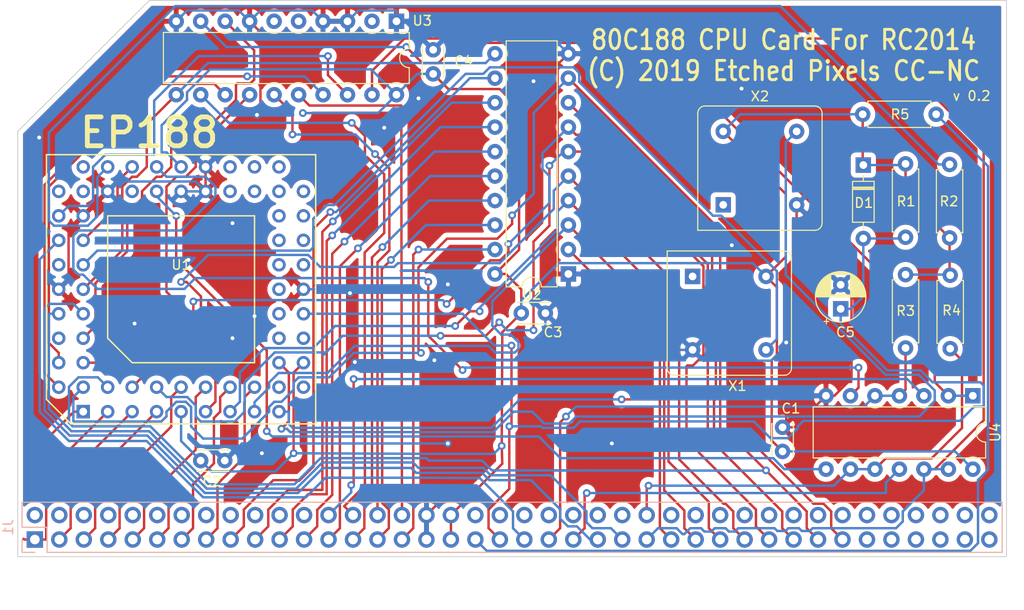
<source format=kicad_pcb>
(kicad_pcb (version 20171130) (host pcbnew 5.1.5-1.fc31)

  (general
    (thickness 1.6)
    (drawings 8)
    (tracks 877)
    (zones 0)
    (modules 18)
    (nets 53)
  )

  (page A4)
  (layers
    (0 F.Cu signal)
    (31 B.Cu signal)
    (32 B.Adhes user)
    (33 F.Adhes user)
    (34 B.Paste user)
    (35 F.Paste user)
    (36 B.SilkS user)
    (37 F.SilkS user)
    (38 B.Mask user)
    (39 F.Mask user)
    (40 Dwgs.User user)
    (41 Cmts.User user)
    (42 Eco1.User user)
    (43 Eco2.User user)
    (44 Edge.Cuts user)
    (45 Margin user)
    (46 B.CrtYd user)
    (47 F.CrtYd user)
    (48 B.Fab user)
    (49 F.Fab user)
  )

  (setup
    (last_trace_width 0.25)
    (trace_clearance 0.2)
    (zone_clearance 0.508)
    (zone_45_only no)
    (trace_min 0.2)
    (via_size 0.8)
    (via_drill 0.4)
    (via_min_size 0.4)
    (via_min_drill 0.3)
    (uvia_size 0.3)
    (uvia_drill 0.1)
    (uvias_allowed no)
    (uvia_min_size 0.2)
    (uvia_min_drill 0.1)
    (edge_width 0.1)
    (segment_width 0.2)
    (pcb_text_width 0.3)
    (pcb_text_size 1.5 1.5)
    (mod_edge_width 0.15)
    (mod_text_size 1 1)
    (mod_text_width 0.15)
    (pad_size 1.524 1.524)
    (pad_drill 0.762)
    (pad_to_mask_clearance 0)
    (aux_axis_origin 0 0)
    (visible_elements FFFFFF7F)
    (pcbplotparams
      (layerselection 0x010fc_ffffffff)
      (usegerberextensions false)
      (usegerberattributes false)
      (usegerberadvancedattributes false)
      (creategerberjobfile false)
      (excludeedgelayer true)
      (linewidth 0.100000)
      (plotframeref false)
      (viasonmask false)
      (mode 1)
      (useauxorigin false)
      (hpglpennumber 1)
      (hpglpenspeed 20)
      (hpglpendiameter 15.000000)
      (psnegative false)
      (psa4output false)
      (plotreference true)
      (plotvalue true)
      (plotinvisibletext false)
      (padsonsilk false)
      (subtractmaskfromsilk false)
      (outputformat 1)
      (mirror false)
      (drillshape 0)
      (scaleselection 1)
      (outputdirectory "/tmp/188"))
  )

  (net 0 "")
  (net 1 GND)
  (net 2 VCC)
  (net 3 RESET)
  (net 4 A15)
  (net 5 A14)
  (net 6 A13)
  (net 7 A12)
  (net 8 A11)
  (net 9 A10)
  (net 10 A9)
  (net 11 A8)
  (net 12 A7)
  (net 13 A6)
  (net 14 A5)
  (net 15 A4)
  (net 16 A3)
  (net 17 A19)
  (net 18 A2)
  (net 19 A18)
  (net 20 A1)
  (net 21 A17)
  (net 22 A0)
  (net 23 A16)
  (net 24 CLK)
  (net 25 INT)
  (net 26 MREQ)
  (net 27 WR)
  (net 28 RD)
  (net 29 IORQ)
  (net 30 NMI)
  (net 31 AD0)
  (net 32 AD1)
  (net 33 AD2)
  (net 34 AD3)
  (net 35 AD4)
  (net 36 AD5)
  (net 37 AD6)
  (net 38 AD7)
  (net 39 "Net-(R2-Pad2)")
  (net 40 AS16)
  (net 41 AS17)
  (net 42 AS18)
  (net 43 AS19)
  (net 44 ALE)
  (net 45 CLK1.8)
  (net 46 "Net-(U1-Pad45)")
  (net 47 "Net-(U1-Pad46)")
  (net 48 "Net-(U1-Pad47)")
  (net 49 S2)
  (net 50 CLKIN)
  (net 51 "Net-(U3-Pad9)")
  (net 52 M1)

  (net_class Default "This is the default net class."
    (clearance 0.2)
    (trace_width 0.25)
    (via_dia 0.8)
    (via_drill 0.4)
    (uvia_dia 0.3)
    (uvia_drill 0.1)
    (add_net A0)
    (add_net A1)
    (add_net A10)
    (add_net A11)
    (add_net A12)
    (add_net A13)
    (add_net A14)
    (add_net A15)
    (add_net A16)
    (add_net A17)
    (add_net A18)
    (add_net A19)
    (add_net A2)
    (add_net A3)
    (add_net A4)
    (add_net A5)
    (add_net A6)
    (add_net A7)
    (add_net A8)
    (add_net A9)
    (add_net AD0)
    (add_net AD1)
    (add_net AD2)
    (add_net AD3)
    (add_net AD4)
    (add_net AD5)
    (add_net AD6)
    (add_net AD7)
    (add_net ALE)
    (add_net AS16)
    (add_net AS17)
    (add_net AS18)
    (add_net AS19)
    (add_net CLK)
    (add_net CLK1.8)
    (add_net CLKIN)
    (add_net GND)
    (add_net INT)
    (add_net IORQ)
    (add_net M1)
    (add_net MREQ)
    (add_net NMI)
    (add_net "Net-(R2-Pad2)")
    (add_net "Net-(U1-Pad45)")
    (add_net "Net-(U1-Pad46)")
    (add_net "Net-(U1-Pad47)")
    (add_net "Net-(U3-Pad9)")
    (add_net RD)
    (add_net RESET)
    (add_net S2)
    (add_net VCC)
    (add_net WR)
  )

  (module Connector_PinSocket_2.54mm:PinSocket_2x40_P2.54mm_Vertical (layer B.Cu) (tedit 5A19A422) (tstamp 5D59944E)
    (at 187.2615 137.2235 270)
    (descr "Through hole straight socket strip, 2x40, 2.54mm pitch, double cols (from Kicad 4.0.7), script generated")
    (tags "Through hole socket strip THT 2x40 2.54mm double row")
    (path /5D88BCB1)
    (fp_text reference J1 (at -1.27 2.77 270) (layer B.SilkS)
      (effects (font (size 1 1) (thickness 0.15)) (justify mirror))
    )
    (fp_text value Conn_02x40_Odd_Even (at -1.27 -101.83 270) (layer B.Fab)
      (effects (font (size 1 1) (thickness 0.15)) (justify mirror))
    )
    (fp_text user %R (at -1.27 -49.53) (layer B.Fab)
      (effects (font (size 1 1) (thickness 0.15)) (justify mirror))
    )
    (fp_line (start -4.34 -100.8) (end -4.34 1.8) (layer B.CrtYd) (width 0.05))
    (fp_line (start 1.76 -100.8) (end -4.34 -100.8) (layer B.CrtYd) (width 0.05))
    (fp_line (start 1.76 1.8) (end 1.76 -100.8) (layer B.CrtYd) (width 0.05))
    (fp_line (start -4.34 1.8) (end 1.76 1.8) (layer B.CrtYd) (width 0.05))
    (fp_line (start 0 1.33) (end 1.33 1.33) (layer B.SilkS) (width 0.12))
    (fp_line (start 1.33 1.33) (end 1.33 0) (layer B.SilkS) (width 0.12))
    (fp_line (start -1.27 1.33) (end -1.27 -1.27) (layer B.SilkS) (width 0.12))
    (fp_line (start -1.27 -1.27) (end 1.33 -1.27) (layer B.SilkS) (width 0.12))
    (fp_line (start 1.33 -1.27) (end 1.33 -100.39) (layer B.SilkS) (width 0.12))
    (fp_line (start -3.87 -100.39) (end 1.33 -100.39) (layer B.SilkS) (width 0.12))
    (fp_line (start -3.87 1.33) (end -3.87 -100.39) (layer B.SilkS) (width 0.12))
    (fp_line (start -3.87 1.33) (end -1.27 1.33) (layer B.SilkS) (width 0.12))
    (fp_line (start -3.81 -100.33) (end -3.81 1.27) (layer B.Fab) (width 0.1))
    (fp_line (start 1.27 -100.33) (end -3.81 -100.33) (layer B.Fab) (width 0.1))
    (fp_line (start 1.27 0.27) (end 1.27 -100.33) (layer B.Fab) (width 0.1))
    (fp_line (start 0.27 1.27) (end 1.27 0.27) (layer B.Fab) (width 0.1))
    (fp_line (start -3.81 1.27) (end 0.27 1.27) (layer B.Fab) (width 0.1))
    (pad 80 thru_hole oval (at -2.54 -99.06 270) (size 1.7 1.7) (drill 1) (layers *.Cu *.Mask))
    (pad 79 thru_hole oval (at 0 -99.06 270) (size 1.7 1.7) (drill 1) (layers *.Cu *.Mask))
    (pad 78 thru_hole oval (at -2.54 -96.52 270) (size 1.7 1.7) (drill 1) (layers *.Cu *.Mask))
    (pad 77 thru_hole oval (at 0 -96.52 270) (size 1.7 1.7) (drill 1) (layers *.Cu *.Mask))
    (pad 76 thru_hole oval (at -2.54 -93.98 270) (size 1.7 1.7) (drill 1) (layers *.Cu *.Mask))
    (pad 75 thru_hole oval (at 0 -93.98 270) (size 1.7 1.7) (drill 1) (layers *.Cu *.Mask))
    (pad 74 thru_hole oval (at -2.54 -91.44 270) (size 1.7 1.7) (drill 1) (layers *.Cu *.Mask))
    (pad 73 thru_hole oval (at 0 -91.44 270) (size 1.7 1.7) (drill 1) (layers *.Cu *.Mask))
    (pad 72 thru_hole oval (at -2.54 -88.9 270) (size 1.7 1.7) (drill 1) (layers *.Cu *.Mask))
    (pad 71 thru_hole oval (at 0 -88.9 270) (size 1.7 1.7) (drill 1) (layers *.Cu *.Mask))
    (pad 70 thru_hole oval (at -2.54 -86.36 270) (size 1.7 1.7) (drill 1) (layers *.Cu *.Mask))
    (pad 69 thru_hole oval (at 0 -86.36 270) (size 1.7 1.7) (drill 1) (layers *.Cu *.Mask))
    (pad 68 thru_hole oval (at -2.54 -83.82 270) (size 1.7 1.7) (drill 1) (layers *.Cu *.Mask))
    (pad 67 thru_hole oval (at 0 -83.82 270) (size 1.7 1.7) (drill 1) (layers *.Cu *.Mask)
      (net 38 AD7))
    (pad 66 thru_hole oval (at -2.54 -81.28 270) (size 1.7 1.7) (drill 1) (layers *.Cu *.Mask))
    (pad 65 thru_hole oval (at 0 -81.28 270) (size 1.7 1.7) (drill 1) (layers *.Cu *.Mask)
      (net 37 AD6))
    (pad 64 thru_hole oval (at -2.54 -78.74 270) (size 1.7 1.7) (drill 1) (layers *.Cu *.Mask))
    (pad 63 thru_hole oval (at 0 -78.74 270) (size 1.7 1.7) (drill 1) (layers *.Cu *.Mask)
      (net 36 AD5))
    (pad 62 thru_hole oval (at -2.54 -76.2 270) (size 1.7 1.7) (drill 1) (layers *.Cu *.Mask))
    (pad 61 thru_hole oval (at 0 -76.2 270) (size 1.7 1.7) (drill 1) (layers *.Cu *.Mask)
      (net 35 AD4))
    (pad 60 thru_hole oval (at -2.54 -73.66 270) (size 1.7 1.7) (drill 1) (layers *.Cu *.Mask))
    (pad 59 thru_hole oval (at 0 -73.66 270) (size 1.7 1.7) (drill 1) (layers *.Cu *.Mask)
      (net 34 AD3))
    (pad 58 thru_hole oval (at -2.54 -71.12 270) (size 1.7 1.7) (drill 1) (layers *.Cu *.Mask))
    (pad 57 thru_hole oval (at 0 -71.12 270) (size 1.7 1.7) (drill 1) (layers *.Cu *.Mask)
      (net 33 AD2))
    (pad 56 thru_hole oval (at -2.54 -68.58 270) (size 1.7 1.7) (drill 1) (layers *.Cu *.Mask))
    (pad 55 thru_hole oval (at 0 -68.58 270) (size 1.7 1.7) (drill 1) (layers *.Cu *.Mask)
      (net 32 AD1))
    (pad 54 thru_hole oval (at -2.54 -66.04 270) (size 1.7 1.7) (drill 1) (layers *.Cu *.Mask))
    (pad 53 thru_hole oval (at 0 -66.04 270) (size 1.7 1.7) (drill 1) (layers *.Cu *.Mask)
      (net 31 AD0))
    (pad 52 thru_hole oval (at -2.54 -63.5 270) (size 1.7 1.7) (drill 1) (layers *.Cu *.Mask)
      (net 30 NMI))
    (pad 51 thru_hole oval (at 0 -63.5 270) (size 1.7 1.7) (drill 1) (layers *.Cu *.Mask)
      (net 29 IORQ))
    (pad 50 thru_hole oval (at -2.54 -60.96 270) (size 1.7 1.7) (drill 1) (layers *.Cu *.Mask))
    (pad 49 thru_hole oval (at 0 -60.96 270) (size 1.7 1.7) (drill 1) (layers *.Cu *.Mask)
      (net 28 RD))
    (pad 48 thru_hole oval (at -2.54 -58.42 270) (size 1.7 1.7) (drill 1) (layers *.Cu *.Mask))
    (pad 47 thru_hole oval (at 0 -58.42 270) (size 1.7 1.7) (drill 1) (layers *.Cu *.Mask)
      (net 27 WR))
    (pad 46 thru_hole oval (at -2.54 -55.88 270) (size 1.7 1.7) (drill 1) (layers *.Cu *.Mask))
    (pad 45 thru_hole oval (at 0 -55.88 270) (size 1.7 1.7) (drill 1) (layers *.Cu *.Mask)
      (net 26 MREQ))
    (pad 44 thru_hole oval (at -2.54 -53.34 270) (size 1.7 1.7) (drill 1) (layers *.Cu *.Mask))
    (pad 43 thru_hole oval (at 0 -53.34 270) (size 1.7 1.7) (drill 1) (layers *.Cu *.Mask)
      (net 25 INT))
    (pad 42 thru_hole oval (at -2.54 -50.8 270) (size 1.7 1.7) (drill 1) (layers *.Cu *.Mask))
    (pad 41 thru_hole oval (at 0 -50.8 270) (size 1.7 1.7) (drill 1) (layers *.Cu *.Mask)
      (net 24 CLK))
    (pad 40 thru_hole oval (at -2.54 -48.26 270) (size 1.7 1.7) (drill 1) (layers *.Cu *.Mask))
    (pad 39 thru_hole oval (at 0 -48.26 270) (size 1.7 1.7) (drill 1) (layers *.Cu *.Mask)
      (net 3 RESET))
    (pad 38 thru_hole oval (at -2.54 -45.72 270) (size 1.7 1.7) (drill 1) (layers *.Cu *.Mask))
    (pad 37 thru_hole oval (at 0 -45.72 270) (size 1.7 1.7) (drill 1) (layers *.Cu *.Mask)
      (net 52 M1))
    (pad 36 thru_hole oval (at -2.54 -43.18 270) (size 1.7 1.7) (drill 1) (layers *.Cu *.Mask)
      (net 2 VCC))
    (pad 35 thru_hole oval (at 0 -43.18 270) (size 1.7 1.7) (drill 1) (layers *.Cu *.Mask)
      (net 2 VCC))
    (pad 34 thru_hole oval (at -2.54 -40.64 270) (size 1.7 1.7) (drill 1) (layers *.Cu *.Mask)
      (net 1 GND))
    (pad 33 thru_hole oval (at 0 -40.64 270) (size 1.7 1.7) (drill 1) (layers *.Cu *.Mask)
      (net 1 GND))
    (pad 32 thru_hole oval (at -2.54 -38.1 270) (size 1.7 1.7) (drill 1) (layers *.Cu *.Mask)
      (net 23 A16))
    (pad 31 thru_hole oval (at 0 -38.1 270) (size 1.7 1.7) (drill 1) (layers *.Cu *.Mask)
      (net 22 A0))
    (pad 30 thru_hole oval (at -2.54 -35.56 270) (size 1.7 1.7) (drill 1) (layers *.Cu *.Mask)
      (net 21 A17))
    (pad 29 thru_hole oval (at 0 -35.56 270) (size 1.7 1.7) (drill 1) (layers *.Cu *.Mask)
      (net 20 A1))
    (pad 28 thru_hole oval (at -2.54 -33.02 270) (size 1.7 1.7) (drill 1) (layers *.Cu *.Mask)
      (net 19 A18))
    (pad 27 thru_hole oval (at 0 -33.02 270) (size 1.7 1.7) (drill 1) (layers *.Cu *.Mask)
      (net 18 A2))
    (pad 26 thru_hole oval (at -2.54 -30.48 270) (size 1.7 1.7) (drill 1) (layers *.Cu *.Mask)
      (net 17 A19))
    (pad 25 thru_hole oval (at 0 -30.48 270) (size 1.7 1.7) (drill 1) (layers *.Cu *.Mask)
      (net 16 A3))
    (pad 24 thru_hole oval (at -2.54 -27.94 270) (size 1.7 1.7) (drill 1) (layers *.Cu *.Mask))
    (pad 23 thru_hole oval (at 0 -27.94 270) (size 1.7 1.7) (drill 1) (layers *.Cu *.Mask)
      (net 15 A4))
    (pad 22 thru_hole oval (at -2.54 -25.4 270) (size 1.7 1.7) (drill 1) (layers *.Cu *.Mask))
    (pad 21 thru_hole oval (at 0 -25.4 270) (size 1.7 1.7) (drill 1) (layers *.Cu *.Mask)
      (net 14 A5))
    (pad 20 thru_hole oval (at -2.54 -22.86 270) (size 1.7 1.7) (drill 1) (layers *.Cu *.Mask))
    (pad 19 thru_hole oval (at 0 -22.86 270) (size 1.7 1.7) (drill 1) (layers *.Cu *.Mask)
      (net 13 A6))
    (pad 18 thru_hole oval (at -2.54 -20.32 270) (size 1.7 1.7) (drill 1) (layers *.Cu *.Mask))
    (pad 17 thru_hole oval (at 0 -20.32 270) (size 1.7 1.7) (drill 1) (layers *.Cu *.Mask)
      (net 12 A7))
    (pad 16 thru_hole oval (at -2.54 -17.78 270) (size 1.7 1.7) (drill 1) (layers *.Cu *.Mask))
    (pad 15 thru_hole oval (at 0 -17.78 270) (size 1.7 1.7) (drill 1) (layers *.Cu *.Mask)
      (net 11 A8))
    (pad 14 thru_hole oval (at -2.54 -15.24 270) (size 1.7 1.7) (drill 1) (layers *.Cu *.Mask))
    (pad 13 thru_hole oval (at 0 -15.24 270) (size 1.7 1.7) (drill 1) (layers *.Cu *.Mask)
      (net 10 A9))
    (pad 12 thru_hole oval (at -2.54 -12.7 270) (size 1.7 1.7) (drill 1) (layers *.Cu *.Mask))
    (pad 11 thru_hole oval (at 0 -12.7 270) (size 1.7 1.7) (drill 1) (layers *.Cu *.Mask)
      (net 9 A10))
    (pad 10 thru_hole oval (at -2.54 -10.16 270) (size 1.7 1.7) (drill 1) (layers *.Cu *.Mask))
    (pad 9 thru_hole oval (at 0 -10.16 270) (size 1.7 1.7) (drill 1) (layers *.Cu *.Mask)
      (net 8 A11))
    (pad 8 thru_hole oval (at -2.54 -7.62 270) (size 1.7 1.7) (drill 1) (layers *.Cu *.Mask))
    (pad 7 thru_hole oval (at 0 -7.62 270) (size 1.7 1.7) (drill 1) (layers *.Cu *.Mask)
      (net 7 A12))
    (pad 6 thru_hole oval (at -2.54 -5.08 270) (size 1.7 1.7) (drill 1) (layers *.Cu *.Mask))
    (pad 5 thru_hole oval (at 0 -5.08 270) (size 1.7 1.7) (drill 1) (layers *.Cu *.Mask)
      (net 6 A13))
    (pad 4 thru_hole oval (at -2.54 -2.54 270) (size 1.7 1.7) (drill 1) (layers *.Cu *.Mask))
    (pad 3 thru_hole oval (at 0 -2.54 270) (size 1.7 1.7) (drill 1) (layers *.Cu *.Mask)
      (net 5 A14))
    (pad 2 thru_hole oval (at -2.54 0 270) (size 1.7 1.7) (drill 1) (layers *.Cu *.Mask))
    (pad 1 thru_hole rect (at 0 0 270) (size 1.7 1.7) (drill 1) (layers *.Cu *.Mask)
      (net 4 A15))
    (model ${KISYS3DMOD}/Connector_PinSocket_2.54mm.3dshapes/PinSocket_2x40_P2.54mm_Vertical.wrl
      (at (xyz 0 0 0))
      (scale (xyz 1 1 1))
      (rotate (xyz 0 0 0))
    )
  )

  (module alan:80188_plcc (layer F.Cu) (tedit 0) (tstamp 5D58DA5B)
    (at 202.438 111.252)
    (descr "Module specifique pour 80188, pads ronds")
    (path /5D75AB52)
    (fp_text reference U1 (at 0 -2.54) (layer F.SilkS)
      (effects (font (size 1 1) (thickness 0.15)))
    )
    (fp_text value 80C188 (at 0 2.54) (layer F.Fab)
      (effects (font (size 1 1) (thickness 0.15)))
    )
    (fp_line (start -7.62 -7.62) (end 7.62 -7.62) (layer F.SilkS) (width 0.15))
    (fp_line (start 7.62 -7.62) (end 7.62 7.62) (layer F.SilkS) (width 0.15))
    (fp_line (start 7.62 7.62) (end -5.08 7.62) (layer F.SilkS) (width 0.15))
    (fp_line (start -5.08 7.62) (end -7.62 5.08) (layer F.SilkS) (width 0.15))
    (fp_line (start -7.62 5.08) (end -7.62 -7.62) (layer F.SilkS) (width 0.15))
    (fp_line (start -13.97 -13.97) (end 13.97 -13.97) (layer F.SilkS) (width 0.15))
    (fp_line (start 13.97 -13.97) (end 13.97 13.97) (layer F.SilkS) (width 0.15))
    (fp_line (start 13.97 13.97) (end -11.43 13.97) (layer F.SilkS) (width 0.15))
    (fp_line (start -11.43 13.97) (end -13.97 11.43) (layer F.SilkS) (width 0.15))
    (fp_line (start -13.97 11.43) (end -13.97 -13.97) (layer F.SilkS) (width 0.15))
    (pad 1 thru_hole rect (at -10.16 12.7) (size 1.397 1.397) (drill 0.8128) (layers *.Cu *.Mask)
      (net 4 A15))
    (pad 2 thru_hole circle (at -10.16 10.16) (size 1.397 1.397) (drill 0.8128) (layers *.Cu *.Mask)
      (net 38 AD7))
    (pad 3 thru_hole circle (at -7.62 12.7) (size 1.397 1.397) (drill 0.8128) (layers *.Cu *.Mask)
      (net 5 A14))
    (pad 4 thru_hole circle (at -7.62 10.16) (size 1.397 1.397) (drill 0.8128) (layers *.Cu *.Mask)
      (net 37 AD6))
    (pad 5 thru_hole circle (at -5.08 12.7) (size 1.397 1.397) (drill 0.8128) (layers *.Cu *.Mask)
      (net 6 A13))
    (pad 6 thru_hole circle (at -5.08 10.16) (size 1.397 1.397) (drill 0.8128) (layers *.Cu *.Mask)
      (net 36 AD5))
    (pad 7 thru_hole circle (at -2.54 12.7) (size 1.397 1.397) (drill 0.8128) (layers *.Cu *.Mask)
      (net 7 A12))
    (pad 8 thru_hole circle (at -2.54 10.16) (size 1.397 1.397) (drill 0.8128) (layers *.Cu *.Mask)
      (net 35 AD4))
    (pad 9 thru_hole circle (at 0 12.7) (size 1.397 1.397) (drill 0.8128) (layers *.Cu *.Mask)
      (net 2 VCC))
    (pad 10 thru_hole circle (at 0 10.16) (size 1.397 1.397) (drill 0.8128) (layers *.Cu *.Mask)
      (net 8 A11))
    (pad 11 thru_hole circle (at 2.54 12.7) (size 1.397 1.397) (drill 0.8128) (layers *.Cu *.Mask)
      (net 34 AD3))
    (pad 12 thru_hole circle (at 2.54 10.16) (size 1.397 1.397) (drill 0.8128) (layers *.Cu *.Mask)
      (net 9 A10))
    (pad 13 thru_hole circle (at 5.08 12.7) (size 1.397 1.397) (drill 0.8128) (layers *.Cu *.Mask)
      (net 33 AD2))
    (pad 14 thru_hole circle (at 5.08 10.16) (size 1.397 1.397) (drill 0.8128) (layers *.Cu *.Mask)
      (net 10 A9))
    (pad 15 thru_hole circle (at 7.62 12.7) (size 1.397 1.397) (drill 0.8128) (layers *.Cu *.Mask)
      (net 32 AD1))
    (pad 16 thru_hole circle (at 7.62 10.16) (size 1.397 1.397) (drill 0.8128) (layers *.Cu *.Mask)
      (net 11 A8))
    (pad 17 thru_hole circle (at 10.16 12.7) (size 1.397 1.397) (drill 0.8128) (layers *.Cu *.Mask)
      (net 31 AD0))
    (pad 18 thru_hole circle (at 12.7 10.16) (size 1.397 1.397) (drill 0.8128) (layers *.Cu *.Mask))
    (pad 19 thru_hole circle (at 10.16 10.16) (size 1.397 1.397) (drill 0.8128) (layers *.Cu *.Mask))
    (pad 20 thru_hole circle (at 12.7 7.62) (size 1.397 1.397) (drill 0.8128) (layers *.Cu *.Mask)
      (net 2 VCC))
    (pad 21 thru_hole circle (at 10.16 7.62) (size 1.397 1.397) (drill 0.8128) (layers *.Cu *.Mask)
      (net 45 CLK1.8))
    (pad 22 thru_hole circle (at 12.7 5.08) (size 1.397 1.397) (drill 0.8128) (layers *.Cu *.Mask))
    (pad 23 thru_hole circle (at 10.16 5.08) (size 1.397 1.397) (drill 0.8128) (layers *.Cu *.Mask))
    (pad 24 thru_hole circle (at 12.7 2.54) (size 1.397 1.397) (drill 0.8128) (layers *.Cu *.Mask)
      (net 3 RESET))
    (pad 25 thru_hole circle (at 10.16 2.54) (size 1.397 1.397) (drill 0.8128) (layers *.Cu *.Mask))
    (pad 26 thru_hole circle (at 12.7 0) (size 1.397 1.397) (drill 0.8128) (layers *.Cu *.Mask)
      (net 1 GND))
    (pad 27 thru_hole circle (at 10.16 0) (size 1.397 1.397) (drill 0.8128) (layers *.Cu *.Mask))
    (pad 28 thru_hole circle (at 12.7 -2.54) (size 1.397 1.397) (drill 0.8128) (layers *.Cu *.Mask))
    (pad 29 thru_hole circle (at 10.16 -2.54) (size 1.397 1.397) (drill 0.8128) (layers *.Cu *.Mask))
    (pad 30 thru_hole circle (at 12.7 -5.08) (size 1.397 1.397) (drill 0.8128) (layers *.Cu *.Mask))
    (pad 31 thru_hole circle (at 10.16 -5.08) (size 1.397 1.397) (drill 0.8128) (layers *.Cu *.Mask))
    (pad 32 thru_hole circle (at 12.7 -7.62) (size 1.397 1.397) (drill 0.8128) (layers *.Cu *.Mask))
    (pad 33 thru_hole circle (at 10.16 -7.62) (size 1.397 1.397) (drill 0.8128) (layers *.Cu *.Mask))
    (pad 34 thru_hole circle (at 12.7 -10.16) (size 1.397 1.397) (drill 0.8128) (layers *.Cu *.Mask))
    (pad 35 thru_hole circle (at 10.16 -12.7) (size 1.397 1.397) (drill 0.8128) (layers *.Cu *.Mask))
    (pad 36 thru_hole circle (at 10.16 -10.16) (size 1.397 1.397) (drill 0.8128) (layers *.Cu *.Mask))
    (pad 37 thru_hole circle (at 7.62 -12.7) (size 1.397 1.397) (drill 0.8128) (layers *.Cu *.Mask))
    (pad 38 thru_hole circle (at 7.62 -10.16) (size 1.397 1.397) (drill 0.8128) (layers *.Cu *.Mask))
    (pad 39 thru_hole circle (at 5.08 -12.7) (size 1.397 1.397) (drill 0.8128) (layers *.Cu *.Mask))
    (pad 40 thru_hole circle (at 5.08 -10.16) (size 1.397 1.397) (drill 0.8128) (layers *.Cu *.Mask))
    (pad 41 thru_hole circle (at 2.54 -12.7) (size 1.397 1.397) (drill 0.8128) (layers *.Cu *.Mask)
      (net 1 GND))
    (pad 42 thru_hole circle (at 2.54 -10.16) (size 1.397 1.397) (drill 0.8128) (layers *.Cu *.Mask)
      (net 1 GND))
    (pad 43 thru_hole circle (at 0 -12.7) (size 1.397 1.397) (drill 0.8128) (layers *.Cu *.Mask)
      (net 2 VCC))
    (pad 44 thru_hole circle (at 0 -10.16) (size 1.397 1.397) (drill 0.8128) (layers *.Cu *.Mask)
      (net 1 GND))
    (pad 45 thru_hole circle (at -2.54 -12.7) (size 1.397 1.397) (drill 0.8128) (layers *.Cu *.Mask)
      (net 46 "Net-(U1-Pad45)"))
    (pad 46 thru_hole circle (at -2.54 -10.16) (size 1.397 1.397) (drill 0.8128) (layers *.Cu *.Mask)
      (net 47 "Net-(U1-Pad46)"))
    (pad 47 thru_hole circle (at -5.08 -12.7) (size 1.397 1.397) (drill 0.8128) (layers *.Cu *.Mask)
      (net 48 "Net-(U1-Pad47)"))
    (pad 48 thru_hole circle (at -5.08 -10.16) (size 1.397 1.397) (drill 0.8128) (layers *.Cu *.Mask))
    (pad 49 thru_hole circle (at -7.62 -12.7) (size 1.397 1.397) (drill 0.8128) (layers *.Cu *.Mask)
      (net 39 "Net-(R2-Pad2)"))
    (pad 50 thru_hole circle (at -7.62 -10.16) (size 1.397 1.397) (drill 0.8128) (layers *.Cu *.Mask)
      (net 1 GND))
    (pad 51 thru_hole circle (at -10.16 -12.7) (size 1.397 1.397) (drill 0.8128) (layers *.Cu *.Mask))
    (pad 52 thru_hole circle (at -12.7 -10.16) (size 1.397 1.397) (drill 0.8128) (layers *.Cu *.Mask))
    (pad 53 thru_hole circle (at -10.16 -10.16) (size 1.397 1.397) (drill 0.8128) (layers *.Cu *.Mask))
    (pad 54 thru_hole circle (at -12.7 -7.62) (size 1.397 1.397) (drill 0.8128) (layers *.Cu *.Mask)
      (net 49 S2))
    (pad 55 thru_hole circle (at -10.16 -7.62) (size 1.397 1.397) (drill 0.8128) (layers *.Cu *.Mask)
      (net 1 GND))
    (pad 56 thru_hole circle (at -12.7 -5.08) (size 1.397 1.397) (drill 0.8128) (layers *.Cu *.Mask)
      (net 24 CLK))
    (pad 57 thru_hole circle (at -10.16 -5.08) (size 1.397 1.397) (drill 0.8128) (layers *.Cu *.Mask)
      (net 48 "Net-(U1-Pad47)"))
    (pad 58 thru_hole circle (at -12.7 -2.54) (size 1.397 1.397) (drill 0.8128) (layers *.Cu *.Mask))
    (pad 59 thru_hole circle (at -10.16 -2.54) (size 1.397 1.397) (drill 0.8128) (layers *.Cu *.Mask)
      (net 50 CLKIN))
    (pad 60 thru_hole circle (at -12.7 0) (size 1.397 1.397) (drill 0.8128) (layers *.Cu *.Mask)
      (net 1 GND))
    (pad 61 thru_hole circle (at -10.16 0) (size 1.397 1.397) (drill 0.8128) (layers *.Cu *.Mask)
      (net 44 ALE))
    (pad 62 thru_hole circle (at -12.7 2.54) (size 1.397 1.397) (drill 0.8128) (layers *.Cu *.Mask)
      (net 28 RD))
    (pad 63 thru_hole circle (at -10.16 2.54) (size 1.397 1.397) (drill 0.8128) (layers *.Cu *.Mask)
      (net 27 WR))
    (pad 64 thru_hole circle (at -12.7 5.08) (size 1.397 1.397) (drill 0.8128) (layers *.Cu *.Mask))
    (pad 65 thru_hole circle (at -10.16 5.08) (size 1.397 1.397) (drill 0.8128) (layers *.Cu *.Mask)
      (net 43 AS19))
    (pad 66 thru_hole circle (at -12.7 7.62) (size 1.397 1.397) (drill 0.8128) (layers *.Cu *.Mask)
      (net 42 AS18))
    (pad 67 thru_hole circle (at -10.16 7.62) (size 1.397 1.397) (drill 0.8128) (layers *.Cu *.Mask)
      (net 41 AS17))
    (pad 68 thru_hole circle (at -12.7 10.16) (size 1.397 1.397) (drill 0.8128) (layers *.Cu *.Mask)
      (net 40 AS16))
  )

  (module Package_DIP:DIP-20_W7.62mm (layer F.Cu) (tedit 5A02E8C5) (tstamp 5D59A72F)
    (at 242.6335 109.6645 180)
    (descr "20-lead though-hole mounted DIP package, row spacing 7.62 mm (300 mils)")
    (tags "THT DIP DIL PDIP 2.54mm 7.62mm 300mil")
    (path /5D8FCAE7)
    (fp_text reference U2 (at 3.80238 -2.14122) (layer F.SilkS)
      (effects (font (size 1 1) (thickness 0.15)))
    )
    (fp_text value 74HCT573 (at 3.81 25.19) (layer F.Fab)
      (effects (font (size 1 1) (thickness 0.15)))
    )
    (fp_arc (start 3.81 -1.33) (end 2.81 -1.33) (angle -180) (layer F.SilkS) (width 0.12))
    (fp_line (start 1.635 -1.27) (end 6.985 -1.27) (layer F.Fab) (width 0.1))
    (fp_line (start 6.985 -1.27) (end 6.985 24.13) (layer F.Fab) (width 0.1))
    (fp_line (start 6.985 24.13) (end 0.635 24.13) (layer F.Fab) (width 0.1))
    (fp_line (start 0.635 24.13) (end 0.635 -0.27) (layer F.Fab) (width 0.1))
    (fp_line (start 0.635 -0.27) (end 1.635 -1.27) (layer F.Fab) (width 0.1))
    (fp_line (start 2.81 -1.33) (end 1.16 -1.33) (layer F.SilkS) (width 0.12))
    (fp_line (start 1.16 -1.33) (end 1.16 24.19) (layer F.SilkS) (width 0.12))
    (fp_line (start 1.16 24.19) (end 6.46 24.19) (layer F.SilkS) (width 0.12))
    (fp_line (start 6.46 24.19) (end 6.46 -1.33) (layer F.SilkS) (width 0.12))
    (fp_line (start 6.46 -1.33) (end 4.81 -1.33) (layer F.SilkS) (width 0.12))
    (fp_line (start -1.1 -1.55) (end -1.1 24.4) (layer F.CrtYd) (width 0.05))
    (fp_line (start -1.1 24.4) (end 8.7 24.4) (layer F.CrtYd) (width 0.05))
    (fp_line (start 8.7 24.4) (end 8.7 -1.55) (layer F.CrtYd) (width 0.05))
    (fp_line (start 8.7 -1.55) (end -1.1 -1.55) (layer F.CrtYd) (width 0.05))
    (fp_text user %R (at 3.81 11.43) (layer F.Fab)
      (effects (font (size 1 1) (thickness 0.15)))
    )
    (pad 1 thru_hole rect (at 0 0 180) (size 1.6 1.6) (drill 0.8) (layers *.Cu *.Mask)
      (net 1 GND))
    (pad 11 thru_hole oval (at 7.62 22.86 180) (size 1.6 1.6) (drill 0.8) (layers *.Cu *.Mask)
      (net 44 ALE))
    (pad 2 thru_hole oval (at 0 2.54 180) (size 1.6 1.6) (drill 0.8) (layers *.Cu *.Mask)
      (net 31 AD0))
    (pad 12 thru_hole oval (at 7.62 20.32 180) (size 1.6 1.6) (drill 0.8) (layers *.Cu *.Mask)
      (net 12 A7))
    (pad 3 thru_hole oval (at 0 5.08 180) (size 1.6 1.6) (drill 0.8) (layers *.Cu *.Mask)
      (net 32 AD1))
    (pad 13 thru_hole oval (at 7.62 17.78 180) (size 1.6 1.6) (drill 0.8) (layers *.Cu *.Mask)
      (net 13 A6))
    (pad 4 thru_hole oval (at 0 7.62 180) (size 1.6 1.6) (drill 0.8) (layers *.Cu *.Mask)
      (net 33 AD2))
    (pad 14 thru_hole oval (at 7.62 15.24 180) (size 1.6 1.6) (drill 0.8) (layers *.Cu *.Mask)
      (net 14 A5))
    (pad 5 thru_hole oval (at 0 10.16 180) (size 1.6 1.6) (drill 0.8) (layers *.Cu *.Mask)
      (net 34 AD3))
    (pad 15 thru_hole oval (at 7.62 12.7 180) (size 1.6 1.6) (drill 0.8) (layers *.Cu *.Mask)
      (net 15 A4))
    (pad 6 thru_hole oval (at 0 12.7 180) (size 1.6 1.6) (drill 0.8) (layers *.Cu *.Mask)
      (net 35 AD4))
    (pad 16 thru_hole oval (at 7.62 10.16 180) (size 1.6 1.6) (drill 0.8) (layers *.Cu *.Mask)
      (net 16 A3))
    (pad 7 thru_hole oval (at 0 15.24 180) (size 1.6 1.6) (drill 0.8) (layers *.Cu *.Mask)
      (net 36 AD5))
    (pad 17 thru_hole oval (at 7.62 7.62 180) (size 1.6 1.6) (drill 0.8) (layers *.Cu *.Mask)
      (net 18 A2))
    (pad 8 thru_hole oval (at 0 17.78 180) (size 1.6 1.6) (drill 0.8) (layers *.Cu *.Mask)
      (net 37 AD6))
    (pad 18 thru_hole oval (at 7.62 5.08 180) (size 1.6 1.6) (drill 0.8) (layers *.Cu *.Mask)
      (net 20 A1))
    (pad 9 thru_hole oval (at 0 20.32 180) (size 1.6 1.6) (drill 0.8) (layers *.Cu *.Mask)
      (net 38 AD7))
    (pad 19 thru_hole oval (at 7.62 2.54 180) (size 1.6 1.6) (drill 0.8) (layers *.Cu *.Mask)
      (net 22 A0))
    (pad 10 thru_hole oval (at 0 22.86 180) (size 1.6 1.6) (drill 0.8) (layers *.Cu *.Mask)
      (net 1 GND))
    (pad 20 thru_hole oval (at 7.62 0 180) (size 1.6 1.6) (drill 0.8) (layers *.Cu *.Mask)
      (net 2 VCC))
    (model ${KISYS3DMOD}/Package_DIP.3dshapes/DIP-20_W7.62mm.wrl
      (at (xyz 0 0 0))
      (scale (xyz 1 1 1))
      (rotate (xyz 0 0 0))
    )
  )

  (module Capacitor_THT:C_Disc_D3.0mm_W2.0mm_P2.50mm (layer F.Cu) (tedit 5AE50EF0) (tstamp 5D59B46F)
    (at 264.8585 128.0795 90)
    (descr "C, Disc series, Radial, pin pitch=2.50mm, , diameter*width=3*2mm^2, Capacitor")
    (tags "C Disc series Radial pin pitch 2.50mm  diameter 3mm width 2mm Capacitor")
    (path /5D6AA859)
    (fp_text reference C1 (at 4.45262 0.87122 180) (layer F.SilkS)
      (effects (font (size 1 1) (thickness 0.15)))
    )
    (fp_text value 0.1uF (at 1.25 2.25 90) (layer F.Fab)
      (effects (font (size 1 1) (thickness 0.15)))
    )
    (fp_text user %R (at 1.25 0 270) (layer F.Fab)
      (effects (font (size 0.6 0.6) (thickness 0.09)))
    )
    (fp_line (start 3.55 -1.25) (end -1.05 -1.25) (layer F.CrtYd) (width 0.05))
    (fp_line (start 3.55 1.25) (end 3.55 -1.25) (layer F.CrtYd) (width 0.05))
    (fp_line (start -1.05 1.25) (end 3.55 1.25) (layer F.CrtYd) (width 0.05))
    (fp_line (start -1.05 -1.25) (end -1.05 1.25) (layer F.CrtYd) (width 0.05))
    (fp_line (start 2.87 1.055) (end 2.87 1.12) (layer F.SilkS) (width 0.12))
    (fp_line (start 2.87 -1.12) (end 2.87 -1.055) (layer F.SilkS) (width 0.12))
    (fp_line (start -0.37 1.055) (end -0.37 1.12) (layer F.SilkS) (width 0.12))
    (fp_line (start -0.37 -1.12) (end -0.37 -1.055) (layer F.SilkS) (width 0.12))
    (fp_line (start -0.37 1.12) (end 2.87 1.12) (layer F.SilkS) (width 0.12))
    (fp_line (start -0.37 -1.12) (end 2.87 -1.12) (layer F.SilkS) (width 0.12))
    (fp_line (start 2.75 -1) (end -0.25 -1) (layer F.Fab) (width 0.1))
    (fp_line (start 2.75 1) (end 2.75 -1) (layer F.Fab) (width 0.1))
    (fp_line (start -0.25 1) (end 2.75 1) (layer F.Fab) (width 0.1))
    (fp_line (start -0.25 -1) (end -0.25 1) (layer F.Fab) (width 0.1))
    (pad 2 thru_hole circle (at 2.5 0 90) (size 1.6 1.6) (drill 0.8) (layers *.Cu *.Mask)
      (net 1 GND))
    (pad 1 thru_hole circle (at 0 0 90) (size 1.6 1.6) (drill 0.8) (layers *.Cu *.Mask)
      (net 2 VCC))
    (model ${KISYS3DMOD}/Capacitor_THT.3dshapes/C_Disc_D3.0mm_W2.0mm_P2.50mm.wrl
      (at (xyz 0 0 0))
      (scale (xyz 1 1 1))
      (rotate (xyz 0 0 0))
    )
  )

  (module Capacitor_THT:C_Disc_D3.0mm_W2.0mm_P2.50mm (layer F.Cu) (tedit 5AE50EF0) (tstamp 5D594723)
    (at 204.47 129.032)
    (descr "C, Disc series, Radial, pin pitch=2.50mm, , diameter*width=3*2mm^2, Capacitor")
    (tags "C Disc series Radial pin pitch 2.50mm  diameter 3mm width 2mm Capacitor")
    (path /5D6AB946)
    (fp_text reference C2 (at 1.17348 2.16408) (layer F.SilkS)
      (effects (font (size 1 1) (thickness 0.15)))
    )
    (fp_text value 0.1uF (at 1.25 2.25) (layer F.Fab)
      (effects (font (size 1 1) (thickness 0.15)))
    )
    (fp_line (start -0.25 -1) (end -0.25 1) (layer F.Fab) (width 0.1))
    (fp_line (start -0.25 1) (end 2.75 1) (layer F.Fab) (width 0.1))
    (fp_line (start 2.75 1) (end 2.75 -1) (layer F.Fab) (width 0.1))
    (fp_line (start 2.75 -1) (end -0.25 -1) (layer F.Fab) (width 0.1))
    (fp_line (start -0.37 -1.12) (end 2.87 -1.12) (layer F.SilkS) (width 0.12))
    (fp_line (start -0.37 1.12) (end 2.87 1.12) (layer F.SilkS) (width 0.12))
    (fp_line (start -0.37 -1.12) (end -0.37 -1.055) (layer F.SilkS) (width 0.12))
    (fp_line (start -0.37 1.055) (end -0.37 1.12) (layer F.SilkS) (width 0.12))
    (fp_line (start 2.87 -1.12) (end 2.87 -1.055) (layer F.SilkS) (width 0.12))
    (fp_line (start 2.87 1.055) (end 2.87 1.12) (layer F.SilkS) (width 0.12))
    (fp_line (start -1.05 -1.25) (end -1.05 1.25) (layer F.CrtYd) (width 0.05))
    (fp_line (start -1.05 1.25) (end 3.55 1.25) (layer F.CrtYd) (width 0.05))
    (fp_line (start 3.55 1.25) (end 3.55 -1.25) (layer F.CrtYd) (width 0.05))
    (fp_line (start 3.55 -1.25) (end -1.05 -1.25) (layer F.CrtYd) (width 0.05))
    (fp_text user %R (at 1.25 0) (layer F.Fab)
      (effects (font (size 0.6 0.6) (thickness 0.09)))
    )
    (pad 1 thru_hole circle (at 0 0) (size 1.6 1.6) (drill 0.8) (layers *.Cu *.Mask)
      (net 2 VCC))
    (pad 2 thru_hole circle (at 2.5 0) (size 1.6 1.6) (drill 0.8) (layers *.Cu *.Mask)
      (net 1 GND))
    (model ${KISYS3DMOD}/Capacitor_THT.3dshapes/C_Disc_D3.0mm_W2.0mm_P2.50mm.wrl
      (at (xyz 0 0 0))
      (scale (xyz 1 1 1))
      (rotate (xyz 0 0 0))
    )
  )

  (module Capacitor_THT:C_Disc_D3.0mm_W2.0mm_P2.50mm (layer F.Cu) (tedit 5AE50EF0) (tstamp 5D58C4F2)
    (at 237.744 113.7285)
    (descr "C, Disc series, Radial, pin pitch=2.50mm, , diameter*width=3*2mm^2, Capacitor")
    (tags "C Disc series Radial pin pitch 2.50mm  diameter 3mm width 2mm Capacitor")
    (path /5D6ABED7)
    (fp_text reference C3 (at 3.29692 1.98374) (layer F.SilkS)
      (effects (font (size 1 1) (thickness 0.15)))
    )
    (fp_text value 0.1uF (at 1.25 2.25) (layer F.Fab)
      (effects (font (size 1 1) (thickness 0.15)))
    )
    (fp_line (start -0.25 -1) (end -0.25 1) (layer F.Fab) (width 0.1))
    (fp_line (start -0.25 1) (end 2.75 1) (layer F.Fab) (width 0.1))
    (fp_line (start 2.75 1) (end 2.75 -1) (layer F.Fab) (width 0.1))
    (fp_line (start 2.75 -1) (end -0.25 -1) (layer F.Fab) (width 0.1))
    (fp_line (start -0.37 -1.12) (end 2.87 -1.12) (layer F.SilkS) (width 0.12))
    (fp_line (start -0.37 1.12) (end 2.87 1.12) (layer F.SilkS) (width 0.12))
    (fp_line (start -0.37 -1.12) (end -0.37 -1.055) (layer F.SilkS) (width 0.12))
    (fp_line (start -0.37 1.055) (end -0.37 1.12) (layer F.SilkS) (width 0.12))
    (fp_line (start 2.87 -1.12) (end 2.87 -1.055) (layer F.SilkS) (width 0.12))
    (fp_line (start 2.87 1.055) (end 2.87 1.12) (layer F.SilkS) (width 0.12))
    (fp_line (start -1.05 -1.25) (end -1.05 1.25) (layer F.CrtYd) (width 0.05))
    (fp_line (start -1.05 1.25) (end 3.55 1.25) (layer F.CrtYd) (width 0.05))
    (fp_line (start 3.55 1.25) (end 3.55 -1.25) (layer F.CrtYd) (width 0.05))
    (fp_line (start 3.55 -1.25) (end -1.05 -1.25) (layer F.CrtYd) (width 0.05))
    (fp_text user %R (at 1.25 0) (layer F.Fab)
      (effects (font (size 0.6 0.6) (thickness 0.09)))
    )
    (pad 1 thru_hole circle (at 0 0) (size 1.6 1.6) (drill 0.8) (layers *.Cu *.Mask)
      (net 2 VCC))
    (pad 2 thru_hole circle (at 2.5 0) (size 1.6 1.6) (drill 0.8) (layers *.Cu *.Mask)
      (net 1 GND))
    (model ${KISYS3DMOD}/Capacitor_THT.3dshapes/C_Disc_D3.0mm_W2.0mm_P2.50mm.wrl
      (at (xyz 0 0 0))
      (scale (xyz 1 1 1))
      (rotate (xyz 0 0 0))
    )
  )

  (module Capacitor_THT:C_Disc_D3.0mm_W2.0mm_P2.50mm (layer F.Cu) (tedit 5AE50EF0) (tstamp 5D59C5A9)
    (at 228.6 88.9 90)
    (descr "C, Disc series, Radial, pin pitch=2.50mm, , diameter*width=3*2mm^2, Capacitor")
    (tags "C Disc series Radial pin pitch 2.50mm  diameter 3mm width 2mm Capacitor")
    (path /5D7BD8C2)
    (fp_text reference C4 (at 1.3208 3.16484 180) (layer F.SilkS)
      (effects (font (size 1 1) (thickness 0.15)))
    )
    (fp_text value 0.1uF (at 1.25 2.25 90) (layer F.Fab)
      (effects (font (size 1 1) (thickness 0.15)))
    )
    (fp_text user %R (at 1.25 0 90) (layer F.Fab)
      (effects (font (size 0.6 0.6) (thickness 0.09)))
    )
    (fp_line (start 3.55 -1.25) (end -1.05 -1.25) (layer F.CrtYd) (width 0.05))
    (fp_line (start 3.55 1.25) (end 3.55 -1.25) (layer F.CrtYd) (width 0.05))
    (fp_line (start -1.05 1.25) (end 3.55 1.25) (layer F.CrtYd) (width 0.05))
    (fp_line (start -1.05 -1.25) (end -1.05 1.25) (layer F.CrtYd) (width 0.05))
    (fp_line (start 2.87 1.055) (end 2.87 1.12) (layer F.SilkS) (width 0.12))
    (fp_line (start 2.87 -1.12) (end 2.87 -1.055) (layer F.SilkS) (width 0.12))
    (fp_line (start -0.37 1.055) (end -0.37 1.12) (layer F.SilkS) (width 0.12))
    (fp_line (start -0.37 -1.12) (end -0.37 -1.055) (layer F.SilkS) (width 0.12))
    (fp_line (start -0.37 1.12) (end 2.87 1.12) (layer F.SilkS) (width 0.12))
    (fp_line (start -0.37 -1.12) (end 2.87 -1.12) (layer F.SilkS) (width 0.12))
    (fp_line (start 2.75 -1) (end -0.25 -1) (layer F.Fab) (width 0.1))
    (fp_line (start 2.75 1) (end 2.75 -1) (layer F.Fab) (width 0.1))
    (fp_line (start -0.25 1) (end 2.75 1) (layer F.Fab) (width 0.1))
    (fp_line (start -0.25 -1) (end -0.25 1) (layer F.Fab) (width 0.1))
    (pad 2 thru_hole circle (at 2.5 0 90) (size 1.6 1.6) (drill 0.8) (layers *.Cu *.Mask)
      (net 1 GND))
    (pad 1 thru_hole circle (at 0 0 90) (size 1.6 1.6) (drill 0.8) (layers *.Cu *.Mask)
      (net 2 VCC))
    (model ${KISYS3DMOD}/Capacitor_THT.3dshapes/C_Disc_D3.0mm_W2.0mm_P2.50mm.wrl
      (at (xyz 0 0 0))
      (scale (xyz 1 1 1))
      (rotate (xyz 0 0 0))
    )
  )

  (module Capacitor_THT:CP_Radial_D5.0mm_P2.50mm (layer F.Cu) (tedit 5AE50EF0) (tstamp 5D58945A)
    (at 270.891 113.284 90)
    (descr "CP, Radial series, Radial, pin pitch=2.50mm, , diameter=5mm, Electrolytic Capacitor")
    (tags "CP Radial series Radial pin pitch 2.50mm  diameter 5mm Electrolytic Capacitor")
    (path /5D7AA990)
    (fp_text reference C5 (at -2.42316 0.49276 180) (layer F.SilkS)
      (effects (font (size 1 1) (thickness 0.15)))
    )
    (fp_text value 10uF (at 1.25 3.75 90) (layer F.Fab)
      (effects (font (size 1 1) (thickness 0.15)))
    )
    (fp_circle (center 1.25 0) (end 3.75 0) (layer F.Fab) (width 0.1))
    (fp_circle (center 1.25 0) (end 3.87 0) (layer F.SilkS) (width 0.12))
    (fp_circle (center 1.25 0) (end 4 0) (layer F.CrtYd) (width 0.05))
    (fp_line (start -0.883605 -1.0875) (end -0.383605 -1.0875) (layer F.Fab) (width 0.1))
    (fp_line (start -0.633605 -1.3375) (end -0.633605 -0.8375) (layer F.Fab) (width 0.1))
    (fp_line (start 1.25 -2.58) (end 1.25 2.58) (layer F.SilkS) (width 0.12))
    (fp_line (start 1.29 -2.58) (end 1.29 2.58) (layer F.SilkS) (width 0.12))
    (fp_line (start 1.33 -2.579) (end 1.33 2.579) (layer F.SilkS) (width 0.12))
    (fp_line (start 1.37 -2.578) (end 1.37 2.578) (layer F.SilkS) (width 0.12))
    (fp_line (start 1.41 -2.576) (end 1.41 2.576) (layer F.SilkS) (width 0.12))
    (fp_line (start 1.45 -2.573) (end 1.45 2.573) (layer F.SilkS) (width 0.12))
    (fp_line (start 1.49 -2.569) (end 1.49 -1.04) (layer F.SilkS) (width 0.12))
    (fp_line (start 1.49 1.04) (end 1.49 2.569) (layer F.SilkS) (width 0.12))
    (fp_line (start 1.53 -2.565) (end 1.53 -1.04) (layer F.SilkS) (width 0.12))
    (fp_line (start 1.53 1.04) (end 1.53 2.565) (layer F.SilkS) (width 0.12))
    (fp_line (start 1.57 -2.561) (end 1.57 -1.04) (layer F.SilkS) (width 0.12))
    (fp_line (start 1.57 1.04) (end 1.57 2.561) (layer F.SilkS) (width 0.12))
    (fp_line (start 1.61 -2.556) (end 1.61 -1.04) (layer F.SilkS) (width 0.12))
    (fp_line (start 1.61 1.04) (end 1.61 2.556) (layer F.SilkS) (width 0.12))
    (fp_line (start 1.65 -2.55) (end 1.65 -1.04) (layer F.SilkS) (width 0.12))
    (fp_line (start 1.65 1.04) (end 1.65 2.55) (layer F.SilkS) (width 0.12))
    (fp_line (start 1.69 -2.543) (end 1.69 -1.04) (layer F.SilkS) (width 0.12))
    (fp_line (start 1.69 1.04) (end 1.69 2.543) (layer F.SilkS) (width 0.12))
    (fp_line (start 1.73 -2.536) (end 1.73 -1.04) (layer F.SilkS) (width 0.12))
    (fp_line (start 1.73 1.04) (end 1.73 2.536) (layer F.SilkS) (width 0.12))
    (fp_line (start 1.77 -2.528) (end 1.77 -1.04) (layer F.SilkS) (width 0.12))
    (fp_line (start 1.77 1.04) (end 1.77 2.528) (layer F.SilkS) (width 0.12))
    (fp_line (start 1.81 -2.52) (end 1.81 -1.04) (layer F.SilkS) (width 0.12))
    (fp_line (start 1.81 1.04) (end 1.81 2.52) (layer F.SilkS) (width 0.12))
    (fp_line (start 1.85 -2.511) (end 1.85 -1.04) (layer F.SilkS) (width 0.12))
    (fp_line (start 1.85 1.04) (end 1.85 2.511) (layer F.SilkS) (width 0.12))
    (fp_line (start 1.89 -2.501) (end 1.89 -1.04) (layer F.SilkS) (width 0.12))
    (fp_line (start 1.89 1.04) (end 1.89 2.501) (layer F.SilkS) (width 0.12))
    (fp_line (start 1.93 -2.491) (end 1.93 -1.04) (layer F.SilkS) (width 0.12))
    (fp_line (start 1.93 1.04) (end 1.93 2.491) (layer F.SilkS) (width 0.12))
    (fp_line (start 1.971 -2.48) (end 1.971 -1.04) (layer F.SilkS) (width 0.12))
    (fp_line (start 1.971 1.04) (end 1.971 2.48) (layer F.SilkS) (width 0.12))
    (fp_line (start 2.011 -2.468) (end 2.011 -1.04) (layer F.SilkS) (width 0.12))
    (fp_line (start 2.011 1.04) (end 2.011 2.468) (layer F.SilkS) (width 0.12))
    (fp_line (start 2.051 -2.455) (end 2.051 -1.04) (layer F.SilkS) (width 0.12))
    (fp_line (start 2.051 1.04) (end 2.051 2.455) (layer F.SilkS) (width 0.12))
    (fp_line (start 2.091 -2.442) (end 2.091 -1.04) (layer F.SilkS) (width 0.12))
    (fp_line (start 2.091 1.04) (end 2.091 2.442) (layer F.SilkS) (width 0.12))
    (fp_line (start 2.131 -2.428) (end 2.131 -1.04) (layer F.SilkS) (width 0.12))
    (fp_line (start 2.131 1.04) (end 2.131 2.428) (layer F.SilkS) (width 0.12))
    (fp_line (start 2.171 -2.414) (end 2.171 -1.04) (layer F.SilkS) (width 0.12))
    (fp_line (start 2.171 1.04) (end 2.171 2.414) (layer F.SilkS) (width 0.12))
    (fp_line (start 2.211 -2.398) (end 2.211 -1.04) (layer F.SilkS) (width 0.12))
    (fp_line (start 2.211 1.04) (end 2.211 2.398) (layer F.SilkS) (width 0.12))
    (fp_line (start 2.251 -2.382) (end 2.251 -1.04) (layer F.SilkS) (width 0.12))
    (fp_line (start 2.251 1.04) (end 2.251 2.382) (layer F.SilkS) (width 0.12))
    (fp_line (start 2.291 -2.365) (end 2.291 -1.04) (layer F.SilkS) (width 0.12))
    (fp_line (start 2.291 1.04) (end 2.291 2.365) (layer F.SilkS) (width 0.12))
    (fp_line (start 2.331 -2.348) (end 2.331 -1.04) (layer F.SilkS) (width 0.12))
    (fp_line (start 2.331 1.04) (end 2.331 2.348) (layer F.SilkS) (width 0.12))
    (fp_line (start 2.371 -2.329) (end 2.371 -1.04) (layer F.SilkS) (width 0.12))
    (fp_line (start 2.371 1.04) (end 2.371 2.329) (layer F.SilkS) (width 0.12))
    (fp_line (start 2.411 -2.31) (end 2.411 -1.04) (layer F.SilkS) (width 0.12))
    (fp_line (start 2.411 1.04) (end 2.411 2.31) (layer F.SilkS) (width 0.12))
    (fp_line (start 2.451 -2.29) (end 2.451 -1.04) (layer F.SilkS) (width 0.12))
    (fp_line (start 2.451 1.04) (end 2.451 2.29) (layer F.SilkS) (width 0.12))
    (fp_line (start 2.491 -2.268) (end 2.491 -1.04) (layer F.SilkS) (width 0.12))
    (fp_line (start 2.491 1.04) (end 2.491 2.268) (layer F.SilkS) (width 0.12))
    (fp_line (start 2.531 -2.247) (end 2.531 -1.04) (layer F.SilkS) (width 0.12))
    (fp_line (start 2.531 1.04) (end 2.531 2.247) (layer F.SilkS) (width 0.12))
    (fp_line (start 2.571 -2.224) (end 2.571 -1.04) (layer F.SilkS) (width 0.12))
    (fp_line (start 2.571 1.04) (end 2.571 2.224) (layer F.SilkS) (width 0.12))
    (fp_line (start 2.611 -2.2) (end 2.611 -1.04) (layer F.SilkS) (width 0.12))
    (fp_line (start 2.611 1.04) (end 2.611 2.2) (layer F.SilkS) (width 0.12))
    (fp_line (start 2.651 -2.175) (end 2.651 -1.04) (layer F.SilkS) (width 0.12))
    (fp_line (start 2.651 1.04) (end 2.651 2.175) (layer F.SilkS) (width 0.12))
    (fp_line (start 2.691 -2.149) (end 2.691 -1.04) (layer F.SilkS) (width 0.12))
    (fp_line (start 2.691 1.04) (end 2.691 2.149) (layer F.SilkS) (width 0.12))
    (fp_line (start 2.731 -2.122) (end 2.731 -1.04) (layer F.SilkS) (width 0.12))
    (fp_line (start 2.731 1.04) (end 2.731 2.122) (layer F.SilkS) (width 0.12))
    (fp_line (start 2.771 -2.095) (end 2.771 -1.04) (layer F.SilkS) (width 0.12))
    (fp_line (start 2.771 1.04) (end 2.771 2.095) (layer F.SilkS) (width 0.12))
    (fp_line (start 2.811 -2.065) (end 2.811 -1.04) (layer F.SilkS) (width 0.12))
    (fp_line (start 2.811 1.04) (end 2.811 2.065) (layer F.SilkS) (width 0.12))
    (fp_line (start 2.851 -2.035) (end 2.851 -1.04) (layer F.SilkS) (width 0.12))
    (fp_line (start 2.851 1.04) (end 2.851 2.035) (layer F.SilkS) (width 0.12))
    (fp_line (start 2.891 -2.004) (end 2.891 -1.04) (layer F.SilkS) (width 0.12))
    (fp_line (start 2.891 1.04) (end 2.891 2.004) (layer F.SilkS) (width 0.12))
    (fp_line (start 2.931 -1.971) (end 2.931 -1.04) (layer F.SilkS) (width 0.12))
    (fp_line (start 2.931 1.04) (end 2.931 1.971) (layer F.SilkS) (width 0.12))
    (fp_line (start 2.971 -1.937) (end 2.971 -1.04) (layer F.SilkS) (width 0.12))
    (fp_line (start 2.971 1.04) (end 2.971 1.937) (layer F.SilkS) (width 0.12))
    (fp_line (start 3.011 -1.901) (end 3.011 -1.04) (layer F.SilkS) (width 0.12))
    (fp_line (start 3.011 1.04) (end 3.011 1.901) (layer F.SilkS) (width 0.12))
    (fp_line (start 3.051 -1.864) (end 3.051 -1.04) (layer F.SilkS) (width 0.12))
    (fp_line (start 3.051 1.04) (end 3.051 1.864) (layer F.SilkS) (width 0.12))
    (fp_line (start 3.091 -1.826) (end 3.091 -1.04) (layer F.SilkS) (width 0.12))
    (fp_line (start 3.091 1.04) (end 3.091 1.826) (layer F.SilkS) (width 0.12))
    (fp_line (start 3.131 -1.785) (end 3.131 -1.04) (layer F.SilkS) (width 0.12))
    (fp_line (start 3.131 1.04) (end 3.131 1.785) (layer F.SilkS) (width 0.12))
    (fp_line (start 3.171 -1.743) (end 3.171 -1.04) (layer F.SilkS) (width 0.12))
    (fp_line (start 3.171 1.04) (end 3.171 1.743) (layer F.SilkS) (width 0.12))
    (fp_line (start 3.211 -1.699) (end 3.211 -1.04) (layer F.SilkS) (width 0.12))
    (fp_line (start 3.211 1.04) (end 3.211 1.699) (layer F.SilkS) (width 0.12))
    (fp_line (start 3.251 -1.653) (end 3.251 -1.04) (layer F.SilkS) (width 0.12))
    (fp_line (start 3.251 1.04) (end 3.251 1.653) (layer F.SilkS) (width 0.12))
    (fp_line (start 3.291 -1.605) (end 3.291 -1.04) (layer F.SilkS) (width 0.12))
    (fp_line (start 3.291 1.04) (end 3.291 1.605) (layer F.SilkS) (width 0.12))
    (fp_line (start 3.331 -1.554) (end 3.331 -1.04) (layer F.SilkS) (width 0.12))
    (fp_line (start 3.331 1.04) (end 3.331 1.554) (layer F.SilkS) (width 0.12))
    (fp_line (start 3.371 -1.5) (end 3.371 -1.04) (layer F.SilkS) (width 0.12))
    (fp_line (start 3.371 1.04) (end 3.371 1.5) (layer F.SilkS) (width 0.12))
    (fp_line (start 3.411 -1.443) (end 3.411 -1.04) (layer F.SilkS) (width 0.12))
    (fp_line (start 3.411 1.04) (end 3.411 1.443) (layer F.SilkS) (width 0.12))
    (fp_line (start 3.451 -1.383) (end 3.451 -1.04) (layer F.SilkS) (width 0.12))
    (fp_line (start 3.451 1.04) (end 3.451 1.383) (layer F.SilkS) (width 0.12))
    (fp_line (start 3.491 -1.319) (end 3.491 -1.04) (layer F.SilkS) (width 0.12))
    (fp_line (start 3.491 1.04) (end 3.491 1.319) (layer F.SilkS) (width 0.12))
    (fp_line (start 3.531 -1.251) (end 3.531 -1.04) (layer F.SilkS) (width 0.12))
    (fp_line (start 3.531 1.04) (end 3.531 1.251) (layer F.SilkS) (width 0.12))
    (fp_line (start 3.571 -1.178) (end 3.571 1.178) (layer F.SilkS) (width 0.12))
    (fp_line (start 3.611 -1.098) (end 3.611 1.098) (layer F.SilkS) (width 0.12))
    (fp_line (start 3.651 -1.011) (end 3.651 1.011) (layer F.SilkS) (width 0.12))
    (fp_line (start 3.691 -0.915) (end 3.691 0.915) (layer F.SilkS) (width 0.12))
    (fp_line (start 3.731 -0.805) (end 3.731 0.805) (layer F.SilkS) (width 0.12))
    (fp_line (start 3.771 -0.677) (end 3.771 0.677) (layer F.SilkS) (width 0.12))
    (fp_line (start 3.811 -0.518) (end 3.811 0.518) (layer F.SilkS) (width 0.12))
    (fp_line (start 3.851 -0.284) (end 3.851 0.284) (layer F.SilkS) (width 0.12))
    (fp_line (start -1.554775 -1.475) (end -1.054775 -1.475) (layer F.SilkS) (width 0.12))
    (fp_line (start -1.304775 -1.725) (end -1.304775 -1.225) (layer F.SilkS) (width 0.12))
    (fp_text user %R (at 1.25 0 90) (layer F.Fab)
      (effects (font (size 1 1) (thickness 0.15)))
    )
    (pad 1 thru_hole rect (at 0 0 90) (size 1.6 1.6) (drill 0.8) (layers *.Cu *.Mask)
      (net 3 RESET))
    (pad 2 thru_hole circle (at 2.5 0 90) (size 1.6 1.6) (drill 0.8) (layers *.Cu *.Mask)
      (net 1 GND))
    (model ${KISYS3DMOD}/Capacitor_THT.3dshapes/CP_Radial_D5.0mm_P2.50mm.wrl
      (at (xyz 0 0 0))
      (scale (xyz 1 1 1))
      (rotate (xyz 0 0 0))
    )
  )

  (module Diode_THT:D_DO-35_SOD27_P7.62mm_Horizontal (layer F.Cu) (tedit 5AE50CD5) (tstamp 5D59B2C6)
    (at 273.2405 98.3615 270)
    (descr "Diode, DO-35_SOD27 series, Axial, Horizontal, pin pitch=7.62mm, , length*diameter=4*2mm^2, , http://www.diodes.com/_files/packages/DO-35.pdf")
    (tags "Diode DO-35_SOD27 series Axial Horizontal pin pitch 7.62mm  length 4mm diameter 2mm")
    (path /5D7A880C)
    (fp_text reference D1 (at 3.9243 -0.05842 180) (layer F.SilkS)
      (effects (font (size 1 1) (thickness 0.15)))
    )
    (fp_text value BAT43 (at 3.81 2.12 90) (layer F.Fab)
      (effects (font (size 1 1) (thickness 0.15)))
    )
    (fp_line (start 1.81 -1) (end 1.81 1) (layer F.Fab) (width 0.1))
    (fp_line (start 1.81 1) (end 5.81 1) (layer F.Fab) (width 0.1))
    (fp_line (start 5.81 1) (end 5.81 -1) (layer F.Fab) (width 0.1))
    (fp_line (start 5.81 -1) (end 1.81 -1) (layer F.Fab) (width 0.1))
    (fp_line (start 0 0) (end 1.81 0) (layer F.Fab) (width 0.1))
    (fp_line (start 7.62 0) (end 5.81 0) (layer F.Fab) (width 0.1))
    (fp_line (start 2.41 -1) (end 2.41 1) (layer F.Fab) (width 0.1))
    (fp_line (start 2.51 -1) (end 2.51 1) (layer F.Fab) (width 0.1))
    (fp_line (start 2.31 -1) (end 2.31 1) (layer F.Fab) (width 0.1))
    (fp_line (start 1.69 -1.12) (end 1.69 1.12) (layer F.SilkS) (width 0.12))
    (fp_line (start 1.69 1.12) (end 5.93 1.12) (layer F.SilkS) (width 0.12))
    (fp_line (start 5.93 1.12) (end 5.93 -1.12) (layer F.SilkS) (width 0.12))
    (fp_line (start 5.93 -1.12) (end 1.69 -1.12) (layer F.SilkS) (width 0.12))
    (fp_line (start 1.04 0) (end 1.69 0) (layer F.SilkS) (width 0.12))
    (fp_line (start 6.58 0) (end 5.93 0) (layer F.SilkS) (width 0.12))
    (fp_line (start 2.41 -1.12) (end 2.41 1.12) (layer F.SilkS) (width 0.12))
    (fp_line (start 2.53 -1.12) (end 2.53 1.12) (layer F.SilkS) (width 0.12))
    (fp_line (start 2.29 -1.12) (end 2.29 1.12) (layer F.SilkS) (width 0.12))
    (fp_line (start -1.05 -1.25) (end -1.05 1.25) (layer F.CrtYd) (width 0.05))
    (fp_line (start -1.05 1.25) (end 8.67 1.25) (layer F.CrtYd) (width 0.05))
    (fp_line (start 8.67 1.25) (end 8.67 -1.25) (layer F.CrtYd) (width 0.05))
    (fp_line (start 8.67 -1.25) (end -1.05 -1.25) (layer F.CrtYd) (width 0.05))
    (fp_text user %R (at 4.11 0 90) (layer F.Fab)
      (effects (font (size 0.8 0.8) (thickness 0.12)))
    )
    (fp_text user K (at 0 -1.8 90) (layer F.Fab)
      (effects (font (size 1 1) (thickness 0.15)))
    )
    (pad 1 thru_hole rect (at 0 0 270) (size 1.6 1.6) (drill 0.8) (layers *.Cu *.Mask)
      (net 2 VCC))
    (pad 2 thru_hole oval (at 7.62 0 270) (size 1.6 1.6) (drill 0.8) (layers *.Cu *.Mask)
      (net 3 RESET))
    (model ${KISYS3DMOD}/Diode_THT.3dshapes/D_DO-35_SOD27_P7.62mm_Horizontal.wrl
      (at (xyz 0 0 0))
      (scale (xyz 1 1 1))
      (rotate (xyz 0 0 0))
    )
  )

  (module Resistor_THT:R_Axial_DIN0207_L6.3mm_D2.5mm_P7.62mm_Horizontal (layer F.Cu) (tedit 5AE5139B) (tstamp 5D58D1B2)
    (at 277.622 98.2345 270)
    (descr "Resistor, Axial_DIN0207 series, Axial, Horizontal, pin pitch=7.62mm, 0.25W = 1/4W, length*diameter=6.3*2.5mm^2, http://cdn-reichelt.de/documents/datenblatt/B400/1_4W%23YAG.pdf")
    (tags "Resistor Axial_DIN0207 series Axial Horizontal pin pitch 7.62mm 0.25W = 1/4W length 6.3mm diameter 2.5mm")
    (path /5D7A7EBD)
    (fp_text reference R1 (at 3.89382 -0.05588 180) (layer F.SilkS)
      (effects (font (size 1 1) (thickness 0.15)))
    )
    (fp_text value 10K (at 3.81 2.37 90) (layer F.Fab)
      (effects (font (size 1 1) (thickness 0.15)))
    )
    (fp_text user %R (at 3.81 0 90) (layer F.Fab)
      (effects (font (size 1 1) (thickness 0.15)))
    )
    (fp_line (start 8.67 -1.5) (end -1.05 -1.5) (layer F.CrtYd) (width 0.05))
    (fp_line (start 8.67 1.5) (end 8.67 -1.5) (layer F.CrtYd) (width 0.05))
    (fp_line (start -1.05 1.5) (end 8.67 1.5) (layer F.CrtYd) (width 0.05))
    (fp_line (start -1.05 -1.5) (end -1.05 1.5) (layer F.CrtYd) (width 0.05))
    (fp_line (start 7.08 1.37) (end 7.08 1.04) (layer F.SilkS) (width 0.12))
    (fp_line (start 0.54 1.37) (end 7.08 1.37) (layer F.SilkS) (width 0.12))
    (fp_line (start 0.54 1.04) (end 0.54 1.37) (layer F.SilkS) (width 0.12))
    (fp_line (start 7.08 -1.37) (end 7.08 -1.04) (layer F.SilkS) (width 0.12))
    (fp_line (start 0.54 -1.37) (end 7.08 -1.37) (layer F.SilkS) (width 0.12))
    (fp_line (start 0.54 -1.04) (end 0.54 -1.37) (layer F.SilkS) (width 0.12))
    (fp_line (start 7.62 0) (end 6.96 0) (layer F.Fab) (width 0.1))
    (fp_line (start 0 0) (end 0.66 0) (layer F.Fab) (width 0.1))
    (fp_line (start 6.96 -1.25) (end 0.66 -1.25) (layer F.Fab) (width 0.1))
    (fp_line (start 6.96 1.25) (end 6.96 -1.25) (layer F.Fab) (width 0.1))
    (fp_line (start 0.66 1.25) (end 6.96 1.25) (layer F.Fab) (width 0.1))
    (fp_line (start 0.66 -1.25) (end 0.66 1.25) (layer F.Fab) (width 0.1))
    (pad 2 thru_hole oval (at 7.62 0 270) (size 1.6 1.6) (drill 0.8) (layers *.Cu *.Mask)
      (net 3 RESET))
    (pad 1 thru_hole circle (at 0 0 270) (size 1.6 1.6) (drill 0.8) (layers *.Cu *.Mask)
      (net 2 VCC))
    (model ${KISYS3DMOD}/Resistor_THT.3dshapes/R_Axial_DIN0207_L6.3mm_D2.5mm_P7.62mm_Horizontal.wrl
      (at (xyz 0 0 0))
      (scale (xyz 1 1 1))
      (rotate (xyz 0 0 0))
    )
  )

  (module Resistor_THT:R_Axial_DIN0207_L6.3mm_D2.5mm_P7.62mm_Horizontal (layer F.Cu) (tedit 5AE5139B) (tstamp 5D5947CB)
    (at 282.194 105.918 90)
    (descr "Resistor, Axial_DIN0207 series, Axial, Horizontal, pin pitch=7.62mm, 0.25W = 1/4W, length*diameter=6.3*2.5mm^2, http://cdn-reichelt.de/documents/datenblatt/B400/1_4W%23YAG.pdf")
    (tags "Resistor Axial_DIN0207 series Axial Horizontal pin pitch 7.62mm 0.25W = 1/4W length 6.3mm diameter 2.5mm")
    (path /5D79F8D4)
    (fp_text reference R2 (at 3.78968 -0.06096 180) (layer F.SilkS)
      (effects (font (size 1 1) (thickness 0.15)))
    )
    (fp_text value 3K3 (at 3.81 2.37 90) (layer F.Fab)
      (effects (font (size 1 1) (thickness 0.15)))
    )
    (fp_line (start 0.66 -1.25) (end 0.66 1.25) (layer F.Fab) (width 0.1))
    (fp_line (start 0.66 1.25) (end 6.96 1.25) (layer F.Fab) (width 0.1))
    (fp_line (start 6.96 1.25) (end 6.96 -1.25) (layer F.Fab) (width 0.1))
    (fp_line (start 6.96 -1.25) (end 0.66 -1.25) (layer F.Fab) (width 0.1))
    (fp_line (start 0 0) (end 0.66 0) (layer F.Fab) (width 0.1))
    (fp_line (start 7.62 0) (end 6.96 0) (layer F.Fab) (width 0.1))
    (fp_line (start 0.54 -1.04) (end 0.54 -1.37) (layer F.SilkS) (width 0.12))
    (fp_line (start 0.54 -1.37) (end 7.08 -1.37) (layer F.SilkS) (width 0.12))
    (fp_line (start 7.08 -1.37) (end 7.08 -1.04) (layer F.SilkS) (width 0.12))
    (fp_line (start 0.54 1.04) (end 0.54 1.37) (layer F.SilkS) (width 0.12))
    (fp_line (start 0.54 1.37) (end 7.08 1.37) (layer F.SilkS) (width 0.12))
    (fp_line (start 7.08 1.37) (end 7.08 1.04) (layer F.SilkS) (width 0.12))
    (fp_line (start -1.05 -1.5) (end -1.05 1.5) (layer F.CrtYd) (width 0.05))
    (fp_line (start -1.05 1.5) (end 8.67 1.5) (layer F.CrtYd) (width 0.05))
    (fp_line (start 8.67 1.5) (end 8.67 -1.5) (layer F.CrtYd) (width 0.05))
    (fp_line (start 8.67 -1.5) (end -1.05 -1.5) (layer F.CrtYd) (width 0.05))
    (fp_text user %R (at 3.81 0 90) (layer F.Fab)
      (effects (font (size 1 1) (thickness 0.15)))
    )
    (pad 1 thru_hole circle (at 0 0 90) (size 1.6 1.6) (drill 0.8) (layers *.Cu *.Mask)
      (net 2 VCC))
    (pad 2 thru_hole oval (at 7.62 0 90) (size 1.6 1.6) (drill 0.8) (layers *.Cu *.Mask)
      (net 39 "Net-(R2-Pad2)"))
    (model ${KISYS3DMOD}/Resistor_THT.3dshapes/R_Axial_DIN0207_L6.3mm_D2.5mm_P7.62mm_Horizontal.wrl
      (at (xyz 0 0 0))
      (scale (xyz 1 1 1))
      (rotate (xyz 0 0 0))
    )
  )

  (module Resistor_THT:R_Axial_DIN0207_L6.3mm_D2.5mm_P7.62mm_Horizontal (layer F.Cu) (tedit 5AE5139B) (tstamp 5D58D611)
    (at 277.622 109.728 270)
    (descr "Resistor, Axial_DIN0207 series, Axial, Horizontal, pin pitch=7.62mm, 0.25W = 1/4W, length*diameter=6.3*2.5mm^2, http://cdn-reichelt.de/documents/datenblatt/B400/1_4W%23YAG.pdf")
    (tags "Resistor Axial_DIN0207 series Axial Horizontal pin pitch 7.62mm 0.25W = 1/4W length 6.3mm diameter 2.5mm")
    (path /5D7E519A)
    (fp_text reference R3 (at 3.76936 -0.01524 180) (layer F.SilkS)
      (effects (font (size 1 1) (thickness 0.15)))
    )
    (fp_text value 10K (at 3.81 2.37 90) (layer F.Fab)
      (effects (font (size 1 1) (thickness 0.15)))
    )
    (fp_text user %R (at 3.81 0 90) (layer F.Fab)
      (effects (font (size 1 1) (thickness 0.15)))
    )
    (fp_line (start 8.67 -1.5) (end -1.05 -1.5) (layer F.CrtYd) (width 0.05))
    (fp_line (start 8.67 1.5) (end 8.67 -1.5) (layer F.CrtYd) (width 0.05))
    (fp_line (start -1.05 1.5) (end 8.67 1.5) (layer F.CrtYd) (width 0.05))
    (fp_line (start -1.05 -1.5) (end -1.05 1.5) (layer F.CrtYd) (width 0.05))
    (fp_line (start 7.08 1.37) (end 7.08 1.04) (layer F.SilkS) (width 0.12))
    (fp_line (start 0.54 1.37) (end 7.08 1.37) (layer F.SilkS) (width 0.12))
    (fp_line (start 0.54 1.04) (end 0.54 1.37) (layer F.SilkS) (width 0.12))
    (fp_line (start 7.08 -1.37) (end 7.08 -1.04) (layer F.SilkS) (width 0.12))
    (fp_line (start 0.54 -1.37) (end 7.08 -1.37) (layer F.SilkS) (width 0.12))
    (fp_line (start 0.54 -1.04) (end 0.54 -1.37) (layer F.SilkS) (width 0.12))
    (fp_line (start 7.62 0) (end 6.96 0) (layer F.Fab) (width 0.1))
    (fp_line (start 0 0) (end 0.66 0) (layer F.Fab) (width 0.1))
    (fp_line (start 6.96 -1.25) (end 0.66 -1.25) (layer F.Fab) (width 0.1))
    (fp_line (start 6.96 1.25) (end 6.96 -1.25) (layer F.Fab) (width 0.1))
    (fp_line (start 0.66 1.25) (end 6.96 1.25) (layer F.Fab) (width 0.1))
    (fp_line (start 0.66 -1.25) (end 0.66 1.25) (layer F.Fab) (width 0.1))
    (pad 2 thru_hole oval (at 7.62 0 270) (size 1.6 1.6) (drill 0.8) (layers *.Cu *.Mask)
      (net 25 INT))
    (pad 1 thru_hole circle (at 0 0 270) (size 1.6 1.6) (drill 0.8) (layers *.Cu *.Mask)
      (net 2 VCC))
    (model ${KISYS3DMOD}/Resistor_THT.3dshapes/R_Axial_DIN0207_L6.3mm_D2.5mm_P7.62mm_Horizontal.wrl
      (at (xyz 0 0 0))
      (scale (xyz 1 1 1))
      (rotate (xyz 0 0 0))
    )
  )

  (module Resistor_THT:R_Axial_DIN0207_L6.3mm_D2.5mm_P7.62mm_Horizontal (layer F.Cu) (tedit 5AE5139B) (tstamp 5D5948A0)
    (at 282.2575 109.7915 270)
    (descr "Resistor, Axial_DIN0207 series, Axial, Horizontal, pin pitch=7.62mm, 0.25W = 1/4W, length*diameter=6.3*2.5mm^2, http://cdn-reichelt.de/documents/datenblatt/B400/1_4W%23YAG.pdf")
    (tags "Resistor Axial_DIN0207 series Axial Horizontal pin pitch 7.62mm 0.25W = 1/4W length 6.3mm diameter 2.5mm")
    (path /5D7E5995)
    (fp_text reference R4 (at 3.66522 -0.14478 180) (layer F.SilkS)
      (effects (font (size 1 1) (thickness 0.15)))
    )
    (fp_text value 10K (at 3.81 2.37 90) (layer F.Fab)
      (effects (font (size 1 1) (thickness 0.15)))
    )
    (fp_line (start 0.66 -1.25) (end 0.66 1.25) (layer F.Fab) (width 0.1))
    (fp_line (start 0.66 1.25) (end 6.96 1.25) (layer F.Fab) (width 0.1))
    (fp_line (start 6.96 1.25) (end 6.96 -1.25) (layer F.Fab) (width 0.1))
    (fp_line (start 6.96 -1.25) (end 0.66 -1.25) (layer F.Fab) (width 0.1))
    (fp_line (start 0 0) (end 0.66 0) (layer F.Fab) (width 0.1))
    (fp_line (start 7.62 0) (end 6.96 0) (layer F.Fab) (width 0.1))
    (fp_line (start 0.54 -1.04) (end 0.54 -1.37) (layer F.SilkS) (width 0.12))
    (fp_line (start 0.54 -1.37) (end 7.08 -1.37) (layer F.SilkS) (width 0.12))
    (fp_line (start 7.08 -1.37) (end 7.08 -1.04) (layer F.SilkS) (width 0.12))
    (fp_line (start 0.54 1.04) (end 0.54 1.37) (layer F.SilkS) (width 0.12))
    (fp_line (start 0.54 1.37) (end 7.08 1.37) (layer F.SilkS) (width 0.12))
    (fp_line (start 7.08 1.37) (end 7.08 1.04) (layer F.SilkS) (width 0.12))
    (fp_line (start -1.05 -1.5) (end -1.05 1.5) (layer F.CrtYd) (width 0.05))
    (fp_line (start -1.05 1.5) (end 8.67 1.5) (layer F.CrtYd) (width 0.05))
    (fp_line (start 8.67 1.5) (end 8.67 -1.5) (layer F.CrtYd) (width 0.05))
    (fp_line (start 8.67 -1.5) (end -1.05 -1.5) (layer F.CrtYd) (width 0.05))
    (fp_text user %R (at 3.81 0 90) (layer F.Fab)
      (effects (font (size 1 1) (thickness 0.15)))
    )
    (pad 1 thru_hole circle (at 0 0 270) (size 1.6 1.6) (drill 0.8) (layers *.Cu *.Mask)
      (net 2 VCC))
    (pad 2 thru_hole oval (at 7.62 0 270) (size 1.6 1.6) (drill 0.8) (layers *.Cu *.Mask)
      (net 30 NMI))
    (model ${KISYS3DMOD}/Resistor_THT.3dshapes/R_Axial_DIN0207_L6.3mm_D2.5mm_P7.62mm_Horizontal.wrl
      (at (xyz 0 0 0))
      (scale (xyz 1 1 1))
      (rotate (xyz 0 0 0))
    )
  )

  (module Resistor_THT:R_Axial_DIN0207_L6.3mm_D2.5mm_P7.62mm_Horizontal (layer F.Cu) (tedit 5AE5139B) (tstamp 5D59AC60)
    (at 273.177 93.091)
    (descr "Resistor, Axial_DIN0207 series, Axial, Horizontal, pin pitch=7.62mm, 0.25W = 1/4W, length*diameter=6.3*2.5mm^2, http://cdn-reichelt.de/documents/datenblatt/B400/1_4W%23YAG.pdf")
    (tags "Resistor Axial_DIN0207 series Axial Horizontal pin pitch 7.62mm 0.25W = 1/4W length 6.3mm diameter 2.5mm")
    (path /5D80F298)
    (fp_text reference R5 (at 3.87604 0.01016) (layer F.SilkS)
      (effects (font (size 1 1) (thickness 0.15)))
    )
    (fp_text value 10K (at 3.81 2.37) (layer F.Fab)
      (effects (font (size 1 1) (thickness 0.15)))
    )
    (fp_line (start 0.66 -1.25) (end 0.66 1.25) (layer F.Fab) (width 0.1))
    (fp_line (start 0.66 1.25) (end 6.96 1.25) (layer F.Fab) (width 0.1))
    (fp_line (start 6.96 1.25) (end 6.96 -1.25) (layer F.Fab) (width 0.1))
    (fp_line (start 6.96 -1.25) (end 0.66 -1.25) (layer F.Fab) (width 0.1))
    (fp_line (start 0 0) (end 0.66 0) (layer F.Fab) (width 0.1))
    (fp_line (start 7.62 0) (end 6.96 0) (layer F.Fab) (width 0.1))
    (fp_line (start 0.54 -1.04) (end 0.54 -1.37) (layer F.SilkS) (width 0.12))
    (fp_line (start 0.54 -1.37) (end 7.08 -1.37) (layer F.SilkS) (width 0.12))
    (fp_line (start 7.08 -1.37) (end 7.08 -1.04) (layer F.SilkS) (width 0.12))
    (fp_line (start 0.54 1.04) (end 0.54 1.37) (layer F.SilkS) (width 0.12))
    (fp_line (start 0.54 1.37) (end 7.08 1.37) (layer F.SilkS) (width 0.12))
    (fp_line (start 7.08 1.37) (end 7.08 1.04) (layer F.SilkS) (width 0.12))
    (fp_line (start -1.05 -1.5) (end -1.05 1.5) (layer F.CrtYd) (width 0.05))
    (fp_line (start -1.05 1.5) (end 8.67 1.5) (layer F.CrtYd) (width 0.05))
    (fp_line (start 8.67 1.5) (end 8.67 -1.5) (layer F.CrtYd) (width 0.05))
    (fp_line (start 8.67 -1.5) (end -1.05 -1.5) (layer F.CrtYd) (width 0.05))
    (fp_text user %R (at 3.81 0) (layer F.Fab)
      (effects (font (size 1 1) (thickness 0.15)))
    )
    (pad 1 thru_hole circle (at 0 0) (size 1.6 1.6) (drill 0.8) (layers *.Cu *.Mask)
      (net 2 VCC))
    (pad 2 thru_hole oval (at 7.62 0) (size 1.6 1.6) (drill 0.8) (layers *.Cu *.Mask)
      (net 52 M1))
    (model ${KISYS3DMOD}/Resistor_THT.3dshapes/R_Axial_DIN0207_L6.3mm_D2.5mm_P7.62mm_Horizontal.wrl
      (at (xyz 0 0 0))
      (scale (xyz 1 1 1))
      (rotate (xyz 0 0 0))
    )
  )

  (module Package_DIP:DIP-20_W7.62mm (layer F.Cu) (tedit 5A02E8C5) (tstamp 5D59C414)
    (at 224.79 83.439 270)
    (descr "20-lead though-hole mounted DIP package, row spacing 7.62 mm (300 mils)")
    (tags "THT DIP DIL PDIP 2.54mm 7.62mm 300mil")
    (path /5D761F4B)
    (fp_text reference U3 (at -0.06096 -2.67716 180) (layer F.SilkS)
      (effects (font (size 1 1) (thickness 0.15)))
    )
    (fp_text value 74HCT373 (at 3.81 25.19 90) (layer F.Fab)
      (effects (font (size 1 1) (thickness 0.15)))
    )
    (fp_arc (start 3.81 -1.33) (end 2.81 -1.33) (angle -180) (layer F.SilkS) (width 0.12))
    (fp_line (start 1.635 -1.27) (end 6.985 -1.27) (layer F.Fab) (width 0.1))
    (fp_line (start 6.985 -1.27) (end 6.985 24.13) (layer F.Fab) (width 0.1))
    (fp_line (start 6.985 24.13) (end 0.635 24.13) (layer F.Fab) (width 0.1))
    (fp_line (start 0.635 24.13) (end 0.635 -0.27) (layer F.Fab) (width 0.1))
    (fp_line (start 0.635 -0.27) (end 1.635 -1.27) (layer F.Fab) (width 0.1))
    (fp_line (start 2.81 -1.33) (end 1.16 -1.33) (layer F.SilkS) (width 0.12))
    (fp_line (start 1.16 -1.33) (end 1.16 24.19) (layer F.SilkS) (width 0.12))
    (fp_line (start 1.16 24.19) (end 6.46 24.19) (layer F.SilkS) (width 0.12))
    (fp_line (start 6.46 24.19) (end 6.46 -1.33) (layer F.SilkS) (width 0.12))
    (fp_line (start 6.46 -1.33) (end 4.81 -1.33) (layer F.SilkS) (width 0.12))
    (fp_line (start -1.1 -1.55) (end -1.1 24.4) (layer F.CrtYd) (width 0.05))
    (fp_line (start -1.1 24.4) (end 8.7 24.4) (layer F.CrtYd) (width 0.05))
    (fp_line (start 8.7 24.4) (end 8.7 -1.55) (layer F.CrtYd) (width 0.05))
    (fp_line (start 8.7 -1.55) (end -1.1 -1.55) (layer F.CrtYd) (width 0.05))
    (fp_text user %R (at 3.81 11.43 90) (layer F.Fab)
      (effects (font (size 1 1) (thickness 0.15)))
    )
    (pad 1 thru_hole rect (at 0 0 270) (size 1.6 1.6) (drill 0.8) (layers *.Cu *.Mask)
      (net 1 GND))
    (pad 11 thru_hole oval (at 7.62 22.86 270) (size 1.6 1.6) (drill 0.8) (layers *.Cu *.Mask)
      (net 44 ALE))
    (pad 2 thru_hole oval (at 0 2.54 270) (size 1.6 1.6) (drill 0.8) (layers *.Cu *.Mask))
    (pad 12 thru_hole oval (at 7.62 20.32 270) (size 1.6 1.6) (drill 0.8) (layers *.Cu *.Mask)
      (net 19 A18))
    (pad 3 thru_hole oval (at 0 5.08 270) (size 1.6 1.6) (drill 0.8) (layers *.Cu *.Mask)
      (net 1 GND))
    (pad 13 thru_hole oval (at 7.62 17.78 270) (size 1.6 1.6) (drill 0.8) (layers *.Cu *.Mask)
      (net 42 AS18))
    (pad 4 thru_hole oval (at 0 7.62 270) (size 1.6 1.6) (drill 0.8) (layers *.Cu *.Mask)
      (net 1 GND))
    (pad 14 thru_hole oval (at 7.62 15.24 270) (size 1.6 1.6) (drill 0.8) (layers *.Cu *.Mask)
      (net 41 AS17))
    (pad 5 thru_hole oval (at 0 10.16 270) (size 1.6 1.6) (drill 0.8) (layers *.Cu *.Mask))
    (pad 15 thru_hole oval (at 7.62 12.7 270) (size 1.6 1.6) (drill 0.8) (layers *.Cu *.Mask)
      (net 21 A17))
    (pad 6 thru_hole oval (at 0 12.7 270) (size 1.6 1.6) (drill 0.8) (layers *.Cu *.Mask))
    (pad 16 thru_hole oval (at 7.62 10.16 270) (size 1.6 1.6) (drill 0.8) (layers *.Cu *.Mask)
      (net 23 A16))
    (pad 7 thru_hole oval (at 0 15.24 270) (size 1.6 1.6) (drill 0.8) (layers *.Cu *.Mask)
      (net 1 GND))
    (pad 17 thru_hole oval (at 7.62 7.62 270) (size 1.6 1.6) (drill 0.8) (layers *.Cu *.Mask)
      (net 40 AS16))
    (pad 8 thru_hole oval (at 0 17.78 270) (size 1.6 1.6) (drill 0.8) (layers *.Cu *.Mask)
      (net 43 AS19))
    (pad 18 thru_hole oval (at 7.62 5.08 270) (size 1.6 1.6) (drill 0.8) (layers *.Cu *.Mask)
      (net 49 S2))
    (pad 9 thru_hole oval (at 0 20.32 270) (size 1.6 1.6) (drill 0.8) (layers *.Cu *.Mask)
      (net 51 "Net-(U3-Pad9)"))
    (pad 19 thru_hole oval (at 7.62 2.54 270) (size 1.6 1.6) (drill 0.8) (layers *.Cu *.Mask)
      (net 29 IORQ))
    (pad 10 thru_hole oval (at 0 22.86 270) (size 1.6 1.6) (drill 0.8) (layers *.Cu *.Mask)
      (net 1 GND))
    (pad 20 thru_hole oval (at 7.62 0 270) (size 1.6 1.6) (drill 0.8) (layers *.Cu *.Mask)
      (net 2 VCC))
    (model ${KISYS3DMOD}/Package_DIP.3dshapes/DIP-20_W7.62mm.wrl
      (at (xyz 0 0 0))
      (scale (xyz 1 1 1))
      (rotate (xyz 0 0 0))
    )
  )

  (module Package_DIP:DIP-14_W7.62mm (layer F.Cu) (tedit 5A02E8C5) (tstamp 5D59AA4B)
    (at 284.607 122.301 270)
    (descr "14-lead though-hole mounted DIP package, row spacing 7.62 mm (300 mils)")
    (tags "THT DIP DIL PDIP 2.54mm 7.62mm 300mil")
    (path /5D7B7EB1)
    (fp_text reference U4 (at 3.81 -2.33 90) (layer F.SilkS)
      (effects (font (size 1 1) (thickness 0.15)))
    )
    (fp_text value 74HCT00 (at 3.81 17.57 90) (layer F.Fab)
      (effects (font (size 1 1) (thickness 0.15)))
    )
    (fp_arc (start 3.81 -1.33) (end 2.81 -1.33) (angle -180) (layer F.SilkS) (width 0.12))
    (fp_line (start 1.635 -1.27) (end 6.985 -1.27) (layer F.Fab) (width 0.1))
    (fp_line (start 6.985 -1.27) (end 6.985 16.51) (layer F.Fab) (width 0.1))
    (fp_line (start 6.985 16.51) (end 0.635 16.51) (layer F.Fab) (width 0.1))
    (fp_line (start 0.635 16.51) (end 0.635 -0.27) (layer F.Fab) (width 0.1))
    (fp_line (start 0.635 -0.27) (end 1.635 -1.27) (layer F.Fab) (width 0.1))
    (fp_line (start 2.81 -1.33) (end 1.16 -1.33) (layer F.SilkS) (width 0.12))
    (fp_line (start 1.16 -1.33) (end 1.16 16.57) (layer F.SilkS) (width 0.12))
    (fp_line (start 1.16 16.57) (end 6.46 16.57) (layer F.SilkS) (width 0.12))
    (fp_line (start 6.46 16.57) (end 6.46 -1.33) (layer F.SilkS) (width 0.12))
    (fp_line (start 6.46 -1.33) (end 4.81 -1.33) (layer F.SilkS) (width 0.12))
    (fp_line (start -1.1 -1.55) (end -1.1 16.8) (layer F.CrtYd) (width 0.05))
    (fp_line (start -1.1 16.8) (end 8.7 16.8) (layer F.CrtYd) (width 0.05))
    (fp_line (start 8.7 16.8) (end 8.7 -1.55) (layer F.CrtYd) (width 0.05))
    (fp_line (start 8.7 -1.55) (end -1.1 -1.55) (layer F.CrtYd) (width 0.05))
    (fp_text user %R (at 3.81 7.62 90) (layer F.Fab)
      (effects (font (size 1 1) (thickness 0.15)))
    )
    (pad 1 thru_hole rect (at 0 0 270) (size 1.6 1.6) (drill 0.8) (layers *.Cu *.Mask)
      (net 51 "Net-(U3-Pad9)"))
    (pad 8 thru_hole oval (at 7.62 15.24 270) (size 1.6 1.6) (drill 0.8) (layers *.Cu *.Mask)
      (net 47 "Net-(U1-Pad46)"))
    (pad 2 thru_hole oval (at 0 2.54 270) (size 1.6 1.6) (drill 0.8) (layers *.Cu *.Mask)
      (net 51 "Net-(U3-Pad9)"))
    (pad 9 thru_hole oval (at 7.62 12.7 270) (size 1.6 1.6) (drill 0.8) (layers *.Cu *.Mask)
      (net 30 NMI))
    (pad 3 thru_hole oval (at 0 5.08 270) (size 1.6 1.6) (drill 0.8) (layers *.Cu *.Mask)
      (net 17 A19))
    (pad 10 thru_hole oval (at 7.62 10.16 270) (size 1.6 1.6) (drill 0.8) (layers *.Cu *.Mask)
      (net 30 NMI))
    (pad 4 thru_hole oval (at 0 7.62 270) (size 1.6 1.6) (drill 0.8) (layers *.Cu *.Mask)
      (net 25 INT))
    (pad 11 thru_hole oval (at 7.62 7.62 270) (size 1.6 1.6) (drill 0.8) (layers *.Cu *.Mask)
      (net 26 MREQ))
    (pad 5 thru_hole oval (at 0 10.16 270) (size 1.6 1.6) (drill 0.8) (layers *.Cu *.Mask)
      (net 25 INT))
    (pad 12 thru_hole oval (at 7.62 5.08 270) (size 1.6 1.6) (drill 0.8) (layers *.Cu *.Mask)
      (net 29 IORQ))
    (pad 6 thru_hole oval (at 0 12.7 270) (size 1.6 1.6) (drill 0.8) (layers *.Cu *.Mask)
      (net 46 "Net-(U1-Pad45)"))
    (pad 13 thru_hole oval (at 7.62 2.54 270) (size 1.6 1.6) (drill 0.8) (layers *.Cu *.Mask)
      (net 29 IORQ))
    (pad 7 thru_hole oval (at 0 15.24 270) (size 1.6 1.6) (drill 0.8) (layers *.Cu *.Mask)
      (net 1 GND))
    (pad 14 thru_hole oval (at 7.62 0 270) (size 1.6 1.6) (drill 0.8) (layers *.Cu *.Mask)
      (net 2 VCC))
    (model ${KISYS3DMOD}/Package_DIP.3dshapes/DIP-14_W7.62mm.wrl
      (at (xyz 0 0 0))
      (scale (xyz 1 1 1))
      (rotate (xyz 0 0 0))
    )
  )

  (module Oscillator:Oscillator_DIP-8 (layer F.Cu) (tedit 58CD3344) (tstamp 5D58CC18)
    (at 255.524 109.9185 270)
    (descr "Oscillator, DIP8,http://cdn-reichelt.de/documents/datenblatt/B400/OSZI.pdf")
    (tags oscillator)
    (path /5D84EBB5)
    (fp_text reference X1 (at 11.37158 -4.65328 180) (layer F.SilkS)
      (effects (font (size 1 1) (thickness 0.15)))
    )
    (fp_text value 14.72MHz (at 3.81 3.74 90) (layer F.Fab)
      (effects (font (size 1 1) (thickness 0.15)))
    )
    (fp_arc (start -1.89 -9.51) (end -2.54 -9.51) (angle 90) (layer F.Fab) (width 0.1))
    (fp_arc (start 9.51 -9.51) (end 9.51 -10.16) (angle 90) (layer F.Fab) (width 0.1))
    (fp_arc (start 9.51 1.89) (end 10.16 1.89) (angle 90) (layer F.Fab) (width 0.1))
    (fp_arc (start -1.89 -9.51) (end -2.64 -9.51) (angle 90) (layer F.SilkS) (width 0.12))
    (fp_arc (start 9.51 -9.51) (end 9.51 -10.26) (angle 90) (layer F.SilkS) (width 0.12))
    (fp_arc (start 9.51 1.89) (end 10.26 1.89) (angle 90) (layer F.SilkS) (width 0.12))
    (fp_arc (start -1.19 -8.81) (end -1.54 -8.81) (angle 90) (layer F.Fab) (width 0.1))
    (fp_arc (start 8.81 -8.81) (end 8.81 -9.16) (angle 90) (layer F.Fab) (width 0.1))
    (fp_arc (start 8.81 1.19) (end 9.16 1.19) (angle 90) (layer F.Fab) (width 0.1))
    (fp_line (start -2.54 2.54) (end -2.54 -9.51) (layer F.Fab) (width 0.1))
    (fp_line (start -1.89 -10.16) (end 9.51 -10.16) (layer F.Fab) (width 0.1))
    (fp_line (start 10.16 -9.51) (end 10.16 1.89) (layer F.Fab) (width 0.1))
    (fp_line (start -2.54 2.54) (end 9.51 2.54) (layer F.Fab) (width 0.1))
    (fp_line (start -2.64 2.64) (end 9.51 2.64) (layer F.SilkS) (width 0.12))
    (fp_line (start 10.26 1.89) (end 10.26 -9.51) (layer F.SilkS) (width 0.12))
    (fp_line (start 9.51 -10.26) (end -1.89 -10.26) (layer F.SilkS) (width 0.12))
    (fp_line (start -2.64 -9.51) (end -2.64 2.64) (layer F.SilkS) (width 0.12))
    (fp_line (start -1.54 1.54) (end 8.81 1.54) (layer F.Fab) (width 0.1))
    (fp_line (start -1.54 1.54) (end -1.54 -8.81) (layer F.Fab) (width 0.1))
    (fp_line (start -1.19 -9.16) (end 8.81 -9.16) (layer F.Fab) (width 0.1))
    (fp_line (start 9.16 1.19) (end 9.16 -8.81) (layer F.Fab) (width 0.1))
    (fp_line (start -2.79 2.79) (end 10.41 2.79) (layer F.CrtYd) (width 0.05))
    (fp_line (start -2.79 -10.41) (end -2.79 2.79) (layer F.CrtYd) (width 0.05))
    (fp_line (start 10.41 -10.41) (end -2.79 -10.41) (layer F.CrtYd) (width 0.05))
    (fp_line (start 10.41 2.79) (end 10.41 -10.41) (layer F.CrtYd) (width 0.05))
    (fp_text user %R (at 3.81 -3.81 90) (layer F.Fab)
      (effects (font (size 1 1) (thickness 0.15)))
    )
    (pad 4 thru_hole circle (at 7.62 0 270) (size 1.6 1.6) (drill 0.8) (layers *.Cu *.Mask)
      (net 1 GND))
    (pad 5 thru_hole circle (at 7.62 -7.62 270) (size 1.6 1.6) (drill 0.8) (layers *.Cu *.Mask)
      (net 50 CLKIN))
    (pad 8 thru_hole circle (at 0 -7.62 270) (size 1.6 1.6) (drill 0.8) (layers *.Cu *.Mask)
      (net 2 VCC))
    (pad 1 thru_hole rect (at 0 0 270) (size 1.6 1.6) (drill 0.8) (layers *.Cu *.Mask))
    (model ${KISYS3DMOD}/Oscillator.3dshapes/Oscillator_DIP-8.wrl
      (at (xyz 0 0 0))
      (scale (xyz 1 1 1))
      (rotate (xyz 0 0 0))
    )
  )

  (module Oscillator:Oscillator_DIP-8 (layer F.Cu) (tedit 58CD3344) (tstamp 5D58BCB5)
    (at 258.699 102.489)
    (descr "Oscillator, DIP8,http://cdn-reichelt.de/documents/datenblatt/B400/OSZI.pdf")
    (tags oscillator)
    (path /5D84F23C)
    (fp_text reference X2 (at 3.81 -11.26) (layer F.SilkS)
      (effects (font (size 1 1) (thickness 0.15)))
    )
    (fp_text value 1.8MHz (at 3.81 3.74) (layer F.Fab)
      (effects (font (size 1 1) (thickness 0.15)))
    )
    (fp_text user %R (at 3.81 -3.81) (layer F.Fab)
      (effects (font (size 1 1) (thickness 0.15)))
    )
    (fp_line (start 10.41 2.79) (end 10.41 -10.41) (layer F.CrtYd) (width 0.05))
    (fp_line (start 10.41 -10.41) (end -2.79 -10.41) (layer F.CrtYd) (width 0.05))
    (fp_line (start -2.79 -10.41) (end -2.79 2.79) (layer F.CrtYd) (width 0.05))
    (fp_line (start -2.79 2.79) (end 10.41 2.79) (layer F.CrtYd) (width 0.05))
    (fp_line (start 9.16 1.19) (end 9.16 -8.81) (layer F.Fab) (width 0.1))
    (fp_line (start -1.19 -9.16) (end 8.81 -9.16) (layer F.Fab) (width 0.1))
    (fp_line (start -1.54 1.54) (end -1.54 -8.81) (layer F.Fab) (width 0.1))
    (fp_line (start -1.54 1.54) (end 8.81 1.54) (layer F.Fab) (width 0.1))
    (fp_line (start -2.64 -9.51) (end -2.64 2.64) (layer F.SilkS) (width 0.12))
    (fp_line (start 9.51 -10.26) (end -1.89 -10.26) (layer F.SilkS) (width 0.12))
    (fp_line (start 10.26 1.89) (end 10.26 -9.51) (layer F.SilkS) (width 0.12))
    (fp_line (start -2.64 2.64) (end 9.51 2.64) (layer F.SilkS) (width 0.12))
    (fp_line (start -2.54 2.54) (end 9.51 2.54) (layer F.Fab) (width 0.1))
    (fp_line (start 10.16 -9.51) (end 10.16 1.89) (layer F.Fab) (width 0.1))
    (fp_line (start -1.89 -10.16) (end 9.51 -10.16) (layer F.Fab) (width 0.1))
    (fp_line (start -2.54 2.54) (end -2.54 -9.51) (layer F.Fab) (width 0.1))
    (fp_arc (start 8.81 1.19) (end 9.16 1.19) (angle 90) (layer F.Fab) (width 0.1))
    (fp_arc (start 8.81 -8.81) (end 8.81 -9.16) (angle 90) (layer F.Fab) (width 0.1))
    (fp_arc (start -1.19 -8.81) (end -1.54 -8.81) (angle 90) (layer F.Fab) (width 0.1))
    (fp_arc (start 9.51 1.89) (end 10.26 1.89) (angle 90) (layer F.SilkS) (width 0.12))
    (fp_arc (start 9.51 -9.51) (end 9.51 -10.26) (angle 90) (layer F.SilkS) (width 0.12))
    (fp_arc (start -1.89 -9.51) (end -2.64 -9.51) (angle 90) (layer F.SilkS) (width 0.12))
    (fp_arc (start 9.51 1.89) (end 10.16 1.89) (angle 90) (layer F.Fab) (width 0.1))
    (fp_arc (start 9.51 -9.51) (end 9.51 -10.16) (angle 90) (layer F.Fab) (width 0.1))
    (fp_arc (start -1.89 -9.51) (end -2.54 -9.51) (angle 90) (layer F.Fab) (width 0.1))
    (pad 1 thru_hole rect (at 0 0) (size 1.6 1.6) (drill 0.8) (layers *.Cu *.Mask))
    (pad 8 thru_hole circle (at 0 -7.62) (size 1.6 1.6) (drill 0.8) (layers *.Cu *.Mask)
      (net 2 VCC))
    (pad 5 thru_hole circle (at 7.62 -7.62) (size 1.6 1.6) (drill 0.8) (layers *.Cu *.Mask)
      (net 45 CLK1.8))
    (pad 4 thru_hole circle (at 7.62 0) (size 1.6 1.6) (drill 0.8) (layers *.Cu *.Mask)
      (net 1 GND))
    (model ${KISYS3DMOD}/Oscillator.3dshapes/Oscillator_DIP-8.wrl
      (at (xyz 0 0 0))
      (scale (xyz 1 1 1))
      (rotate (xyz 0 0 0))
    )
  )

  (gr_text EP188 (at 199.136 94.996) (layer F.SilkS)
    (effects (font (size 3 3) (thickness 0.5)))
  )
  (gr_text "v 0.2" (at 284.48 91.186) (layer F.SilkS)
    (effects (font (size 1 1) (thickness 0.15)))
  )
  (gr_text "80C188 CPU Card For RC2014\n(C) 2019 Etched Pixels CC-NC" (at 264.9728 86.97976) (layer F.SilkS)
    (effects (font (size 2 1.7) (thickness 0.3)))
  )
  (gr_line (start 199.136 81.28) (end 185.4835 94.869) (layer Edge.Cuts) (width 0.1) (tstamp 5D5A29CB))
  (gr_line (start 288.0995 81.28) (end 199.136 81.28) (layer Edge.Cuts) (width 0.1))
  (gr_line (start 288.0995 139.0015) (end 288.0995 81.28) (layer Edge.Cuts) (width 0.1))
  (gr_line (start 185.4835 139.0015) (end 288.0995 139.0015) (layer Edge.Cuts) (width 0.1))
  (gr_line (start 185.4835 139.0015) (end 185.4835 94.869) (layer Edge.Cuts) (width 0.1))

  (segment (start 242.6335 111.339) (end 240.244 113.7285) (width 0.25) (layer F.Cu) (net 1) (status 20))
  (segment (start 242.6335 109.6645) (end 242.6335 111.339) (width 0.25) (layer F.Cu) (net 1) (status 10))
  (segment (start 241.508499 87.929501) (end 242.6335 86.8045) (width 0.25) (layer F.Cu) (net 1) (status 20))
  (segment (start 241.508499 109.589499) (end 241.508499 87.929501) (width 0.25) (layer F.Cu) (net 1))
  (segment (start 241.5835 109.6645) (end 241.508499 109.589499) (width 0.25) (layer F.Cu) (net 1))
  (segment (start 242.6335 109.6645) (end 241.5835 109.6645) (width 0.25) (layer F.Cu) (net 1) (status 10))
  (segment (start 231.6245 83.3755) (end 228.6 86.4) (width 0.25) (layer B.Cu) (net 1) (status 20))
  (segment (start 239.2045 83.3755) (end 231.6245 83.3755) (width 0.25) (layer B.Cu) (net 1))
  (segment (start 242.6335 86.8045) (end 239.2045 83.3755) (width 0.25) (layer B.Cu) (net 1) (status 10))
  (segment (start 225.639 83.439) (end 224.79 83.439) (width 0.25) (layer B.Cu) (net 1) (status 20))
  (segment (start 228.6 86.4) (end 225.639 83.439) (width 0.25) (layer B.Cu) (net 1) (status 10))
  (segment (start 224.714999 82.313999) (end 220.835001 82.313999) (width 0.25) (layer B.Cu) (net 1))
  (segment (start 220.835001 82.313999) (end 219.71 83.439) (width 0.25) (layer B.Cu) (net 1) (status 20))
  (segment (start 224.79 82.389) (end 224.714999 82.313999) (width 0.25) (layer B.Cu) (net 1))
  (segment (start 224.79 83.439) (end 224.79 82.389) (width 0.25) (layer B.Cu) (net 1) (status 10))
  (segment (start 217.17 83.439) (end 219.71 83.439) (width 0.25) (layer B.Cu) (net 1) (status 30))
  (segment (start 216.044999 82.313999) (end 217.17 83.439) (width 0.25) (layer B.Cu) (net 1) (status 20))
  (segment (start 209.55 83.439) (end 210.675001 82.313999) (width 0.25) (layer B.Cu) (net 1) (status 10))
  (segment (start 210.675001 82.313999) (end 216.044999 82.313999) (width 0.25) (layer B.Cu) (net 1))
  (segment (start 208.424999 82.313999) (end 209.55 83.439) (width 0.25) (layer B.Cu) (net 1) (status 20))
  (segment (start 203.055001 82.313999) (end 208.424999 82.313999) (width 0.25) (layer B.Cu) (net 1))
  (segment (start 201.93 83.439) (end 203.055001 82.313999) (width 0.25) (layer B.Cu) (net 1) (status 10))
  (segment (start 227.9015 134.6835) (end 227.9015 137.2235) (width 0.25) (layer F.Cu) (net 1) (status 30))
  (segment (start 266.0885 125.5795) (end 269.367 122.301) (width 0.25) (layer F.Cu) (net 1) (status 20))
  (segment (start 264.8585 125.5795) (end 266.0885 125.5795) (width 0.25) (layer F.Cu) (net 1) (status 10))
  (segment (start 272.016001 111.909001) (end 270.891 110.784) (width 0.25) (layer F.Cu) (net 1) (status 20))
  (segment (start 270.241998 122.301) (end 272.016001 120.526997) (width 0.25) (layer F.Cu) (net 1))
  (segment (start 272.016001 120.526997) (end 272.016001 111.909001) (width 0.25) (layer F.Cu) (net 1))
  (segment (start 269.367 122.301) (end 270.241998 122.301) (width 0.25) (layer F.Cu) (net 1) (status 10))
  (segment (start 266.319 106.212) (end 270.891 110.784) (width 0.25) (layer F.Cu) (net 1) (status 20))
  (segment (start 266.319 102.489) (end 266.319 106.212) (width 0.25) (layer F.Cu) (net 1) (status 10))
  (segment (start 210.675001 84.564001) (end 209.55 83.439) (width 0.25) (layer F.Cu) (net 1) (status 20))
  (segment (start 204.978 98.4885) (end 210.312 93.1545) (width 0.25) (layer F.Cu) (net 1) (status 10))
  (segment (start 210.675001 92.791499) (end 210.675001 84.564001) (width 0.25) (layer F.Cu) (net 1))
  (via (at 265.2395 116.7765) (size 0.8) (drill 0.4) (layers F.Cu B.Cu) (net 1))
  (segment (start 265.2395 117.108002) (end 265.2395 116.7765) (width 0.25) (layer B.Cu) (net 1))
  (segment (start 263.684001 118.663501) (end 265.2395 117.108002) (width 0.25) (layer B.Cu) (net 1))
  (segment (start 255.524 117.5385) (end 256.649001 118.663501) (width 0.25) (layer B.Cu) (net 1) (status 10))
  (segment (start 256.649001 118.663501) (end 263.684001 118.663501) (width 0.25) (layer B.Cu) (net 1))
  (segment (start 265.2395 125.1985) (end 264.8585 125.5795) (width 0.25) (layer F.Cu) (net 1) (status 30))
  (segment (start 265.2395 116.7765) (end 265.2395 125.1985) (width 0.25) (layer F.Cu) (net 1) (status 20))
  (segment (start 244.054 117.5385) (end 240.244 113.7285) (width 0.25) (layer B.Cu) (net 1) (status 20))
  (segment (start 255.524 117.5385) (end 244.054 117.5385) (width 0.25) (layer B.Cu) (net 1) (status 10))
  (segment (start 210.312 93.1545) (end 210.675001 92.791499) (width 0.25) (layer F.Cu) (net 1) (tstamp 5D5A29D9))
  (via (at 210.312 93.1545) (size 0.8) (drill 0.4) (layers F.Cu B.Cu) (net 1))
  (via (at 220.472 118.8085) (size 0.8) (drill 0.4) (layers F.Cu B.Cu) (net 1))
  (segment (start 220.218 118.5545) (end 220.472 118.8085) (width 0.25) (layer F.Cu) (net 1))
  (via (at 228.727 118.618) (size 0.8) (drill 0.4) (layers F.Cu B.Cu) (net 1))
  (segment (start 220.472 118.8085) (end 228.5365 118.8085) (width 0.25) (layer B.Cu) (net 1))
  (segment (start 228.5365 118.8085) (end 228.727 118.618) (width 0.25) (layer B.Cu) (net 1))
  (segment (start 230.150501 127.925999) (end 229.2985 128.778) (width 0.25) (layer F.Cu) (net 1))
  (segment (start 228.727 118.618) (end 230.150501 120.041501) (width 0.25) (layer F.Cu) (net 1))
  (segment (start 229.2985 133.2865) (end 227.9015 134.6835) (width 0.25) (layer F.Cu) (net 1) (status 20))
  (segment (start 229.2985 128.778) (end 229.2985 133.2865) (width 0.25) (layer F.Cu) (net 1))
  (segment (start 204.978 98.552) (end 204.978 101.092) (width 0.25) (layer F.Cu) (net 1) (status 30))
  (segment (start 191.579501 104.330499) (end 192.278 103.632) (width 0.25) (layer F.Cu) (net 1) (status 20))
  (segment (start 190.761501 105.148499) (end 191.579501 104.330499) (width 0.25) (layer F.Cu) (net 1))
  (segment (start 190.761501 110.228499) (end 190.761501 105.148499) (width 0.25) (layer F.Cu) (net 1))
  (segment (start 189.738 111.252) (end 190.761501 110.228499) (width 0.25) (layer F.Cu) (net 1) (status 10))
  (segment (start 192.278 103.632) (end 194.818 101.092) (width 0.25) (layer F.Cu) (net 1) (status 30))
  (via (at 230.124 127.254) (size 0.8) (drill 0.4) (layers F.Cu B.Cu) (net 1))
  (segment (start 208.748 127.254) (end 230.124 127.254) (width 0.25) (layer B.Cu) (net 1))
  (segment (start 206.97 129.032) (end 208.748 127.254) (width 0.25) (layer B.Cu) (net 1) (status 10))
  (segment (start 230.150501 120.041501) (end 230.124 127.254) (width 0.25) (layer F.Cu) (net 1))
  (segment (start 230.124 127.254) (end 230.150501 127.925999) (width 0.25) (layer F.Cu) (net 1))
  (segment (start 229.292685 118.618) (end 228.727 118.618) (width 0.25) (layer B.Cu) (net 1))
  (segment (start 236.975502 118.618) (end 229.292685 118.618) (width 0.25) (layer B.Cu) (net 1))
  (segment (start 240.244 115.349502) (end 236.975502 118.618) (width 0.25) (layer B.Cu) (net 1))
  (segment (start 240.244 113.7285) (end 240.244 115.349502) (width 0.25) (layer B.Cu) (net 1) (status 10))
  (via (at 219.964 111.651001) (size 0.8) (drill 0.4) (layers F.Cu B.Cu) (net 1))
  (segment (start 215.138 111.252) (end 219.564999 111.252) (width 0.25) (layer B.Cu) (net 1) (status 10))
  (segment (start 219.564999 111.252) (end 219.964 111.651001) (width 0.25) (layer B.Cu) (net 1))
  (segment (start 220.472 112.159001) (end 220.472 118.8085) (width 0.25) (layer F.Cu) (net 1))
  (segment (start 219.964 111.651001) (end 220.472 112.159001) (width 0.25) (layer F.Cu) (net 1))
  (segment (start 204.279501 100.393501) (end 204.978 101.092) (width 0.25) (layer B.Cu) (net 1) (status 20))
  (segment (start 203.954499 100.068499) (end 204.279501 100.393501) (width 0.25) (layer B.Cu) (net 1))
  (segment (start 195.841501 100.068499) (end 203.954499 100.068499) (width 0.25) (layer B.Cu) (net 1))
  (segment (start 194.818 101.092) (end 195.841501 100.068499) (width 0.25) (layer B.Cu) (net 1) (status 10))
  (segment (start 202.438 101.092) (end 204.978 101.092) (width 0.25) (layer B.Cu) (net 1) (status 30))
  (via (at 207.772 104.394) (size 0.8) (drill 0.4) (layers F.Cu B.Cu) (net 1))
  (via (at 187.706 95.504) (size 0.8) (drill 0.4) (layers F.Cu B.Cu) (net 1))
  (via (at 210.058 114.046) (size 0.8) (drill 0.4) (layers F.Cu B.Cu) (net 1))
  (via (at 203.2 108.204) (size 0.8) (drill 0.4) (layers F.Cu B.Cu) (net 1))
  (via (at 239.014 89.662) (size 0.8) (drill 0.4) (layers F.Cu B.Cu) (net 1))
  (via (at 259.588 106.68) (size 0.8) (drill 0.4) (layers F.Cu B.Cu) (net 1))
  (via (at 223.52 94.488) (size 0.8) (drill 0.4) (layers F.Cu B.Cu) (net 1))
  (via (at 227.076 91.44) (size 0.8) (drill 0.4) (layers F.Cu B.Cu) (net 1))
  (via (at 230.124 110.744) (size 0.8) (drill 0.4) (layers F.Cu B.Cu) (net 1))
  (via (at 197.612 114.808) (size 0.8) (drill 0.4) (layers F.Cu B.Cu) (net 1))
  (via (at 207.772 116.332) (size 0.8) (drill 0.4) (layers F.Cu B.Cu) (net 1))
  (via (at 260.604 90.424) (size 0.8) (drill 0.4) (layers F.Cu B.Cu) (net 1))
  (via (at 247.142 127.254) (size 0.8) (drill 0.4) (layers F.Cu B.Cu) (net 1))
  (via (at 210.82 128.27) (size 0.8) (drill 0.4) (layers F.Cu B.Cu) (net 1))
  (segment (start 230.4415 137.2235) (end 230.4415 134.6835) (width 0.25) (layer F.Cu) (net 2) (status 30))
  (segment (start 230.4415 134.6835) (end 235.7755 129.3495) (width 0.25) (layer F.Cu) (net 2) (status 10))
  (segment (start 235.7755 115.697) (end 237.744 113.7285) (width 0.25) (layer F.Cu) (net 2) (status 20))
  (segment (start 273.177 98.298) (end 273.2405 98.3615) (width 0.25) (layer F.Cu) (net 2) (status 30))
  (segment (start 273.177 93.091) (end 273.177 98.298) (width 0.25) (layer F.Cu) (net 2) (status 30))
  (segment (start 260.477 93.091) (end 273.177 93.091) (width 0.25) (layer B.Cu) (net 2) (status 20))
  (segment (start 258.699 94.869) (end 260.477 93.091) (width 0.25) (layer B.Cu) (net 2) (status 10))
  (segment (start 277.495 98.3615) (end 277.622 98.2345) (width 0.25) (layer B.Cu) (net 2) (status 30))
  (segment (start 273.2405 98.3615) (end 277.495 98.3615) (width 0.25) (layer B.Cu) (net 2) (status 30))
  (segment (start 282.7655 128.0795) (end 284.607 129.921) (width 0.25) (layer B.Cu) (net 2) (status 20))
  (segment (start 264.8585 128.0795) (end 282.7655 128.0795) (width 0.25) (layer B.Cu) (net 2) (status 10))
  (segment (start 264.269001 111.043501) (end 263.144 109.9185) (width 0.25) (layer F.Cu) (net 2) (status 20))
  (segment (start 264.269001 118.078501) (end 264.269001 111.043501) (width 0.25) (layer F.Cu) (net 2))
  (segment (start 263.733499 118.614003) (end 264.269001 118.078501) (width 0.25) (layer F.Cu) (net 2))
  (segment (start 263.733499 126.954499) (end 263.733499 118.614003) (width 0.25) (layer F.Cu) (net 2))
  (segment (start 264.8585 128.0795) (end 263.733499 126.954499) (width 0.25) (layer F.Cu) (net 2) (status 10))
  (segment (start 265.193999 101.363999) (end 258.699 94.869) (width 0.25) (layer F.Cu) (net 2) (status 20))
  (segment (start 265.193999 107.868501) (end 265.193999 101.363999) (width 0.25) (layer F.Cu) (net 2))
  (segment (start 263.144 109.9185) (end 265.193999 107.868501) (width 0.25) (layer F.Cu) (net 2) (status 10))
  (segment (start 241.599501 108.539499) (end 261.764999 108.539499) (width 0.25) (layer B.Cu) (net 2))
  (segment (start 237.744 112.395) (end 241.599501 108.539499) (width 0.25) (layer B.Cu) (net 2))
  (segment (start 261.764999 108.539499) (end 263.144 109.9185) (width 0.25) (layer B.Cu) (net 2) (status 20))
  (segment (start 237.744 113.7285) (end 237.744 112.395) (width 0.25) (layer B.Cu) (net 2) (status 10))
  (via (at 215.0745 92.964) (size 0.8) (drill 0.4) (layers F.Cu B.Cu) (net 2))
  (segment (start 215.138 93.0275) (end 215.0745 92.964) (width 0.25) (layer F.Cu) (net 2))
  (segment (start 222.885 92.964) (end 224.79 91.059) (width 0.25) (layer B.Cu) (net 2) (status 20))
  (segment (start 215.0745 92.964) (end 222.885 92.964) (width 0.25) (layer B.Cu) (net 2))
  (segment (start 226.949 88.9) (end 228.6 88.9) (width 0.25) (layer B.Cu) (net 2) (status 20))
  (segment (start 224.79 91.059) (end 226.949 88.9) (width 0.25) (layer B.Cu) (net 2) (status 10))
  (segment (start 236.14487 109.6645) (end 235.0135 109.6645) (width 0.25) (layer F.Cu) (net 2) (status 20))
  (segment (start 237.744 111.26363) (end 236.14487 109.6645) (width 0.25) (layer F.Cu) (net 2))
  (segment (start 237.744 113.7285) (end 237.744 111.26363) (width 0.25) (layer F.Cu) (net 2) (status 10))
  (segment (start 202.438 127) (end 204.724 129.286) (width 0.25) (layer B.Cu) (net 2) (status 20))
  (segment (start 202.438 123.952) (end 202.438 127) (width 0.25) (layer B.Cu) (net 2) (status 10))
  (via (at 214.122 128.27) (size 0.8) (drill 0.4) (layers F.Cu B.Cu) (net 2))
  (segment (start 214.114499 119.895501) (end 214.114499 128.262499) (width 0.25) (layer F.Cu) (net 2))
  (segment (start 215.138 118.872) (end 214.114499 119.895501) (width 0.25) (layer F.Cu) (net 2) (status 10))
  (segment (start 214.114499 128.262499) (end 214.122 128.27) (width 0.25) (layer F.Cu) (net 2))
  (segment (start 229.399999 89.699999) (end 228.6 88.9) (width 0.25) (layer F.Cu) (net 2) (status 20))
  (segment (start 230.169501 90.469501) (end 229.399999 89.699999) (width 0.25) (layer F.Cu) (net 2))
  (segment (start 237.516501 92.482501) (end 235.503501 90.469501) (width 0.25) (layer F.Cu) (net 2))
  (segment (start 235.503501 90.469501) (end 230.169501 90.469501) (width 0.25) (layer F.Cu) (net 2))
  (segment (start 237.516501 107.161499) (end 237.516501 92.482501) (width 0.25) (layer F.Cu) (net 2))
  (segment (start 235.0135 109.6645) (end 237.516501 107.161499) (width 0.25) (layer F.Cu) (net 2) (status 10))
  (segment (start 234.88822 128.33178) (end 235.712 127.508) (width 0.25) (layer B.Cu) (net 2))
  (segment (start 228.79222 128.33178) (end 234.88822 128.33178) (width 0.25) (layer B.Cu) (net 2))
  (segment (start 214.122 128.27) (end 228.79222 128.33178) (width 0.25) (layer B.Cu) (net 2))
  (segment (start 235.7755 129.3495) (end 235.712 127.508) (width 0.25) (layer F.Cu) (net 2))
  (via (at 235.712 127.508) (size 0.8) (drill 0.4) (layers F.Cu B.Cu) (net 2))
  (segment (start 235.712 127.508) (end 235.7755 115.697) (width 0.25) (layer F.Cu) (net 2))
  (segment (start 200.928002 97.042002) (end 202.438 98.552) (width 0.25) (layer B.Cu) (net 2) (status 20))
  (segment (start 200.420002 97.042002) (end 200.928002 97.042002) (width 0.25) (layer B.Cu) (net 2))
  (segment (start 222.159999 88.428999) (end 205.434999 88.428999) (width 0.25) (layer B.Cu) (net 2))
  (segment (start 200.420002 94.234) (end 200.420002 97.042002) (width 0.25) (layer B.Cu) (net 2))
  (segment (start 224.79 91.059) (end 222.159999 88.428999) (width 0.25) (layer B.Cu) (net 2) (status 10))
  (segment (start 203.055001 90.808997) (end 203.055001 91.599001) (width 0.25) (layer B.Cu) (net 2))
  (segment (start 203.055001 91.599001) (end 200.420002 94.234) (width 0.25) (layer B.Cu) (net 2))
  (segment (start 205.434999 88.428999) (end 203.055001 90.808997) (width 0.25) (layer B.Cu) (net 2))
  (segment (start 277.495 105.9815) (end 277.622 105.8545) (width 0.25) (layer B.Cu) (net 3) (status 30))
  (segment (start 273.2405 105.9815) (end 277.495 105.9815) (width 0.25) (layer B.Cu) (net 3) (status 30))
  (segment (start 273.2405 111.9845) (end 273.2405 105.9815) (width 0.25) (layer B.Cu) (net 3) (status 20))
  (segment (start 271.941 113.284) (end 273.2405 111.9845) (width 0.25) (layer B.Cu) (net 3))
  (via (at 236.5005 125.476) (size 0.8) (drill 0.4) (layers F.Cu B.Cu) (net 3))
  (segment (start 234.346499 136.048499) (end 235.5215 137.2235) (width 0.25) (layer F.Cu) (net 3) (status 20))
  (segment (start 234.346499 134.119499) (end 234.346499 136.048499) (width 0.25) (layer F.Cu) (net 3))
  (segment (start 236.5005 131.965498) (end 234.346499 134.119499) (width 0.25) (layer F.Cu) (net 3))
  (segment (start 236.5005 125.476) (end 236.5005 131.965498) (width 0.25) (layer F.Cu) (net 3))
  (segment (start 271.941 113.284) (end 270.891 113.284) (width 0.25) (layer B.Cu) (net 3) (status 20))
  (segment (start 215.138 113.792) (end 231.648 113.792) (width 0.25) (layer B.Cu) (net 3) (status 10))
  (via (at 236.728 117.094) (size 0.8) (drill 0.4) (layers F.Cu B.Cu) (net 3))
  (segment (start 231.648 113.792) (end 234.95 117.094) (width 0.25) (layer B.Cu) (net 3))
  (segment (start 234.95 117.094) (end 236.728 117.094) (width 0.25) (layer B.Cu) (net 3))
  (segment (start 236.728 125.2485) (end 236.5005 125.476) (width 0.25) (layer F.Cu) (net 3))
  (segment (start 236.728 117.094) (end 236.728 125.2485) (width 0.25) (layer F.Cu) (net 3))
  (segment (start 270.891 114.832592) (end 270.891 113.284) (width 0.25) (layer B.Cu) (net 3) (status 20))
  (segment (start 275.728089 119.669681) (end 270.891 114.832592) (width 0.25) (layer B.Cu) (net 3))
  (segment (start 280.431412 120.904) (end 279.197094 119.669682) (width 0.25) (layer B.Cu) (net 3))
  (segment (start 285.667001 123.426001) (end 285.732001 123.361001) (width 0.25) (layer B.Cu) (net 3))
  (segment (start 243.172989 125.635011) (end 243.84 124.968) (width 0.25) (layer B.Cu) (net 3))
  (segment (start 239.935011 125.635011) (end 243.172989 125.635011) (width 0.25) (layer B.Cu) (net 3))
  (segment (start 285.732001 123.361001) (end 285.732001 121.240999) (width 0.25) (layer B.Cu) (net 3))
  (segment (start 239.776 125.476) (end 239.935011 125.635011) (width 0.25) (layer B.Cu) (net 3))
  (segment (start 279.197094 119.669682) (end 275.728089 119.669681) (width 0.25) (layer B.Cu) (net 3))
  (segment (start 243.84 124.968) (end 261.874 124.968) (width 0.25) (layer B.Cu) (net 3))
  (segment (start 261.874 124.968) (end 263.610501 126.704501) (width 0.25) (layer B.Cu) (net 3))
  (segment (start 285.395002 120.904) (end 280.431412 120.904) (width 0.25) (layer B.Cu) (net 3))
  (segment (start 236.5005 125.476) (end 239.776 125.476) (width 0.25) (layer B.Cu) (net 3))
  (segment (start 284.734 123.444) (end 285.667001 123.426001) (width 0.25) (layer B.Cu) (net 3))
  (segment (start 265.398501 126.704501) (end 266.446 125.657002) (width 0.25) (layer B.Cu) (net 3))
  (segment (start 285.732001 121.240999) (end 285.395002 120.904) (width 0.25) (layer B.Cu) (net 3))
  (segment (start 283.273491 124.904509) (end 284.734 123.444) (width 0.25) (layer B.Cu) (net 3))
  (segment (start 263.610501 126.704501) (end 265.398501 126.704501) (width 0.25) (layer B.Cu) (net 3))
  (segment (start 266.446 125.657002) (end 266.446 125.476) (width 0.25) (layer B.Cu) (net 3))
  (segment (start 266.446 125.476) (end 267.017491 124.904509) (width 0.25) (layer B.Cu) (net 3))
  (segment (start 267.017491 124.904509) (end 283.273491 124.904509) (width 0.25) (layer B.Cu) (net 3))
  (segment (start 186.1615 137.2235) (end 186.086499 137.148499) (width 0.25) (layer F.Cu) (net 4))
  (segment (start 187.2615 137.2235) (end 186.1615 137.2235) (width 0.25) (layer F.Cu) (net 4) (status 10))
  (segment (start 191.3295 123.952) (end 192.278 123.952) (width 0.25) (layer F.Cu) (net 4) (status 20))
  (segment (start 188.436501 137.148499) (end 188.436501 126.844999) (width 0.25) (layer F.Cu) (net 4))
  (segment (start 188.3615 137.2235) (end 188.436501 137.148499) (width 0.25) (layer F.Cu) (net 4))
  (segment (start 188.436501 126.844999) (end 191.3295 123.952) (width 0.25) (layer F.Cu) (net 4))
  (segment (start 187.2615 137.2235) (end 188.3615 137.2235) (width 0.25) (layer F.Cu) (net 4) (status 10))
  (segment (start 194.119501 124.650499) (end 194.818 123.952) (width 0.25) (layer F.Cu) (net 5) (status 20))
  (segment (start 190.976501 136.048499) (end 190.976501 127.793499) (width 0.25) (layer F.Cu) (net 5))
  (segment (start 190.976501 127.793499) (end 194.119501 124.650499) (width 0.25) (layer F.Cu) (net 5))
  (segment (start 189.8015 137.2235) (end 190.976501 136.048499) (width 0.25) (layer F.Cu) (net 5) (status 10))
  (segment (start 193.516501 127.793499) (end 196.659501 124.650499) (width 0.25) (layer F.Cu) (net 6))
  (segment (start 196.659501 124.650499) (end 197.358 123.952) (width 0.25) (layer F.Cu) (net 6) (status 20))
  (segment (start 192.3415 137.2235) (end 193.516501 136.048499) (width 0.25) (layer F.Cu) (net 6) (status 10))
  (segment (start 193.516501 136.048499) (end 193.516501 127.793499) (width 0.25) (layer F.Cu) (net 6))
  (segment (start 196.056501 136.048499) (end 196.056501 127.793499) (width 0.25) (layer F.Cu) (net 7))
  (segment (start 199.199501 124.650499) (end 199.898 123.952) (width 0.25) (layer F.Cu) (net 7) (status 20))
  (segment (start 196.056501 127.793499) (end 199.199501 124.650499) (width 0.25) (layer F.Cu) (net 7))
  (segment (start 194.8815 137.2235) (end 196.056501 136.048499) (width 0.25) (layer F.Cu) (net 7) (status 10))
  (segment (start 201.739501 122.110499) (end 202.438 121.412) (width 0.25) (layer F.Cu) (net 8) (status 20))
  (segment (start 201.414499 125.507721) (end 201.414499 122.435501) (width 0.25) (layer F.Cu) (net 8))
  (segment (start 201.414499 122.435501) (end 201.739501 122.110499) (width 0.25) (layer F.Cu) (net 8))
  (segment (start 198.596501 128.325719) (end 201.414499 125.507721) (width 0.25) (layer F.Cu) (net 8))
  (segment (start 198.596501 136.048499) (end 198.596501 128.325719) (width 0.25) (layer F.Cu) (net 8))
  (segment (start 197.4215 137.2235) (end 198.596501 136.048499) (width 0.25) (layer F.Cu) (net 8) (status 10))
  (segment (start 201.136501 136.048499) (end 200.811499 136.373501) (width 0.25) (layer F.Cu) (net 9))
  (segment (start 201.136501 130.724997) (end 201.136501 136.048499) (width 0.25) (layer F.Cu) (net 9))
  (segment (start 203.954499 127.906999) (end 201.136501 130.724997) (width 0.25) (layer F.Cu) (net 9))
  (segment (start 203.954499 122.435501) (end 203.954499 127.906999) (width 0.25) (layer F.Cu) (net 9))
  (segment (start 200.811499 136.373501) (end 199.9615 137.2235) (width 0.25) (layer F.Cu) (net 9) (status 20))
  (segment (start 204.978 121.412) (end 203.954499 122.435501) (width 0.25) (layer F.Cu) (net 9) (status 10))
  (segment (start 206.819501 122.110499) (end 207.518 121.412) (width 0.25) (layer F.Cu) (net 10) (status 20))
  (segment (start 206.494499 122.435501) (end 206.819501 122.110499) (width 0.25) (layer F.Cu) (net 10))
  (segment (start 206.494499 123.959501) (end 206.494499 122.435501) (width 0.25) (layer F.Cu) (net 10))
  (segment (start 205.844999 124.609001) (end 206.494499 123.959501) (width 0.25) (layer F.Cu) (net 10))
  (segment (start 205.844999 129.322003) (end 205.844999 124.609001) (width 0.25) (layer F.Cu) (net 10))
  (segment (start 203.676501 131.490501) (end 205.844999 129.322003) (width 0.25) (layer F.Cu) (net 10))
  (segment (start 203.676501 136.048499) (end 203.676501 131.490501) (width 0.25) (layer F.Cu) (net 10))
  (segment (start 202.5015 137.2235) (end 203.676501 136.048499) (width 0.25) (layer F.Cu) (net 10) (status 10))
  (segment (start 209.359501 122.110499) (end 210.058 121.412) (width 0.25) (layer F.Cu) (net 11) (status 20))
  (segment (start 209.034499 122.435501) (end 209.359501 122.110499) (width 0.25) (layer F.Cu) (net 11))
  (segment (start 209.034499 128.632503) (end 209.034499 122.435501) (width 0.25) (layer F.Cu) (net 11))
  (segment (start 206.216501 131.450501) (end 209.034499 128.632503) (width 0.25) (layer F.Cu) (net 11))
  (segment (start 206.216501 136.048499) (end 206.216501 131.450501) (width 0.25) (layer F.Cu) (net 11))
  (segment (start 205.0415 137.2235) (end 206.216501 136.048499) (width 0.25) (layer F.Cu) (net 11) (status 10))
  (segment (start 208.946499 134.119498) (end 212.001997 131.064) (width 0.25) (layer F.Cu) (net 12))
  (segment (start 207.5815 137.2235) (end 208.946499 135.858501) (width 0.25) (layer F.Cu) (net 12) (status 10))
  (segment (start 208.946499 135.858501) (end 208.946499 134.119498) (width 0.25) (layer F.Cu) (net 12))
  (segment (start 214.63 131.064) (end 214.6935 131.1275) (width 0.25) (layer F.Cu) (net 12))
  (segment (start 212.001997 131.064) (end 214.63 131.064) (width 0.25) (layer F.Cu) (net 12))
  (via (at 217.928337 103.237264) (size 0.8) (drill 0.4) (layers F.Cu B.Cu) (net 12))
  (segment (start 216.174201 104.9914) (end 217.928337 103.237264) (width 0.25) (layer F.Cu) (net 12))
  (segment (start 214.6935 131.1275) (end 216.174201 129.646799) (width 0.25) (layer F.Cu) (net 12))
  (segment (start 216.174201 129.646799) (end 216.174201 104.9914) (width 0.25) (layer F.Cu) (net 12))
  (segment (start 232.40859 89.3445) (end 235.0135 89.3445) (width 0.25) (layer B.Cu) (net 12) (status 20))
  (segment (start 218.515826 103.237264) (end 232.40859 89.3445) (width 0.25) (layer B.Cu) (net 12))
  (segment (start 217.928337 103.237264) (end 218.515826 103.237264) (width 0.25) (layer B.Cu) (net 12))
  (segment (start 211.486499 134.119499) (end 213.531508 132.07449) (width 0.25) (layer F.Cu) (net 13))
  (segment (start 210.1215 137.2235) (end 211.486499 135.858501) (width 0.25) (layer F.Cu) (net 13) (status 10))
  (segment (start 211.486499 135.858501) (end 211.486499 134.119499) (width 0.25) (layer F.Cu) (net 13))
  (segment (start 213.531508 132.07449) (end 217.09958 132.07449) (width 0.25) (layer F.Cu) (net 13))
  (via (at 218.186 104.2035) (size 0.8) (drill 0.4) (layers F.Cu B.Cu) (net 13))
  (segment (start 217.09958 132.07449) (end 217.09958 105.28992) (width 0.25) (layer F.Cu) (net 13))
  (segment (start 217.09958 105.28992) (end 218.186 104.2035) (width 0.25) (layer F.Cu) (net 13))
  (segment (start 230.505 91.8845) (end 235.0135 91.8845) (width 0.25) (layer B.Cu) (net 13) (status 20))
  (segment (start 218.186 104.2035) (end 230.505 91.8845) (width 0.25) (layer B.Cu) (net 13))
  (segment (start 215.621498 132.5245) (end 217.54959 132.5245) (width 0.25) (layer F.Cu) (net 14))
  (segment (start 214.026499 134.119499) (end 215.621498 132.5245) (width 0.25) (layer F.Cu) (net 14))
  (segment (start 212.6615 137.2235) (end 214.026499 135.858501) (width 0.25) (layer F.Cu) (net 14) (status 10))
  (segment (start 214.026499 135.858501) (end 214.026499 134.119499) (width 0.25) (layer F.Cu) (net 14))
  (via (at 218.1225 105.664) (size 0.8) (drill 0.4) (layers F.Cu B.Cu) (net 14))
  (segment (start 217.54959 132.5245) (end 217.54959 106.23691) (width 0.25) (layer F.Cu) (net 14))
  (segment (start 217.54959 106.23691) (end 218.1225 105.664) (width 0.25) (layer F.Cu) (net 14))
  (segment (start 229.362 94.4245) (end 234.8865 94.4245) (width 0.25) (layer B.Cu) (net 14) (status 20))
  (segment (start 218.1225 105.664) (end 229.362 94.4245) (width 0.25) (layer B.Cu) (net 14))
  (segment (start 216.566499 135.858501) (end 216.566499 134.144001) (width 0.25) (layer F.Cu) (net 15))
  (segment (start 215.2015 137.2235) (end 216.566499 135.858501) (width 0.25) (layer F.Cu) (net 15) (status 10))
  (segment (start 216.566499 134.144001) (end 218.1225 132.588) (width 0.25) (layer F.Cu) (net 15))
  (via (at 219.3925 106.299) (size 0.8) (drill 0.4) (layers F.Cu B.Cu) (net 15))
  (segment (start 218.1225 132.588) (end 218.1225 107.569) (width 0.25) (layer F.Cu) (net 15))
  (segment (start 218.1225 107.569) (end 219.3925 106.299) (width 0.25) (layer F.Cu) (net 15))
  (segment (start 228.727 96.9645) (end 235.0135 96.9645) (width 0.25) (layer B.Cu) (net 15) (status 20))
  (segment (start 219.3925 106.299) (end 228.727 96.9645) (width 0.25) (layer B.Cu) (net 15))
  (via (at 220.7895 106.9975) (size 0.8) (drill 0.4) (layers F.Cu B.Cu) (net 16))
  (segment (start 235.0135 99.5045) (end 228.2825 99.5045) (width 0.25) (layer B.Cu) (net 16) (status 10))
  (segment (start 228.2825 99.5045) (end 220.7895 106.9975) (width 0.25) (layer B.Cu) (net 16))
  (segment (start 218.916501 136.048499) (end 217.7415 137.2235) (width 0.25) (layer F.Cu) (net 16) (status 20))
  (segment (start 218.916501 108.870499) (end 218.916501 136.048499) (width 0.25) (layer F.Cu) (net 16))
  (segment (start 220.7895 106.9975) (end 218.916501 108.870499) (width 0.25) (layer F.Cu) (net 16))
  (via (at 220.091 131.572) (size 0.8) (drill 0.4) (layers F.Cu B.Cu) (net 17))
  (segment (start 217.7415 134.6835) (end 220.091 132.334) (width 0.25) (layer B.Cu) (net 17) (status 10))
  (segment (start 220.091 132.334) (end 220.091 131.572) (width 0.25) (layer B.Cu) (net 17))
  (segment (start 278.401999 121.175999) (end 279.527 122.301) (width 0.25) (layer B.Cu) (net 17) (status 20))
  (via (at 220.345 120.569701) (size 0.8) (drill 0.4) (layers F.Cu B.Cu) (net 17))
  (segment (start 220.345 131.318) (end 220.091 131.572) (width 0.25) (layer F.Cu) (net 17))
  (segment (start 220.345 120.569701) (end 220.345 131.318) (width 0.25) (layer F.Cu) (net 17))
  (segment (start 277.795701 120.569701) (end 279.527 122.301) (width 0.25) (layer B.Cu) (net 17) (status 20))
  (segment (start 220.345 120.569701) (end 277.795701 120.569701) (width 0.25) (layer B.Cu) (net 17))
  (via (at 223.3295 106.8705) (size 0.8) (drill 0.4) (layers F.Cu B.Cu) (net 18))
  (segment (start 235.0135 102.0445) (end 228.1555 102.0445) (width 0.25) (layer B.Cu) (net 18) (status 10))
  (segment (start 228.1555 102.0445) (end 223.3295 106.8705) (width 0.25) (layer B.Cu) (net 18))
  (segment (start 222.25 131.521432) (end 222.25 107.95) (width 0.25) (layer F.Cu) (net 18))
  (segment (start 220.2815 137.2235) (end 221.456501 136.048499) (width 0.25) (layer F.Cu) (net 18) (status 10))
  (segment (start 222.25 107.95) (end 223.3295 106.8705) (width 0.25) (layer F.Cu) (net 18))
  (segment (start 221.456501 132.314931) (end 222.25 131.521432) (width 0.25) (layer F.Cu) (net 18))
  (segment (start 221.456501 136.048499) (end 221.456501 132.314931) (width 0.25) (layer F.Cu) (net 18))
  (segment (start 220.2815 134.6835) (end 219.366511 133.768511) (width 0.25) (layer F.Cu) (net 19) (status 10))
  (segment (start 221.514501 95.340001) (end 220.1545 93.98) (width 0.25) (layer F.Cu) (net 19))
  (via (at 220.1545 93.98) (size 0.8) (drill 0.4) (layers F.Cu B.Cu) (net 19))
  (segment (start 219.366511 133.768511) (end 221.514501 131.620521) (width 0.25) (layer F.Cu) (net 19))
  (segment (start 207.391 93.98) (end 204.47 91.059) (width 0.25) (layer B.Cu) (net 19) (status 20))
  (segment (start 220.1545 93.98) (end 207.391 93.98) (width 0.25) (layer B.Cu) (net 19))
  (segment (start 221.514501 97.562501) (end 221.768501 97.562501) (width 0.25) (layer F.Cu) (net 19))
  (segment (start 221.514501 97.562501) (end 221.514501 95.340001) (width 0.25) (layer F.Cu) (net 19))
  (segment (start 221.768501 97.562501) (end 223.52 99.314) (width 0.25) (layer F.Cu) (net 19))
  (segment (start 223.52 99.314) (end 223.52 105.41) (width 0.25) (layer F.Cu) (net 19))
  (segment (start 223.52 105.41) (end 221.488 107.442) (width 0.25) (layer F.Cu) (net 19))
  (segment (start 221.488 107.442) (end 221.488 108.712) (width 0.25) (layer F.Cu) (net 19))
  (segment (start 221.514501 131.620521) (end 221.488 108.712) (width 0.25) (layer F.Cu) (net 19))
  (via (at 224.2185 108.204) (size 0.8) (drill 0.4) (layers F.Cu B.Cu) (net 20))
  (segment (start 235.0135 104.5845) (end 227.838 104.5845) (width 0.25) (layer B.Cu) (net 20) (status 10))
  (segment (start 227.838 104.5845) (end 224.2185 108.204) (width 0.25) (layer B.Cu) (net 20))
  (segment (start 223.27151 109.15099) (end 224.2185 108.204) (width 0.25) (layer F.Cu) (net 20))
  (segment (start 223.27151 118.09519) (end 223.27151 109.15099) (width 0.25) (layer F.Cu) (net 20))
  (segment (start 222.8215 137.2235) (end 223.996501 136.048499) (width 0.25) (layer F.Cu) (net 20) (status 10))
  (segment (start 223.996501 134.119499) (end 223.30664 133.429638) (width 0.25) (layer F.Cu) (net 20))
  (segment (start 223.30664 133.429638) (end 223.30664 118.13032) (width 0.25) (layer F.Cu) (net 20))
  (segment (start 223.996501 136.048499) (end 223.996501 134.119499) (width 0.25) (layer F.Cu) (net 20))
  (segment (start 223.30664 118.13032) (end 223.27151 118.09519) (width 0.25) (layer F.Cu) (net 20))
  (via (at 222.5675 97.2185) (size 0.8) (drill 0.4) (layers F.Cu B.Cu) (net 21))
  (segment (start 224.054501 98.705501) (end 222.5675 97.2185) (width 0.25) (layer F.Cu) (net 21))
  (segment (start 224.054501 107.218501) (end 224.054501 98.705501) (width 0.25) (layer F.Cu) (net 21))
  (segment (start 222.8215 134.6835) (end 222.8215 108.451502) (width 0.25) (layer F.Cu) (net 21) (status 10))
  (segment (start 222.8215 108.451502) (end 224.054501 107.218501) (width 0.25) (layer F.Cu) (net 21))
  (via (at 213.995 95.1865) (size 0.8) (drill 0.4) (layers F.Cu B.Cu) (net 21))
  (segment (start 222.5675 97.2185) (end 220.5355 95.1865) (width 0.25) (layer B.Cu) (net 21))
  (segment (start 220.5355 95.1865) (end 213.995 95.1865) (width 0.25) (layer B.Cu) (net 21))
  (segment (start 213.995 92.964) (end 212.09 91.059) (width 0.25) (layer F.Cu) (net 21) (status 20))
  (segment (start 213.995 95.1865) (end 213.995 92.964) (width 0.25) (layer F.Cu) (net 21))
  (segment (start 235.0135 107.1245) (end 227.076 107.1245) (width 0.25) (layer B.Cu) (net 22) (status 10))
  (segment (start 226.536501 107.663999) (end 227.076 107.1245) (width 0.25) (layer F.Cu) (net 22))
  (segment (start 225.3615 137.2235) (end 226.536501 136.048499) (width 0.25) (layer F.Cu) (net 22) (status 10))
  (segment (start 226.536501 136.048499) (end 226.536501 107.663999) (width 0.25) (layer F.Cu) (net 22))
  (via (at 227.076 107.1245) (size 0.8) (drill 0.4) (layers F.Cu B.Cu) (net 22))
  (segment (start 225.298 99.822) (end 225.3615 134.6835) (width 0.25) (layer F.Cu) (net 23) (status 20))
  (segment (start 225.298 92.202) (end 225.298 99.822) (width 0.25) (layer F.Cu) (net 23))
  (segment (start 225.280001 92.184001) (end 225.298 92.202) (width 0.25) (layer F.Cu) (net 23))
  (segment (start 215.755001 92.184001) (end 225.280001 92.184001) (width 0.25) (layer F.Cu) (net 23))
  (segment (start 214.63 91.059) (end 215.755001 92.184001) (width 0.25) (layer F.Cu) (net 23) (status 10))
  (segment (start 277.622 121.666) (end 276.987 122.301) (width 0.25) (layer F.Cu) (net 25) (status 20))
  (segment (start 277.622 117.348) (end 277.622 121.666) (width 0.25) (layer F.Cu) (net 25) (status 10))
  (segment (start 276.987 122.301) (end 274.447 122.301) (width 0.25) (layer B.Cu) (net 25) (status 30))
  (via (at 242.3795 124.46) (size 0.8) (drill 0.4) (layers F.Cu B.Cu) (net 25))
  (segment (start 241.776501 125.062999) (end 242.3795 124.46) (width 0.25) (layer F.Cu) (net 25))
  (segment (start 240.6015 137.2235) (end 241.776501 136.048499) (width 0.25) (layer F.Cu) (net 25) (status 10))
  (segment (start 241.776501 136.048499) (end 241.776501 125.062999) (width 0.25) (layer F.Cu) (net 25))
  (segment (start 273.321999 123.426001) (end 274.447 122.301) (width 0.25) (layer B.Cu) (net 25) (status 20))
  (segment (start 243.413499 123.426001) (end 273.321999 123.426001) (width 0.25) (layer B.Cu) (net 25))
  (segment (start 242.3795 124.46) (end 243.413499 123.426001) (width 0.25) (layer B.Cu) (net 25))
  (via (at 244.5385 132.3975) (size 0.8) (drill 0.4) (layers F.Cu B.Cu) (net 26))
  (segment (start 244.316501 132.619499) (end 244.5385 132.3975) (width 0.25) (layer F.Cu) (net 26))
  (segment (start 243.1415 137.2235) (end 244.316501 136.048499) (width 0.25) (layer F.Cu) (net 26) (status 10))
  (segment (start 244.316501 136.048499) (end 244.316501 132.619499) (width 0.25) (layer F.Cu) (net 26))
  (segment (start 244.5385 132.3975) (end 275.59 132.3975) (width 0.25) (layer B.Cu) (net 26))
  (segment (start 275.59 131.318) (end 276.987 129.921) (width 0.25) (layer B.Cu) (net 26) (status 20))
  (segment (start 275.59 132.3975) (end 275.59 131.318) (width 0.25) (layer B.Cu) (net 26))
  (segment (start 282.067 129.921) (end 279.527 129.921) (width 0.25) (layer B.Cu) (net 29) (status 30))
  (segment (start 253.865501 136.048499) (end 251.936501 136.048499) (width 0.25) (layer B.Cu) (net 29))
  (segment (start 256.405501 136.048499) (end 255.277499 136.048499) (width 0.25) (layer B.Cu) (net 29))
  (segment (start 256.755002 136.398) (end 256.405501 136.048499) (width 0.25) (layer B.Cu) (net 29))
  (segment (start 251.936501 136.048499) (end 250.7615 137.2235) (width 0.25) (layer B.Cu) (net 29) (status 20))
  (segment (start 255.277499 136.048499) (end 254.666499 136.659499) (width 0.25) (layer B.Cu) (net 29))
  (segment (start 257.817499 136.048499) (end 257.467998 136.398) (width 0.25) (layer B.Cu) (net 29))
  (segment (start 254.476501 136.659499) (end 253.865501 136.048499) (width 0.25) (layer B.Cu) (net 29))
  (segment (start 258.945501 136.048499) (end 257.817499 136.048499) (width 0.25) (layer B.Cu) (net 29))
  (segment (start 259.295002 136.398) (end 258.945501 136.048499) (width 0.25) (layer B.Cu) (net 29))
  (segment (start 260.255001 136.048499) (end 259.9055 136.398) (width 0.25) (layer B.Cu) (net 29))
  (segment (start 264.025501 136.048499) (end 260.255001 136.048499) (width 0.25) (layer B.Cu) (net 29))
  (segment (start 264.311502 136.3345) (end 264.025501 136.048499) (width 0.25) (layer B.Cu) (net 29))
  (segment (start 265.176 136.3345) (end 264.311502 136.3345) (width 0.25) (layer B.Cu) (net 29))
  (segment (start 254.666499 136.659499) (end 254.476501 136.659499) (width 0.25) (layer B.Cu) (net 29))
  (segment (start 257.467998 136.398) (end 256.755002 136.398) (width 0.25) (layer B.Cu) (net 29))
  (segment (start 265.462001 136.048499) (end 265.176 136.3345) (width 0.25) (layer B.Cu) (net 29))
  (segment (start 266.565501 136.048499) (end 265.462001 136.048499) (width 0.25) (layer B.Cu) (net 29))
  (segment (start 259.9055 136.398) (end 259.295002 136.398) (width 0.25) (layer B.Cu) (net 29))
  (segment (start 266.851502 136.3345) (end 266.565501 136.048499) (width 0.25) (layer B.Cu) (net 29))
  (segment (start 267.691498 136.3345) (end 266.851502 136.3345) (width 0.25) (layer B.Cu) (net 29))
  (segment (start 267.977499 136.048499) (end 267.691498 136.3345) (width 0.25) (layer B.Cu) (net 29))
  (segment (start 276.638001 136.048499) (end 267.977499 136.048499) (width 0.25) (layer B.Cu) (net 29))
  (segment (start 277.336501 135.349999) (end 276.638001 136.048499) (width 0.25) (layer B.Cu) (net 29))
  (segment (start 277.336501 134.309497) (end 277.336501 135.349999) (width 0.25) (layer B.Cu) (net 29))
  (segment (start 279.527 132.118998) (end 277.336501 134.309497) (width 0.25) (layer B.Cu) (net 29))
  (segment (start 279.527 129.921) (end 279.527 132.118998) (width 0.25) (layer B.Cu) (net 29) (status 10))
  (segment (start 222.25 88.588998) (end 222.25 91.059) (width 0.25) (layer F.Cu) (net 29) (status 20))
  (segment (start 225.609509 85.229489) (end 222.25 88.588998) (width 0.25) (layer F.Cu) (net 29))
  (segment (start 274.600491 85.229489) (end 225.609509 85.229489) (width 0.25) (layer F.Cu) (net 29))
  (segment (start 285.732001 96.360999) (end 274.600491 85.229489) (width 0.25) (layer F.Cu) (net 29))
  (segment (start 285.732001 124.847369) (end 285.732001 96.360999) (width 0.25) (layer F.Cu) (net 29))
  (segment (start 280.65837 129.921) (end 285.732001 124.847369) (width 0.25) (layer F.Cu) (net 29))
  (segment (start 279.527 129.921) (end 280.65837 129.921) (width 0.25) (layer F.Cu) (net 29) (status 10))
  (segment (start 271.907 129.921) (end 274.447 129.921) (width 0.25) (layer B.Cu) (net 30) (status 30))
  (via (at 250.952 131.6355) (size 0.8) (drill 0.4) (layers F.Cu B.Cu) (net 30))
  (segment (start 250.7615 134.6835) (end 250.7615 131.826) (width 0.25) (layer F.Cu) (net 30) (status 10))
  (segment (start 250.7615 131.826) (end 250.952 131.6355) (width 0.25) (layer F.Cu) (net 30))
  (segment (start 270.1925 131.6355) (end 271.907 129.921) (width 0.25) (layer B.Cu) (net 30) (status 20))
  (segment (start 250.952 131.6355) (end 270.1925 131.6355) (width 0.25) (layer B.Cu) (net 30))
  (segment (start 275.572001 128.795999) (end 280.334501 128.795999) (width 0.25) (layer F.Cu) (net 30))
  (segment (start 274.447 129.921) (end 275.572001 128.795999) (width 0.25) (layer F.Cu) (net 30) (status 10))
  (segment (start 283.481999 118.635999) (end 282.2575 117.4115) (width 0.25) (layer F.Cu) (net 30) (status 20))
  (segment (start 283.481999 125.648501) (end 283.481999 118.635999) (width 0.25) (layer F.Cu) (net 30))
  (segment (start 280.334501 128.795999) (end 283.481999 125.648501) (width 0.25) (layer F.Cu) (net 30))
  (segment (start 252.126499 136.048499) (end 253.3015 137.2235) (width 0.25) (layer F.Cu) (net 31) (status 20))
  (segment (start 242.6335 107.1245) (end 252.126499 116.617499) (width 0.25) (layer F.Cu) (net 31) (status 10))
  (via (at 248.158 122.682) (size 0.8) (drill 0.4) (layers F.Cu B.Cu) (net 31))
  (segment (start 252.030998 122.682) (end 252.126499 122.586499) (width 0.25) (layer F.Cu) (net 31))
  (segment (start 248.158 122.682) (end 252.030998 122.682) (width 0.25) (layer F.Cu) (net 31))
  (segment (start 252.126499 116.617499) (end 252.126499 122.586499) (width 0.25) (layer F.Cu) (net 31))
  (segment (start 252.126499 122.586499) (end 252.126499 136.048499) (width 0.25) (layer F.Cu) (net 31))
  (segment (start 213.614 125.222) (end 214.020979 125.628979) (width 0.25) (layer B.Cu) (net 31))
  (segment (start 213.614 123.980172) (end 213.614 125.222) (width 0.25) (layer B.Cu) (net 31))
  (segment (start 212.598 123.952) (end 213.585828 123.952) (width 0.25) (layer B.Cu) (net 31) (status 10))
  (segment (start 213.585828 123.952) (end 213.614 123.980172) (width 0.25) (layer B.Cu) (net 31))
  (segment (start 214.020979 125.628979) (end 234.638109 125.628979) (width 0.25) (layer B.Cu) (net 31))
  (segment (start 237.585088 122.682) (end 244.094 122.682) (width 0.25) (layer B.Cu) (net 31))
  (segment (start 234.638109 125.628979) (end 237.585088 122.682) (width 0.25) (layer B.Cu) (net 31))
  (segment (start 244.094 122.682) (end 248.158 122.682) (width 0.25) (layer B.Cu) (net 31))
  (segment (start 254.666499 136.048499) (end 255.8415 137.2235) (width 0.25) (layer F.Cu) (net 32) (status 20))
  (segment (start 254.666499 134.206999) (end 254.666499 136.048499) (width 0.25) (layer F.Cu) (net 32))
  (segment (start 252.576509 132.117009) (end 254.666499 134.206999) (width 0.25) (layer F.Cu) (net 32))
  (segment (start 252.576509 114.527509) (end 252.576509 132.117009) (width 0.25) (layer F.Cu) (net 32))
  (segment (start 242.6335 104.5845) (end 252.576509 114.527509) (width 0.25) (layer F.Cu) (net 32) (status 10))
  (segment (start 241.833501 105.384499) (end 242.6335 104.5845) (width 0.25) (layer B.Cu) (net 32) (status 20))
  (segment (start 234.732999 115.029001) (end 234.732999 112.485001) (width 0.25) (layer B.Cu) (net 32))
  (segment (start 235.660508 115.95651) (end 234.732999 115.029001) (width 0.25) (layer B.Cu) (net 32))
  (segment (start 236.663512 115.95651) (end 235.660508 115.95651) (width 0.25) (layer B.Cu) (net 32))
  (segment (start 237.453001 116.745999) (end 236.663512 115.95651) (width 0.25) (layer B.Cu) (net 32))
  (segment (start 237.453001 117.442001) (end 237.453001 116.745999) (width 0.25) (layer B.Cu) (net 32))
  (segment (start 235.038591 117.819001) (end 237.076001 117.819001) (width 0.25) (layer B.Cu) (net 32))
  (segment (start 237.076001 117.819001) (end 237.453001 117.442001) (width 0.25) (layer B.Cu) (net 32))
  (segment (start 234.350589 117.130999) (end 235.038591 117.819001) (width 0.25) (layer B.Cu) (net 32))
  (segment (start 220.440089 117.130999) (end 234.350589 117.130999) (width 0.25) (layer B.Cu) (net 32))
  (segment (start 217.632599 119.938489) (end 220.440089 117.130999) (width 0.25) (layer B.Cu) (net 32))
  (segment (start 212.556729 119.938489) (end 217.632599 119.938489) (width 0.25) (layer B.Cu) (net 32))
  (segment (start 211.574499 120.920719) (end 212.556729 119.938489) (width 0.25) (layer B.Cu) (net 32))
  (segment (start 234.732999 112.485001) (end 241.833501 105.384499) (width 0.25) (layer B.Cu) (net 32))
  (segment (start 211.574499 121.447673) (end 211.574499 120.920719) (width 0.25) (layer B.Cu) (net 32))
  (segment (start 210.058 122.964172) (end 211.574499 121.447673) (width 0.25) (layer B.Cu) (net 32))
  (segment (start 210.058 123.952) (end 210.058 122.964172) (width 0.25) (layer B.Cu) (net 32) (status 10))
  (segment (start 253.026519 112.437519) (end 253.026519 129.138019) (width 0.25) (layer F.Cu) (net 33))
  (segment (start 242.6335 102.0445) (end 253.026519 112.437519) (width 0.25) (layer F.Cu) (net 33) (status 10))
  (segment (start 257.206499 136.048499) (end 258.3815 137.2235) (width 0.25) (layer F.Cu) (net 33) (status 20))
  (segment (start 257.206499 133.317999) (end 257.206499 136.048499) (width 0.25) (layer F.Cu) (net 33))
  (segment (start 253.026519 129.138019) (end 257.206499 133.317999) (width 0.25) (layer F.Cu) (net 33))
  (via (at 233.426 113.538) (size 0.8) (drill 0.4) (layers F.Cu B.Cu) (net 33))
  (segment (start 233.426 113.15559) (end 233.426 113.538) (width 0.25) (layer B.Cu) (net 33))
  (segment (start 241.508499 105.073091) (end 233.426 113.15559) (width 0.25) (layer B.Cu) (net 33))
  (segment (start 242.6335 102.0445) (end 241.508499 103.169501) (width 0.25) (layer B.Cu) (net 33) (status 10))
  (segment (start 241.508499 103.169501) (end 241.508499 105.073091) (width 0.25) (layer B.Cu) (net 33))
  (segment (start 233.426 113.538) (end 232.41 113.538) (width 0.25) (layer F.Cu) (net 33))
  (via (at 230.886 115.062) (size 0.8) (drill 0.4) (layers F.Cu B.Cu) (net 33))
  (segment (start 232.41 113.538) (end 230.886 115.062) (width 0.25) (layer F.Cu) (net 33))
  (segment (start 207.518 123.952) (end 208.541501 122.928499) (width 0.25) (layer B.Cu) (net 33) (status 10))
  (segment (start 211.066499 117.355501) (end 216.146499 117.355501) (width 0.25) (layer B.Cu) (net 33))
  (segment (start 218.186 115.316) (end 218.41578 115.062) (width 0.25) (layer B.Cu) (net 33))
  (segment (start 208.541501 122.928499) (end 208.541501 119.880499) (width 0.25) (layer B.Cu) (net 33))
  (segment (start 218.41578 115.062) (end 230.886 115.062) (width 0.25) (layer B.Cu) (net 33))
  (segment (start 208.541501 119.880499) (end 211.066499 117.355501) (width 0.25) (layer B.Cu) (net 33))
  (segment (start 216.146499 117.355501) (end 218.186 115.316) (width 0.25) (layer B.Cu) (net 33))
  (segment (start 242.6335 99.5045) (end 254.127 110.998) (width 0.25) (layer F.Cu) (net 34) (status 10))
  (segment (start 254.127 110.998) (end 254.127 128.905) (width 0.25) (layer F.Cu) (net 34))
  (segment (start 259.746499 136.048499) (end 260.9215 137.2235) (width 0.25) (layer F.Cu) (net 34) (status 20))
  (segment (start 259.746499 134.309497) (end 259.746499 136.048499) (width 0.25) (layer F.Cu) (net 34))
  (segment (start 258.945501 133.508499) (end 259.746499 134.309497) (width 0.25) (layer F.Cu) (net 34))
  (segment (start 258.730499 133.508499) (end 258.945501 133.508499) (width 0.25) (layer F.Cu) (net 34))
  (segment (start 254.127 128.905) (end 258.730499 133.508499) (width 0.25) (layer F.Cu) (net 34))
  (segment (start 215.629281 107.688499) (end 205.239501 107.688499) (width 0.25) (layer B.Cu) (net 34))
  (segment (start 216.869783 108.929001) (end 215.629281 107.688499) (width 0.25) (layer B.Cu) (net 34))
  (segment (start 224.553999 108.929001) (end 216.869783 108.929001) (width 0.25) (layer B.Cu) (net 34))
  (segment (start 224.943501 108.539499) (end 224.553999 108.929001) (width 0.25) (layer B.Cu) (net 34))
  (segment (start 241.11501 101.02299) (end 241.11501 102.921492) (width 0.25) (layer B.Cu) (net 34))
  (segment (start 242.6335 99.5045) (end 241.11501 101.02299) (width 0.25) (layer B.Cu) (net 34) (status 10))
  (segment (start 241.11501 102.921492) (end 235.497003 108.539499) (width 0.25) (layer B.Cu) (net 34))
  (segment (start 235.497003 108.539499) (end 224.943501 108.539499) (width 0.25) (layer B.Cu) (net 34))
  (via (at 202.438 110.49) (size 0.8) (drill 0.4) (layers F.Cu B.Cu) (net 34))
  (segment (start 205.239501 107.688499) (end 202.438 110.49) (width 0.25) (layer B.Cu) (net 34))
  (segment (start 202.438 110.49) (end 203.003685 110.49) (width 0.25) (layer F.Cu) (net 34))
  (segment (start 203.003685 110.49) (end 204.498842 111.985158) (width 0.25) (layer F.Cu) (net 34))
  (segment (start 262.096501 134.119499) (end 256.183502 128.2065) (width 0.25) (layer F.Cu) (net 35))
  (segment (start 263.4615 137.2235) (end 262.096501 135.858501) (width 0.25) (layer F.Cu) (net 35) (status 10))
  (segment (start 262.096501 135.858501) (end 262.096501 134.119499) (width 0.25) (layer F.Cu) (net 35))
  (segment (start 256.183502 128.2065) (end 256.183502 128.104002) (width 0.25) (layer F.Cu) (net 35))
  (segment (start 256.183502 128.104002) (end 254.889 126.8095) (width 0.25) (layer F.Cu) (net 35))
  (segment (start 244.755002 96.9645) (end 242.6335 96.9645) (width 0.25) (layer F.Cu) (net 35) (status 20))
  (segment (start 256.649001 108.858499) (end 244.755002 96.9645) (width 0.25) (layer F.Cu) (net 35))
  (segment (start 256.649001 118.078501) (end 256.649001 108.858499) (width 0.25) (layer F.Cu) (net 35))
  (segment (start 255.569501 119.158001) (end 256.649001 118.078501) (width 0.25) (layer F.Cu) (net 35))
  (segment (start 254.983999 119.158001) (end 255.569501 119.158001) (width 0.25) (layer F.Cu) (net 35))
  (segment (start 254.889 119.253) (end 254.983999 119.158001) (width 0.25) (layer F.Cu) (net 35))
  (segment (start 254.889 126.8095) (end 254.889 119.253) (width 0.25) (layer F.Cu) (net 35))
  (via (at 240.665 98.425) (size 0.8) (drill 0.4) (layers F.Cu B.Cu) (net 35))
  (segment (start 242.1255 96.9645) (end 242.6335 96.9645) (width 0.25) (layer B.Cu) (net 35) (status 30))
  (segment (start 240.665 98.425) (end 242.1255 96.9645) (width 0.25) (layer B.Cu) (net 35) (status 20))
  (segment (start 240.665 98.425) (end 240.665 104.652696) (width 0.25) (layer F.Cu) (net 35))
  (via (at 235.458 114.681) (size 0.8) (drill 0.4) (layers F.Cu B.Cu) (net 35))
  (segment (start 235.251046 114.474046) (end 235.458 114.681) (width 0.25) (layer F.Cu) (net 35))
  (via (at 239.014 115.5065) (size 0.8) (drill 0.4) (layers F.Cu B.Cu) (net 35))
  (segment (start 235.458 114.681) (end 236.2835 115.5065) (width 0.25) (layer B.Cu) (net 35))
  (segment (start 236.2835 115.5065) (end 239.014 115.5065) (width 0.25) (layer B.Cu) (net 35))
  (segment (start 239.014 106.303696) (end 240.665 104.652696) (width 0.25) (layer F.Cu) (net 35))
  (segment (start 239.014 115.5065) (end 239.014 106.303696) (width 0.25) (layer F.Cu) (net 35))
  (via (at 229.362 116.078) (size 0.8) (drill 0.4) (layers F.Cu B.Cu) (net 35))
  (segment (start 235.458 114.681) (end 234.061 116.078) (width 0.25) (layer F.Cu) (net 35))
  (segment (start 234.061 116.078) (end 229.362 116.078) (width 0.25) (layer F.Cu) (net 35))
  (segment (start 229.362 116.078) (end 219.202 116.078) (width 0.25) (layer B.Cu) (net 35))
  (segment (start 219.202 116.078) (end 217.678 117.602) (width 0.25) (layer B.Cu) (net 35))
  (segment (start 217.678 117.602) (end 217.17 118.11) (width 0.25) (layer B.Cu) (net 35))
  (segment (start 217.678 117.602) (end 217.474489 117.805511) (width 0.25) (layer B.Cu) (net 35))
  (segment (start 217.474489 117.805511) (end 212.149707 117.805511) (width 0.25) (layer B.Cu) (net 35))
  (segment (start 212.149707 117.805511) (end 209.034499 120.920719) (width 0.25) (layer B.Cu) (net 35))
  (segment (start 200.596499 122.110499) (end 199.898 121.412) (width 0.25) (layer B.Cu) (net 35) (status 20))
  (segment (start 200.921501 122.435501) (end 200.596499 122.110499) (width 0.25) (layer B.Cu) (net 35))
  (segment (start 203.072693 122.435501) (end 200.921501 122.435501) (width 0.25) (layer B.Cu) (net 35))
  (segment (start 203.954499 123.317307) (end 203.072693 122.435501) (width 0.25) (layer B.Cu) (net 35))
  (segment (start 203.954499 124.443281) (end 203.954499 123.317307) (width 0.25) (layer B.Cu) (net 35))
  (segment (start 204.486719 124.975501) (end 203.954499 124.443281) (width 0.25) (layer B.Cu) (net 35))
  (segment (start 208.009281 124.975501) (end 204.486719 124.975501) (width 0.25) (layer B.Cu) (net 35))
  (segment (start 208.991511 122.986489) (end 208.991511 123.993271) (width 0.25) (layer B.Cu) (net 35))
  (segment (start 209.034499 122.943501) (end 208.991511 122.986489) (width 0.25) (layer B.Cu) (net 35))
  (segment (start 209.034499 122.943501) (end 209.034499 123.071911) (width 0.25) (layer B.Cu) (net 35))
  (segment (start 208.991511 123.993271) (end 208.009281 124.975501) (width 0.25) (layer B.Cu) (net 35))
  (segment (start 209.034499 120.920719) (end 209.034499 122.943501) (width 0.25) (layer B.Cu) (net 35))
  (segment (start 243.433499 95.224499) (end 243.687499 95.224499) (width 0.25) (layer F.Cu) (net 36))
  (segment (start 242.6335 94.4245) (end 243.433499 95.224499) (width 0.25) (layer F.Cu) (net 36) (status 10))
  (segment (start 257.09901 108.63601) (end 257.09901 127.74951) (width 0.25) (layer F.Cu) (net 36))
  (segment (start 243.687499 95.224499) (end 257.09901 108.63601) (width 0.25) (layer F.Cu) (net 36))
  (segment (start 264.826499 136.048499) (end 266.0015 137.2235) (width 0.25) (layer F.Cu) (net 36) (status 20))
  (segment (start 264.826499 134.309497) (end 264.826499 136.048499) (width 0.25) (layer F.Cu) (net 36))
  (segment (start 258.266512 127.74951) (end 264.826499 134.309497) (width 0.25) (layer F.Cu) (net 36))
  (segment (start 257.09901 127.74951) (end 258.266512 127.74951) (width 0.25) (layer F.Cu) (net 36))
  (via (at 229.997 112.776) (size 0.8) (drill 0.4) (layers F.Cu B.Cu) (net 36))
  (segment (start 229.913299 112.692299) (end 229.997 112.776) (width 0.25) (layer B.Cu) (net 36))
  (via (at 236.4105 106.553) (size 0.8) (drill 0.4) (layers F.Cu B.Cu) (net 36))
  (segment (start 236.4105 107.392502) (end 236.4105 106.553) (width 0.25) (layer F.Cu) (net 36))
  (segment (start 235.553501 108.249501) (end 236.4105 107.392502) (width 0.25) (layer F.Cu) (net 36))
  (segment (start 229.997 112.776) (end 234.523499 108.249501) (width 0.25) (layer F.Cu) (net 36))
  (segment (start 234.523499 108.249501) (end 235.553501 108.249501) (width 0.25) (layer F.Cu) (net 36))
  (segment (start 236.4105 106.553) (end 240.665 102.2985) (width 0.25) (layer B.Cu) (net 36))
  (segment (start 239.939999 97.118001) (end 242.6335 94.4245) (width 0.25) (layer B.Cu) (net 36) (status 20))
  (segment (start 240.665 99.498002) (end 239.939999 98.773001) (width 0.25) (layer B.Cu) (net 36))
  (segment (start 239.939999 98.773001) (end 239.939999 97.118001) (width 0.25) (layer B.Cu) (net 36))
  (segment (start 240.665 102.2985) (end 240.665 99.498002) (width 0.25) (layer B.Cu) (net 36))
  (via (at 203.708 112.522) (size 0.8) (drill 0.4) (layers F.Cu B.Cu) (net 36))
  (segment (start 229.997 112.776) (end 229.597001 112.376001) (width 0.25) (layer B.Cu) (net 36))
  (segment (start 203.853999 112.376001) (end 203.708 112.522) (width 0.25) (layer B.Cu) (net 36))
  (segment (start 229.597001 112.376001) (end 203.853999 112.376001) (width 0.25) (layer B.Cu) (net 36))
  (segment (start 203.708 112.522) (end 203.708 119.634) (width 0.25) (layer F.Cu) (net 36))
  (segment (start 199.136 119.634) (end 197.358 121.412) (width 0.25) (layer F.Cu) (net 36) (status 20))
  (segment (start 203.708 119.634) (end 199.136 119.634) (width 0.25) (layer F.Cu) (net 36))
  (segment (start 257.549019 106.800019) (end 257.549019 109.340019) (width 0.25) (layer F.Cu) (net 37))
  (segment (start 242.6335 91.8845) (end 257.549019 106.800019) (width 0.25) (layer F.Cu) (net 37) (status 10))
  (segment (start 257.549019 109.340019) (end 257.937 109.728) (width 0.25) (layer F.Cu) (net 37))
  (segment (start 257.937 122.6185) (end 257.7465 122.809) (width 0.25) (layer F.Cu) (net 37))
  (segment (start 257.937 109.728) (end 257.937 122.6185) (width 0.25) (layer F.Cu) (net 37))
  (segment (start 257.7465 122.809) (end 257.7465 126.746) (width 0.25) (layer F.Cu) (net 37))
  (segment (start 267.366499 136.048499) (end 268.5415 137.2235) (width 0.25) (layer F.Cu) (net 37) (status 20))
  (segment (start 267.366499 134.309497) (end 267.366499 136.048499) (width 0.25) (layer F.Cu) (net 37))
  (segment (start 257.7465 126.746) (end 259.803002 126.746) (width 0.25) (layer F.Cu) (net 37))
  (via (at 263.144 130.048) (size 0.8) (drill 0.4) (layers F.Cu B.Cu) (net 37))
  (segment (start 263.144 130.048) (end 267.366499 134.309497) (width 0.25) (layer F.Cu) (net 37))
  (segment (start 259.803002 126.746) (end 263.144 130.048) (width 0.25) (layer F.Cu) (net 37))
  (segment (start 263.117499 130.074501) (end 263.144 130.048) (width 0.25) (layer B.Cu) (net 37))
  (segment (start 241.051926 130.053926) (end 242.575926 130.053926) (width 0.25) (layer B.Cu) (net 37))
  (segment (start 241.051926 130.053926) (end 263.117499 130.074501) (width 0.25) (layer B.Cu) (net 37))
  (segment (start 258.387009 105.098009) (end 258.387009 126.041991) (width 0.25) (layer F.Cu) (net 38))
  (segment (start 242.6335 89.3445) (end 258.387009 105.098009) (width 0.25) (layer F.Cu) (net 38) (status 10))
  (segment (start 269.906499 136.048499) (end 271.0815 137.2235) (width 0.25) (layer F.Cu) (net 38) (status 20))
  (segment (start 269.906499 134.309497) (end 269.906499 136.048499) (width 0.25) (layer F.Cu) (net 38))
  (segment (start 269.105501 133.508499) (end 269.906499 134.309497) (width 0.25) (layer F.Cu) (net 38))
  (segment (start 268.064999 133.508499) (end 269.105501 133.508499) (width 0.25) (layer F.Cu) (net 38))
  (segment (start 260.85249 126.29599) (end 268.064999 133.508499) (width 0.25) (layer F.Cu) (net 38))
  (segment (start 258.641008 126.29599) (end 260.85249 126.29599) (width 0.25) (layer F.Cu) (net 38))
  (segment (start 258.387009 126.041991) (end 258.641008 126.29599) (width 0.25) (layer F.Cu) (net 38))
  (via (at 236.7915 103.5685) (size 0.8) (drill 0.4) (layers F.Cu B.Cu) (net 38))
  (segment (start 236.682499 103.459499) (end 236.7915 103.5685) (width 0.25) (layer F.Cu) (net 38))
  (segment (start 239.039979 92.938021) (end 242.6335 89.3445) (width 0.25) (layer B.Cu) (net 38) (status 20))
  (segment (start 239.039979 101.320021) (end 239.039979 92.938021) (width 0.25) (layer B.Cu) (net 38))
  (segment (start 236.7915 103.5685) (end 239.039979 101.320021) (width 0.25) (layer B.Cu) (net 38))
  (segment (start 235.263503 105.999499) (end 230.042501 105.999499) (width 0.25) (layer F.Cu) (net 38))
  (segment (start 236.7915 103.5685) (end 236.7915 104.471502) (width 0.25) (layer F.Cu) (net 38))
  (segment (start 236.7915 104.471502) (end 235.263503 105.999499) (width 0.25) (layer F.Cu) (net 38))
  (segment (start 230.042501 105.999499) (end 227.076 108.966) (width 0.25) (layer F.Cu) (net 38))
  (via (at 227.33 117.856) (size 0.8) (drill 0.4) (layers F.Cu B.Cu) (net 38))
  (segment (start 227.076 108.966) (end 227.076 117.602) (width 0.25) (layer F.Cu) (net 38))
  (segment (start 227.076 117.602) (end 227.33 117.856) (width 0.25) (layer F.Cu) (net 38))
  (segment (start 217.818999 120.388499) (end 220.351498 117.856) (width 0.25) (layer B.Cu) (net 38))
  (segment (start 214.114499 121.673501) (end 214.114499 120.920719) (width 0.25) (layer B.Cu) (net 38))
  (segment (start 212.859501 122.928499) (end 214.114499 121.673501) (width 0.25) (layer B.Cu) (net 38))
  (segment (start 212.106719 122.928499) (end 212.859501 122.928499) (width 0.25) (layer B.Cu) (net 38))
  (segment (start 214.646719 120.388499) (end 217.818999 120.388499) (width 0.25) (layer B.Cu) (net 38))
  (segment (start 211.574499 123.460719) (end 212.106719 122.928499) (width 0.25) (layer B.Cu) (net 38))
  (segment (start 214.114499 120.920719) (end 214.646719 120.388499) (width 0.25) (layer B.Cu) (net 38))
  (segment (start 211.574499 123.959501) (end 211.574499 123.460719) (width 0.25) (layer B.Cu) (net 38))
  (segment (start 208.788 126.746) (end 211.574499 123.959501) (width 0.25) (layer B.Cu) (net 38))
  (segment (start 204.724 126.746) (end 208.788 126.746) (width 0.25) (layer B.Cu) (net 38))
  (segment (start 192.278 121.412) (end 191.254499 122.435501) (width 0.25) (layer B.Cu) (net 38) (status 10))
  (segment (start 203.47822 123.477438) (end 203.47822 125.50022) (width 0.25) (layer B.Cu) (net 38))
  (segment (start 203.47822 125.50022) (end 204.724 126.746) (width 0.25) (layer B.Cu) (net 38))
  (segment (start 202.929281 122.928499) (end 203.47822 123.477438) (width 0.25) (layer B.Cu) (net 38))
  (segment (start 191.254499 124.910501) (end 191.319499 124.975501) (width 0.25) (layer B.Cu) (net 38))
  (segment (start 191.319499 124.975501) (end 200.389281 124.975501) (width 0.25) (layer B.Cu) (net 38))
  (segment (start 201.946719 122.928499) (end 202.929281 122.928499) (width 0.25) (layer B.Cu) (net 38))
  (segment (start 200.389281 124.975501) (end 200.921501 124.443281) (width 0.25) (layer B.Cu) (net 38))
  (segment (start 220.351498 117.856) (end 227.33 117.856) (width 0.25) (layer B.Cu) (net 38))
  (segment (start 191.254499 122.435501) (end 191.254499 124.910501) (width 0.25) (layer B.Cu) (net 38))
  (segment (start 200.921501 124.443281) (end 200.921501 123.953717) (width 0.25) (layer B.Cu) (net 38))
  (segment (start 200.921501 123.953717) (end 201.946719 122.928499) (width 0.25) (layer B.Cu) (net 38))
  (segment (start 282.194 109.728) (end 282.2575 109.7915) (width 0.25) (layer B.Cu) (net 2) (status 30))
  (segment (start 277.622 109.728) (end 282.194 109.728) (width 0.25) (layer B.Cu) (net 2) (status 30))
  (segment (start 282.194 109.728) (end 282.2575 109.7915) (width 0.25) (layer F.Cu) (net 2) (status 30))
  (segment (start 282.194 105.918) (end 282.194 109.728) (width 0.25) (layer F.Cu) (net 2) (status 30))
  (segment (start 277.622 101.346) (end 282.194 105.918) (width 0.25) (layer F.Cu) (net 2))
  (segment (start 277.622 98.2345) (end 277.622 101.346) (width 0.25) (layer F.Cu) (net 2))
  (segment (start 212.234999 130.157001) (end 213.722001 128.669999) (width 0.25) (layer B.Cu) (net 2))
  (segment (start 213.722001 128.669999) (end 214.122 128.27) (width 0.25) (layer B.Cu) (net 2))
  (segment (start 205.595001 130.157001) (end 212.234999 130.157001) (width 0.25) (layer B.Cu) (net 2))
  (segment (start 204.47 129.032) (end 205.595001 130.157001) (width 0.25) (layer B.Cu) (net 2))
  (segment (start 237.211501 136.373501) (end 238.0615 137.2235) (width 0.25) (layer B.Cu) (net 24))
  (segment (start 236.886499 136.048499) (end 237.211501 136.373501) (width 0.25) (layer B.Cu) (net 24))
  (segment (start 233.424001 130.846999) (end 236.886499 134.309497) (width 0.25) (layer B.Cu) (net 24))
  (segment (start 187.763991 108.146009) (end 187.763991 123.965633) (width 0.25) (layer B.Cu) (net 24))
  (segment (start 189.738 106.172) (end 187.763991 108.146009) (width 0.25) (layer B.Cu) (net 24))
  (segment (start 187.763991 123.965633) (end 190.798358 127) (width 0.25) (layer B.Cu) (net 24))
  (segment (start 190.798358 127) (end 198.863768 127) (width 0.25) (layer B.Cu) (net 24))
  (segment (start 198.863768 127) (end 203.827787 131.964019) (width 0.25) (layer B.Cu) (net 24))
  (segment (start 203.827787 131.964019) (end 203.846019 131.964019) (width 0.25) (layer B.Cu) (net 24))
  (segment (start 204.724 132.842) (end 215.392 132.842) (width 0.25) (layer B.Cu) (net 24))
  (segment (start 215.392 132.842) (end 217.424 130.81) (width 0.25) (layer B.Cu) (net 24))
  (segment (start 236.886499 134.309497) (end 236.886499 136.048499) (width 0.25) (layer B.Cu) (net 24))
  (segment (start 217.424 130.81) (end 227.584 130.81) (width 0.25) (layer B.Cu) (net 24))
  (segment (start 203.846019 131.964019) (end 204.724 132.842) (width 0.25) (layer B.Cu) (net 24))
  (segment (start 227.584 130.81) (end 233.424001 130.846999) (width 0.25) (layer B.Cu) (net 24))
  (segment (start 241.776501 135.057503) (end 242.577499 135.858501) (width 0.25) (layer B.Cu) (net 27))
  (segment (start 238.76 131.064) (end 241.808 134.112) (width 0.25) (layer B.Cu) (net 27))
  (segment (start 234.43918 131.064) (end 238.76 131.064) (width 0.25) (layer B.Cu) (net 27))
  (segment (start 226.822 130.302) (end 233.67718 130.302) (width 0.25) (layer B.Cu) (net 27))
  (segment (start 226.314 129.794) (end 226.822 130.302) (width 0.25) (layer B.Cu) (net 27))
  (segment (start 188.753721 112.768499) (end 188.264489 113.257731) (width 0.25) (layer B.Cu) (net 27))
  (segment (start 191.254499 112.768499) (end 188.753721 112.768499) (width 0.25) (layer B.Cu) (net 27))
  (segment (start 243.515503 135.858501) (end 244.880502 137.2235) (width 0.25) (layer B.Cu) (net 27))
  (segment (start 188.26449 123.829722) (end 190.868778 126.43401) (width 0.25) (layer B.Cu) (net 27))
  (segment (start 188.264489 113.257731) (end 188.26449 123.829722) (width 0.25) (layer B.Cu) (net 27))
  (segment (start 192.278 113.792) (end 191.254499 112.768499) (width 0.25) (layer B.Cu) (net 27))
  (segment (start 244.880502 137.2235) (end 245.6815 137.2235) (width 0.25) (layer B.Cu) (net 27))
  (segment (start 190.868778 126.43401) (end 198.934188 126.43401) (width 0.25) (layer B.Cu) (net 27))
  (segment (start 242.577499 135.858501) (end 243.515503 135.858501) (width 0.25) (layer B.Cu) (net 27))
  (segment (start 233.67718 130.302) (end 234.43918 131.064) (width 0.25) (layer B.Cu) (net 27))
  (segment (start 214.57201 132.39199) (end 217.17 129.794) (width 0.25) (layer B.Cu) (net 27))
  (segment (start 198.934188 126.43401) (end 204.014187 131.514009) (width 0.25) (layer B.Cu) (net 27))
  (segment (start 204.014187 131.514009) (end 204.03242 131.51401) (width 0.25) (layer B.Cu) (net 27))
  (segment (start 241.776501 134.119499) (end 241.776501 135.057503) (width 0.25) (layer B.Cu) (net 27))
  (segment (start 241.808 134.112) (end 241.776501 134.119499) (width 0.25) (layer B.Cu) (net 27))
  (segment (start 217.17 129.794) (end 226.314 129.794) (width 0.25) (layer B.Cu) (net 27))
  (segment (start 204.03242 131.51401) (end 204.9104 132.39199) (width 0.25) (layer B.Cu) (net 27))
  (segment (start 204.9104 132.39199) (end 214.57201 132.39199) (width 0.25) (layer B.Cu) (net 27))
  (segment (start 247.371501 136.373501) (end 248.2215 137.2235) (width 0.25) (layer B.Cu) (net 28))
  (segment (start 247.046499 136.048499) (end 247.371501 136.373501) (width 0.25) (layer B.Cu) (net 28))
  (segment (start 245.117499 136.048499) (end 247.046499 136.048499) (width 0.25) (layer B.Cu) (net 28))
  (segment (start 243.332 133.096) (end 244.506499 134.309497) (width 0.25) (layer B.Cu) (net 28))
  (segment (start 240.792 130.556) (end 243.332 133.096) (width 0.25) (layer B.Cu) (net 28))
  (segment (start 233.80559 129.794) (end 234.56759 130.556) (width 0.25) (layer B.Cu) (net 28))
  (segment (start 226.51001 129.22801) (end 227.076 129.794) (width 0.25) (layer B.Cu) (net 28))
  (segment (start 191.055178 125.984) (end 199.120588 125.984) (width 0.25) (layer B.Cu) (net 28))
  (segment (start 234.56759 130.556) (end 240.792 130.556) (width 0.25) (layer B.Cu) (net 28))
  (segment (start 188.750172 113.792) (end 188.714499 113.827673) (width 0.25) (layer B.Cu) (net 28))
  (segment (start 188.714499 123.643321) (end 191.055178 125.984) (width 0.25) (layer B.Cu) (net 28))
  (segment (start 189.738 113.792) (end 188.750172 113.792) (width 0.25) (layer B.Cu) (net 28))
  (segment (start 244.506499 134.309497) (end 244.506499 135.437499) (width 0.25) (layer B.Cu) (net 28))
  (segment (start 204.200589 131.064001) (end 204.218821 131.064001) (width 0.25) (layer B.Cu) (net 28))
  (segment (start 244.506499 135.437499) (end 245.117499 136.048499) (width 0.25) (layer B.Cu) (net 28))
  (segment (start 188.714499 113.827673) (end 188.714499 123.643321) (width 0.25) (layer B.Cu) (net 28))
  (segment (start 205.0968 131.94198) (end 214.38561 131.94198) (width 0.25) (layer B.Cu) (net 28))
  (segment (start 227.076 129.794) (end 233.80559 129.794) (width 0.25) (layer B.Cu) (net 28))
  (segment (start 204.218821 131.064001) (end 205.0968 131.94198) (width 0.25) (layer B.Cu) (net 28))
  (segment (start 214.38561 131.94198) (end 217.09958 129.22801) (width 0.25) (layer B.Cu) (net 28))
  (segment (start 199.120588 125.984) (end 204.200589 131.064001) (width 0.25) (layer B.Cu) (net 28))
  (segment (start 217.09958 129.22801) (end 226.51001 129.22801) (width 0.25) (layer B.Cu) (net 28))
  (segment (start 206.001501 120.657501) (end 204.47 119.126) (width 0.25) (layer F.Cu) (net 34))
  (segment (start 206.001501 122.928499) (end 206.001501 120.657501) (width 0.25) (layer F.Cu) (net 34))
  (segment (start 204.978 123.952) (end 206.001501 122.928499) (width 0.25) (layer F.Cu) (net 34))
  (segment (start 204.498842 111.985158) (end 204.47 119.126) (width 0.25) (layer F.Cu) (net 34))
  (segment (start 234.696 130.048) (end 241.051926 130.053926) (width 0.25) (layer B.Cu) (net 37))
  (segment (start 233.68 129.032) (end 234.696 130.048) (width 0.25) (layer B.Cu) (net 37))
  (segment (start 228.145337 129.032) (end 233.68 129.032) (width 0.25) (layer B.Cu) (net 37))
  (segment (start 216.91318 128.778) (end 227.891337 128.778) (width 0.25) (layer B.Cu) (net 37))
  (segment (start 190.804489 125.096901) (end 191.183588 125.476) (width 0.25) (layer B.Cu) (net 37))
  (segment (start 194.818 121.412) (end 193.794499 120.388499) (width 0.25) (layer B.Cu) (net 37))
  (segment (start 190.804489 121.370729) (end 190.804489 125.096901) (width 0.25) (layer B.Cu) (net 37))
  (segment (start 227.891337 128.778) (end 228.145337 129.032) (width 0.25) (layer B.Cu) (net 37))
  (segment (start 193.794499 120.388499) (end 191.786719 120.388499) (width 0.25) (layer B.Cu) (net 37))
  (segment (start 205.2832 131.49197) (end 214.19921 131.49197) (width 0.25) (layer B.Cu) (net 37))
  (segment (start 191.786719 120.388499) (end 190.804489 121.370729) (width 0.25) (layer B.Cu) (net 37))
  (segment (start 214.19921 131.49197) (end 216.91318 128.778) (width 0.25) (layer B.Cu) (net 37))
  (segment (start 191.183588 125.476) (end 199.248998 125.476) (width 0.25) (layer B.Cu) (net 37))
  (segment (start 199.248998 125.476) (end 202.621499 128.848501) (width 0.25) (layer B.Cu) (net 37))
  (segment (start 202.621499 128.848501) (end 202.639731 128.848501) (width 0.25) (layer B.Cu) (net 37))
  (segment (start 202.639731 128.848501) (end 205.2832 131.49197) (width 0.25) (layer B.Cu) (net 37))
  (segment (start 194.119501 99.250499) (end 194.818 98.552) (width 0.25) (layer B.Cu) (net 39) (status 20))
  (segment (start 193.751511 99.618489) (end 194.119501 99.250499) (width 0.25) (layer B.Cu) (net 39))
  (segment (start 189.246719 104.655501) (end 192.769281 104.655501) (width 0.25) (layer B.Cu) (net 39))
  (segment (start 188.714499 104.123281) (end 189.246719 104.655501) (width 0.25) (layer B.Cu) (net 39))
  (segment (start 193.751511 103.673271) (end 193.751511 99.618489) (width 0.25) (layer B.Cu) (net 39))
  (segment (start 188.714499 94.989499) (end 188.714499 104.123281) (width 0.25) (layer B.Cu) (net 39))
  (segment (start 201.840008 81.86399) (end 188.714499 94.989499) (width 0.25) (layer B.Cu) (net 39))
  (segment (start 192.769281 104.655501) (end 193.751511 103.673271) (width 0.25) (layer B.Cu) (net 39))
  (segment (start 264.62862 81.86399) (end 201.840008 81.86399) (width 0.25) (layer B.Cu) (net 39))
  (segment (start 281.06263 98.298) (end 264.62862 81.86399) (width 0.25) (layer B.Cu) (net 39))
  (segment (start 282.194 98.298) (end 281.06263 98.298) (width 0.25) (layer B.Cu) (net 39) (status 10))
  (segment (start 199.524808 89.154) (end 209.296 89.154) (width 0.25) (layer F.Cu) (net 40))
  (segment (start 188.26449 100.414318) (end 199.524808 89.154) (width 0.25) (layer F.Cu) (net 40))
  (via (at 209.296 89.154) (size 0.8) (drill 0.4) (layers F.Cu B.Cu) (net 40))
  (segment (start 189.738 121.412) (end 188.26449 119.93849) (width 0.25) (layer F.Cu) (net 40) (status 10))
  (segment (start 188.26449 119.93849) (end 188.26449 100.414318) (width 0.25) (layer F.Cu) (net 40))
  (segment (start 215.265 89.154) (end 217.17 91.059) (width 0.25) (layer B.Cu) (net 40) (status 20))
  (segment (start 209.296 89.154) (end 215.265 89.154) (width 0.25) (layer B.Cu) (net 40))
  (segment (start 203.954499 96.781501) (end 204.216 96.52) (width 0.25) (layer F.Cu) (net 41))
  (segment (start 192.278 118.872) (end 202.946 118.872) (width 0.25) (layer F.Cu) (net 41))
  (segment (start 202.929281 99.575501) (end 203.954499 98.550283) (width 0.25) (layer F.Cu) (net 41))
  (segment (start 203.2 118.618) (end 203.2 113.792) (width 0.25) (layer F.Cu) (net 41))
  (segment (start 202.946 118.872) (end 203.2 118.618) (width 0.25) (layer F.Cu) (net 41))
  (segment (start 200.920375 103.638375) (end 200.921501 103.637249) (width 0.25) (layer F.Cu) (net 41))
  (segment (start 203.2 113.792) (end 200.91825 111.51025) (width 0.25) (layer F.Cu) (net 41))
  (segment (start 200.91825 111.51025) (end 200.91825 108.46225) (width 0.25) (layer F.Cu) (net 41))
  (segment (start 200.91825 108.46225) (end 200.920375 103.638375) (width 0.25) (layer F.Cu) (net 41))
  (segment (start 200.921501 103.637249) (end 200.921501 100.600719) (width 0.25) (layer F.Cu) (net 41))
  (segment (start 204.216 96.52) (end 209.55 91.059) (width 0.25) (layer F.Cu) (net 41))
  (segment (start 203.954499 98.550283) (end 203.954499 96.781501) (width 0.25) (layer F.Cu) (net 41))
  (segment (start 200.921501 100.600719) (end 201.946719 99.575501) (width 0.25) (layer F.Cu) (net 41))
  (segment (start 201.946719 99.575501) (end 202.929281 99.575501) (width 0.25) (layer F.Cu) (net 41))
  (segment (start 206.210001 90.259001) (end 207.01 91.059) (width 0.25) (layer F.Cu) (net 42) (status 20))
  (segment (start 205.884999 89.933999) (end 206.210001 90.259001) (width 0.25) (layer F.Cu) (net 42))
  (segment (start 199.381219 89.933999) (end 205.884999 89.933999) (width 0.25) (layer F.Cu) (net 42))
  (segment (start 188.714499 100.600719) (end 199.381219 89.933999) (width 0.25) (layer F.Cu) (net 42))
  (segment (start 188.714499 116.823281) (end 188.714499 100.600719) (width 0.25) (layer F.Cu) (net 42))
  (segment (start 189.738 117.846782) (end 188.714499 116.823281) (width 0.25) (layer F.Cu) (net 42))
  (segment (start 189.738 118.872) (end 189.738 117.846782) (width 0.25) (layer F.Cu) (net 42) (status 10))
  (segment (start 193.548 115.062) (end 192.278 116.332) (width 0.25) (layer F.Cu) (net 43))
  (segment (start 196.85 107.31641) (end 193.548 110.61841) (width 0.25) (layer F.Cu) (net 43))
  (segment (start 193.548 110.61841) (end 193.548 115.062) (width 0.25) (layer F.Cu) (net 43))
  (segment (start 198.381501 101.846499) (end 196.85 103.378) (width 0.25) (layer F.Cu) (net 43))
  (segment (start 208.135001 90.025001) (end 208.135001 91.599001) (width 0.25) (layer F.Cu) (net 43))
  (segment (start 203.968501 95.765501) (end 201.414499 95.765501) (width 0.25) (layer F.Cu) (net 43))
  (segment (start 210.021001 89.502001) (end 209.644001 89.879001) (width 0.25) (layer F.Cu) (net 43))
  (segment (start 209.644001 89.879001) (end 208.281001 89.879001) (width 0.25) (layer F.Cu) (net 43))
  (segment (start 198.381501 101.084499) (end 198.381501 101.846499) (width 0.25) (layer F.Cu) (net 43))
  (segment (start 208.281001 89.879001) (end 208.135001 90.025001) (width 0.25) (layer F.Cu) (net 43))
  (segment (start 210.021001 86.450001) (end 210.021001 89.502001) (width 0.25) (layer F.Cu) (net 43))
  (segment (start 199.890499 99.575501) (end 198.381501 101.084499) (width 0.25) (layer F.Cu) (net 43))
  (segment (start 207.01 83.439) (end 210.021001 86.450001) (width 0.25) (layer F.Cu) (net 43))
  (segment (start 208.135001 91.599001) (end 203.968501 95.765501) (width 0.25) (layer F.Cu) (net 43))
  (segment (start 201.414499 95.765501) (end 201.414499 98.550283) (width 0.25) (layer F.Cu) (net 43))
  (segment (start 196.85 103.378) (end 196.85 107.31641) (width 0.25) (layer F.Cu) (net 43))
  (segment (start 201.414499 98.550283) (end 200.389281 99.575501) (width 0.25) (layer F.Cu) (net 43))
  (segment (start 200.389281 99.575501) (end 199.890499 99.575501) (width 0.25) (layer F.Cu) (net 43))
  (segment (start 234.043001 87.774999) (end 235.0135 86.8045) (width 0.25) (layer B.Cu) (net 44) (status 20))
  (segment (start 205.214001 87.774999) (end 234.043001 87.774999) (width 0.25) (layer B.Cu) (net 44))
  (segment (start 201.93 91.059) (end 205.214001 87.774999) (width 0.25) (layer B.Cu) (net 44) (status 10))
  (segment (start 198.874499 94.114501) (end 201.130001 91.858999) (width 0.25) (layer F.Cu) (net 44))
  (segment (start 201.130001 91.858999) (end 201.93 91.059) (width 0.25) (layer F.Cu) (net 44) (status 20))
  (segment (start 198.874499 98.550283) (end 198.874499 94.114501) (width 0.25) (layer F.Cu) (net 44))
  (segment (start 197.849281 99.575501) (end 198.874499 98.550283) (width 0.25) (layer F.Cu) (net 44))
  (segment (start 197.350499 99.575501) (end 197.849281 99.575501) (width 0.25) (layer F.Cu) (net 44))
  (segment (start 196.334499 100.591501) (end 197.350499 99.575501) (width 0.25) (layer F.Cu) (net 44))
  (segment (start 196.334499 107.195501) (end 196.334499 100.591501) (width 0.25) (layer F.Cu) (net 44))
  (segment (start 192.278 111.252) (end 196.334499 107.195501) (width 0.25) (layer F.Cu) (net 44) (status 10))
  (via (at 212.852 125.73) (size 0.8) (drill 0.4) (layers F.Cu B.Cu) (net 45))
  (segment (start 213.621501 124.960499) (end 212.852 125.73) (width 0.25) (layer F.Cu) (net 45))
  (segment (start 212.598 118.872) (end 213.621501 119.895501) (width 0.25) (layer F.Cu) (net 45) (status 10))
  (segment (start 213.621501 119.895501) (end 213.621501 124.960499) (width 0.25) (layer F.Cu) (net 45))
  (segment (start 240.121411 125.185001) (end 238.88841 123.952) (width 0.25) (layer B.Cu) (net 45))
  (segment (start 242.727501 125.185001) (end 240.121411 125.185001) (width 0.25) (layer B.Cu) (net 45))
  (segment (start 243.458003 124.454499) (end 242.727501 125.185001) (width 0.25) (layer B.Cu) (net 45))
  (segment (start 279.038503 124.454499) (end 243.458003 124.454499) (width 0.25) (layer B.Cu) (net 45))
  (segment (start 280.652001 122.841001) (end 279.038503 124.454499) (width 0.25) (layer B.Cu) (net 45))
  (segment (start 280.652001 121.760999) (end 280.652001 122.841001) (width 0.25) (layer B.Cu) (net 45))
  (segment (start 279.010693 120.119691) (end 280.652001 121.760999) (width 0.25) (layer B.Cu) (net 45))
  (segment (start 275.541689 120.119691) (end 279.010693 120.119691) (width 0.25) (layer B.Cu) (net 45))
  (segment (start 265.193999 109.772001) (end 275.541689 120.119691) (width 0.25) (layer B.Cu) (net 45))
  (segment (start 266.319 94.869) (end 265.193999 95.994001) (width 0.25) (layer B.Cu) (net 45) (status 10))
  (segment (start 238.88841 123.952) (end 238.252 123.952) (width 0.25) (layer B.Cu) (net 45))
  (segment (start 238.252 123.952) (end 238.506 123.952) (width 0.25) (layer B.Cu) (net 45))
  (segment (start 265.193999 95.994001) (end 265.193999 109.772001) (width 0.25) (layer B.Cu) (net 45))
  (segment (start 213.417685 125.73) (end 213.766674 126.078989) (width 0.25) (layer B.Cu) (net 45))
  (segment (start 212.852 125.73) (end 213.417685 125.73) (width 0.25) (layer B.Cu) (net 45))
  (segment (start 236.951498 123.952) (end 238.252 123.952) (width 0.25) (layer B.Cu) (net 45))
  (segment (start 234.824509 126.078989) (end 236.951498 123.952) (width 0.25) (layer B.Cu) (net 45))
  (segment (start 213.766674 126.078989) (end 234.824509 126.078989) (width 0.25) (layer B.Cu) (net 45))
  (via (at 272.741001 119.38) (size 0.8) (drill 0.4) (layers F.Cu B.Cu) (net 46))
  (segment (start 271.907 122.301) (end 272.741001 121.466999) (width 0.25) (layer F.Cu) (net 46) (status 10))
  (segment (start 272.741001 121.466999) (end 272.741001 119.38) (width 0.25) (layer F.Cu) (net 46))
  (via (at 231.648 119.634) (size 0.8) (drill 0.4) (layers F.Cu B.Cu) (net 46))
  (segment (start 272.741001 119.38) (end 231.902 119.38) (width 0.25) (layer B.Cu) (net 46))
  (segment (start 231.902 119.38) (end 231.648 119.634) (width 0.25) (layer B.Cu) (net 46))
  (via (at 228.092 110.49) (size 0.8) (drill 0.4) (layers F.Cu B.Cu) (net 46))
  (segment (start 231.648 119.634) (end 228.092 116.078) (width 0.25) (layer F.Cu) (net 46))
  (segment (start 228.092 116.078) (end 228.092 110.49) (width 0.25) (layer F.Cu) (net 46))
  (segment (start 200.596499 99.250499) (end 199.898 98.552) (width 0.25) (layer B.Cu) (net 46) (status 20))
  (segment (start 206.001501 100.600719) (end 204.976283 99.575501) (width 0.25) (layer B.Cu) (net 46))
  (segment (start 206.001501 101.583281) (end 206.001501 100.600719) (width 0.25) (layer B.Cu) (net 46))
  (segment (start 200.921501 99.575501) (end 200.596499 99.250499) (width 0.25) (layer B.Cu) (net 46))
  (segment (start 202.436283 105.148499) (end 206.001501 101.583281) (width 0.25) (layer B.Cu) (net 46))
  (segment (start 191.254499 105.680719) (end 191.786719 105.148499) (width 0.25) (layer B.Cu) (net 46))
  (segment (start 191.254499 109.203281) (end 191.254499 105.680719) (width 0.25) (layer B.Cu) (net 46))
  (segment (start 191.786719 109.735501) (end 191.254499 109.203281) (width 0.25) (layer B.Cu) (net 46))
  (segment (start 191.786719 105.148499) (end 202.436283 105.148499) (width 0.25) (layer B.Cu) (net 46))
  (segment (start 192.276283 109.735501) (end 191.786719 109.735501) (width 0.25) (layer B.Cu) (net 46))
  (segment (start 193.755783 111.215001) (end 192.276283 109.735501) (width 0.25) (layer B.Cu) (net 46))
  (segment (start 202.786001 111.215001) (end 193.755783 111.215001) (width 0.25) (layer B.Cu) (net 46))
  (segment (start 203.911001 110.090001) (end 202.786001 111.215001) (width 0.25) (layer B.Cu) (net 46))
  (segment (start 204.976283 99.575501) (end 200.921501 99.575501) (width 0.25) (layer B.Cu) (net 46))
  (segment (start 227.692001 110.090001) (end 203.911001 110.090001) (width 0.25) (layer B.Cu) (net 46))
  (segment (start 228.092 110.49) (end 227.692001 110.090001) (width 0.25) (layer B.Cu) (net 46))
  (via (at 211.328 125.984) (size 0.8) (drill 0.4) (layers F.Cu B.Cu) (net 47))
  (segment (start 211.328 125.984) (end 211.328 117.602) (width 0.25) (layer F.Cu) (net 47))
  (via (at 201.93 103.632) (size 0.8) (drill 0.4) (layers F.Cu B.Cu) (net 47))
  (segment (start 211.328 117.602) (end 201.93 108.204) (width 0.25) (layer F.Cu) (net 47))
  (segment (start 201.93 108.204) (end 201.93 103.632) (width 0.25) (layer F.Cu) (net 47))
  (segment (start 199.898 101.6) (end 199.898 101.092) (width 0.25) (layer B.Cu) (net 47) (status 30))
  (segment (start 201.93 103.632) (end 199.898 101.6) (width 0.25) (layer B.Cu) (net 47) (status 20))
  (segment (start 265.034998 129.921) (end 269.367 129.921) (width 0.25) (layer B.Cu) (net 47) (status 20))
  (segment (start 263.891998 128.778) (end 265.034998 129.921) (width 0.25) (layer B.Cu) (net 47))
  (segment (start 241.808 128.778) (end 263.891998 128.778) (width 0.25) (layer B.Cu) (net 47))
  (segment (start 239.558999 126.528999) (end 241.808 128.778) (width 0.25) (layer B.Cu) (net 47))
  (segment (start 211.872999 126.528999) (end 239.558999 126.528999) (width 0.25) (layer B.Cu) (net 47))
  (segment (start 211.328 125.984) (end 211.872999 126.528999) (width 0.25) (layer B.Cu) (net 47))
  (segment (start 196.659501 99.250499) (end 197.358 98.552) (width 0.25) (layer F.Cu) (net 48) (status 20))
  (segment (start 195.841501 100.068499) (end 196.659501 99.250499) (width 0.25) (layer F.Cu) (net 48))
  (segment (start 195.841501 102.608499) (end 195.841501 100.068499) (width 0.25) (layer F.Cu) (net 48))
  (segment (start 192.278 106.172) (end 195.841501 102.608499) (width 0.25) (layer F.Cu) (net 48) (status 10))
  (via (at 217.678 87.049999) (size 0.8) (drill 0.4) (layers F.Cu B.Cu) (net 49))
  (segment (start 217.678 89.027) (end 219.71 91.059) (width 0.25) (layer F.Cu) (net 49) (status 20))
  (segment (start 217.678 87.049999) (end 217.678 89.027) (width 0.25) (layer F.Cu) (net 49))
  (segment (start 204.273999 87.049999) (end 217.678 87.049999) (width 0.25) (layer B.Cu) (net 49))
  (segment (start 189.738 103.632) (end 190.761501 102.608499) (width 0.25) (layer B.Cu) (net 49) (status 10))
  (segment (start 190.761501 102.608499) (end 192.769281 102.608499) (width 0.25) (layer B.Cu) (net 49))
  (segment (start 193.301501 98.553717) (end 194.573218 97.282) (width 0.25) (layer B.Cu) (net 49))
  (segment (start 201.422 89.916) (end 201.414999 89.908999) (width 0.25) (layer B.Cu) (net 49))
  (segment (start 192.769281 102.608499) (end 193.301501 102.076279) (width 0.25) (layer B.Cu) (net 49))
  (segment (start 193.301501 102.076279) (end 193.301501 98.553717) (width 0.25) (layer B.Cu) (net 49))
  (segment (start 201.414999 89.908999) (end 204.273999 87.049999) (width 0.25) (layer B.Cu) (net 49))
  (segment (start 199.644 97.282) (end 199.644 91.679998) (width 0.25) (layer B.Cu) (net 49))
  (segment (start 194.573218 97.282) (end 199.644 97.282) (width 0.25) (layer B.Cu) (net 49))
  (segment (start 199.644 91.679998) (end 201.407998 89.916) (width 0.25) (layer B.Cu) (net 49))
  (segment (start 201.407998 89.916) (end 201.422 89.916) (width 0.25) (layer B.Cu) (net 49))
  (segment (start 192.976499 108.013501) (end 192.278 108.712) (width 0.25) (layer B.Cu) (net 50) (status 20))
  (segment (start 193.751511 107.238489) (end 192.976499 108.013501) (width 0.25) (layer B.Cu) (net 50))
  (segment (start 215.815683 107.238489) (end 193.751511 107.238489) (width 0.25) (layer B.Cu) (net 50))
  (segment (start 216.161501 106.892671) (end 215.815683 107.238489) (width 0.25) (layer B.Cu) (net 50))
  (segment (start 216.161501 103.931098) (end 216.161501 106.892671) (width 0.25) (layer B.Cu) (net 50))
  (segment (start 231.964512 88.89449) (end 218.346739 102.512263) (width 0.25) (layer B.Cu) (net 50))
  (segment (start 233.798508 88.89449) (end 231.964512 88.89449) (width 0.25) (layer B.Cu) (net 50))
  (segment (start 234.473499 88.219499) (end 233.798508 88.89449) (width 0.25) (layer B.Cu) (net 50))
  (segment (start 243.173501 88.219499) (end 234.473499 88.219499) (width 0.25) (layer B.Cu) (net 50))
  (segment (start 243.758501 88.804499) (end 243.173501 88.219499) (width 0.25) (layer B.Cu) (net 50))
  (segment (start 218.346739 102.512263) (end 217.580336 102.512263) (width 0.25) (layer B.Cu) (net 50))
  (segment (start 243.758501 89.733503) (end 243.758501 88.804499) (width 0.25) (layer B.Cu) (net 50))
  (segment (start 257.638999 103.614001) (end 243.758501 89.733503) (width 0.25) (layer B.Cu) (net 50))
  (segment (start 258.504503 103.614001) (end 257.638999 103.614001) (width 0.25) (layer B.Cu) (net 50))
  (segment (start 217.580336 102.512263) (end 216.161501 103.931098) (width 0.25) (layer B.Cu) (net 50))
  (segment (start 264.269001 109.378499) (end 258.504503 103.614001) (width 0.25) (layer B.Cu) (net 50))
  (segment (start 264.269001 116.413499) (end 264.269001 109.378499) (width 0.25) (layer B.Cu) (net 50))
  (segment (start 263.144 117.5385) (end 264.269001 116.413499) (width 0.25) (layer B.Cu) (net 50) (status 10))
  (segment (start 282.067 122.301) (end 284.607 122.301) (width 0.25) (layer B.Cu) (net 51) (status 30))
  (via (at 225.806 86.106) (size 0.8) (drill 0.4) (layers F.Cu B.Cu) (net 51))
  (segment (start 227.474999 87.774999) (end 225.806 86.106) (width 0.25) (layer F.Cu) (net 51))
  (segment (start 280.652001 120.886001) (end 280.652001 115.156999) (width 0.25) (layer F.Cu) (net 51))
  (segment (start 280.652001 115.156999) (end 251.174501 85.679499) (width 0.25) (layer F.Cu) (net 51))
  (segment (start 282.067 122.301) (end 280.652001 120.886001) (width 0.25) (layer F.Cu) (net 51) (status 10))
  (segment (start 229.140001 87.774999) (end 227.474999 87.774999) (width 0.25) (layer F.Cu) (net 51))
  (segment (start 231.235501 85.679499) (end 229.140001 87.774999) (width 0.25) (layer F.Cu) (net 51))
  (segment (start 251.174501 85.679499) (end 231.235501 85.679499) (width 0.25) (layer F.Cu) (net 51))
  (segment (start 207.137 86.106) (end 204.47 83.439) (width 0.25) (layer B.Cu) (net 51) (status 20))
  (segment (start 225.806 86.106) (end 207.137 86.106) (width 0.25) (layer B.Cu) (net 51))
  (segment (start 286.182011 98.476011) (end 280.797 93.091) (width 0.25) (layer B.Cu) (net 52) (status 20))
  (segment (start 286.182011 130.010489) (end 286.182011 98.476011) (width 0.25) (layer B.Cu) (net 52))
  (segment (start 285.146499 137.597503) (end 285.146499 131.046001) (width 0.25) (layer B.Cu) (net 52))
  (segment (start 284.345501 138.398501) (end 285.146499 137.597503) (width 0.25) (layer B.Cu) (net 52))
  (segment (start 234.156501 138.398501) (end 284.345501 138.398501) (width 0.25) (layer B.Cu) (net 52))
  (segment (start 285.146499 131.046001) (end 286.182011 130.010489) (width 0.25) (layer B.Cu) (net 52))
  (segment (start 232.9815 137.2235) (end 234.156501 138.398501) (width 0.25) (layer B.Cu) (net 52) (status 10))

  (zone (net 1) (net_name GND) (layer F.Cu) (tstamp 5EBAD358) (hatch edge 0.508)
    (connect_pads (clearance 0.508))
    (min_thickness 0.254)
    (fill yes (arc_segments 32) (thermal_gap 0.508) (thermal_bridge_width 0.508))
    (polygon
      (pts
        (xy 185.4835 94.8055) (xy 199.0725 81.28) (xy 288.0995 81.28) (xy 288.0995 139.0015) (xy 185.4835 139.0015)
      )
    )
    (filled_polygon
      (pts
        (xy 234.955794 126.800495) (xy 234.908063 126.848226) (xy 234.794795 127.017744) (xy 234.716774 127.206102) (xy 234.677 127.406061)
        (xy 234.677 127.609939) (xy 234.716774 127.809898) (xy 234.794795 127.998256) (xy 234.908063 128.167774) (xy 234.976665 128.236376)
        (xy 235.004571 129.045627) (xy 230.807908 133.242291) (xy 230.58776 133.1985) (xy 230.29524 133.1985) (xy 230.008342 133.255568)
        (xy 229.738089 133.36751) (xy 229.494868 133.530025) (xy 229.288025 133.736868) (xy 229.166305 133.919034) (xy 229.096678 133.802145)
        (xy 228.901769 133.585912) (xy 228.66842 133.411859) (xy 228.405599 133.286675) (xy 228.25839 133.242024) (xy 228.0285 133.363345)
        (xy 228.0285 134.5565) (xy 228.0485 134.5565) (xy 228.0485 134.8105) (xy 228.0285 134.8105) (xy 228.0285 137.0965)
        (xy 228.0485 137.0965) (xy 228.0485 137.3505) (xy 228.0285 137.3505) (xy 228.0285 137.3705) (xy 227.7745 137.3705)
        (xy 227.7745 137.3505) (xy 227.7545 137.3505) (xy 227.7545 137.0965) (xy 227.7745 137.0965) (xy 227.7745 134.8105)
        (xy 227.7545 134.8105) (xy 227.7545 134.5565) (xy 227.7745 134.5565) (xy 227.7745 133.363345) (xy 227.54461 133.242024)
        (xy 227.397401 133.286675) (xy 227.296501 133.334735) (xy 227.296501 118.891) (xy 227.431939 118.891) (xy 227.631898 118.851226)
        (xy 227.820256 118.773205) (xy 227.989774 118.659937) (xy 228.133937 118.515774) (xy 228.247205 118.346256) (xy 228.325226 118.157898)
        (xy 228.365 117.957939) (xy 228.365 117.754061) (xy 228.325226 117.554102) (xy 228.247205 117.365744) (xy 228.133937 117.196226)
        (xy 227.989774 117.052063) (xy 227.836 116.949315) (xy 227.836 116.896801) (xy 230.613 119.673803) (xy 230.613 119.735939)
        (xy 230.652774 119.935898) (xy 230.730795 120.124256) (xy 230.844063 120.293774) (xy 230.988226 120.437937) (xy 231.157744 120.551205)
        (xy 231.346102 120.629226) (xy 231.546061 120.669) (xy 231.749939 120.669) (xy 231.949898 120.629226) (xy 232.138256 120.551205)
        (xy 232.307774 120.437937) (xy 232.451937 120.293774) (xy 232.565205 120.124256) (xy 232.643226 119.935898) (xy 232.683 119.735939)
        (xy 232.683 119.532061) (xy 232.643226 119.332102) (xy 232.565205 119.143744) (xy 232.451937 118.974226) (xy 232.307774 118.830063)
        (xy 232.138256 118.716795) (xy 231.949898 118.638774) (xy 231.749939 118.599) (xy 231.687803 118.599) (xy 229.991181 116.902379)
        (xy 230.021774 116.881937) (xy 230.065711 116.838) (xy 234.023678 116.838) (xy 234.061 116.841676) (xy 234.098322 116.838)
        (xy 234.098333 116.838) (xy 234.209986 116.827003) (xy 234.353247 116.783546) (xy 234.485276 116.712974) (xy 234.601001 116.618001)
        (xy 234.624804 116.588997) (xy 235.01278 116.201022)
      )
    )
    (filled_polygon
      (pts
        (xy 287.4145 133.676393) (xy 287.268132 133.530025) (xy 287.024911 133.36751) (xy 286.754658 133.255568) (xy 286.46776 133.1985)
        (xy 286.17524 133.1985) (xy 285.888342 133.255568) (xy 285.618089 133.36751) (xy 285.374868 133.530025) (xy 285.168025 133.736868)
        (xy 285.0515 133.91126) (xy 284.934975 133.736868) (xy 284.728132 133.530025) (xy 284.484911 133.36751) (xy 284.214658 133.255568)
        (xy 283.92776 133.1985) (xy 283.63524 133.1985) (xy 283.348342 133.255568) (xy 283.078089 133.36751) (xy 282.834868 133.530025)
        (xy 282.628025 133.736868) (xy 282.5115 133.91126) (xy 282.394975 133.736868) (xy 282.188132 133.530025) (xy 281.944911 133.36751)
        (xy 281.674658 133.255568) (xy 281.38776 133.1985) (xy 281.09524 133.1985) (xy 280.808342 133.255568) (xy 280.538089 133.36751)
        (xy 280.294868 133.530025) (xy 280.088025 133.736868) (xy 279.9715 133.91126) (xy 279.854975 133.736868) (xy 279.648132 133.530025)
        (xy 279.404911 133.36751) (xy 279.134658 133.255568) (xy 278.84776 133.1985) (xy 278.55524 133.1985) (xy 278.268342 133.255568)
        (xy 277.998089 133.36751) (xy 277.754868 133.530025) (xy 277.548025 133.736868) (xy 277.4315 133.91126) (xy 277.314975 133.736868)
        (xy 277.108132 133.530025) (xy 276.864911 133.36751) (xy 276.594658 133.255568) (xy 276.30776 133.1985) (xy 276.01524 133.1985)
        (xy 275.728342 133.255568) (xy 275.458089 133.36751) (xy 275.214868 133.530025) (xy 275.008025 133.736868) (xy 274.8915 133.91126)
        (xy 274.774975 133.736868) (xy 274.568132 133.530025) (xy 274.324911 133.36751) (xy 274.054658 133.255568) (xy 273.76776 133.1985)
        (xy 273.47524 133.1985) (xy 273.188342 133.255568) (xy 272.918089 133.36751) (xy 272.674868 133.530025) (xy 272.468025 133.736868)
        (xy 272.3515 133.91126) (xy 272.234975 133.736868) (xy 272.028132 133.530025) (xy 271.784911 133.36751) (xy 271.514658 133.255568)
        (xy 271.22776 133.1985) (xy 270.93524 133.1985) (xy 270.648342 133.255568) (xy 270.378089 133.36751) (xy 270.175008 133.503204)
        (xy 269.669304 132.997501) (xy 269.645502 132.968498) (xy 269.529777 132.873525) (xy 269.397748 132.802953) (xy 269.254487 132.759496)
        (xy 269.142834 132.748499) (xy 269.142823 132.748499) (xy 269.105501 132.744823) (xy 269.068179 132.748499) (xy 268.379801 132.748499)
        (xy 265.121584 129.490282) (xy 265.277074 129.459353) (xy 265.538227 129.35118) (xy 265.773259 129.194137) (xy 265.973137 128.994259)
        (xy 266.13018 128.759227) (xy 266.238353 128.498074) (xy 266.2935 128.220835) (xy 266.2935 127.938165) (xy 266.238353 127.660926)
        (xy 266.13018 127.399773) (xy 265.973137 127.164741) (xy 265.773259 126.964863) (xy 265.572631 126.830808) (xy 265.600014 126.816171)
        (xy 265.671597 126.572202) (xy 264.8585 125.759105) (xy 264.844358 125.773248) (xy 264.664753 125.593643) (xy 264.678895 125.5795)
        (xy 265.038105 125.5795) (xy 265.851202 126.392597) (xy 266.095171 126.321014) (xy 266.216071 126.065504) (xy 266.2848 125.791316)
        (xy 266.298717 125.508988) (xy 266.257287 125.22937) (xy 266.162103 124.963208) (xy 266.095171 124.837986) (xy 265.851202 124.766403)
        (xy 265.038105 125.5795) (xy 264.678895 125.5795) (xy 264.664753 125.565358) (xy 264.844358 125.385753) (xy 264.8585 125.399895)
        (xy 265.671597 124.586798) (xy 265.600014 124.342829) (xy 265.344504 124.221929) (xy 265.070316 124.1532) (xy 264.787988 124.139283)
        (xy 264.50837 124.180713) (xy 264.493499 124.186031) (xy 264.493499 122.65004) (xy 267.975091 122.65004) (xy 268.06993 122.914881)
        (xy 268.214615 123.156131) (xy 268.403586 123.364519) (xy 268.62958 123.532037) (xy 268.883913 123.652246) (xy 269.017961 123.692904)
        (xy 269.24 123.570915) (xy 269.24 122.428) (xy 268.096376 122.428) (xy 267.975091 122.65004) (xy 264.493499 122.65004)
        (xy 264.493499 121.95196) (xy 267.975091 121.95196) (xy 268.096376 122.174) (xy 269.24 122.174) (xy 269.24 121.031085)
        (xy 269.017961 120.909096) (xy 268.883913 120.949754) (xy 268.62958 121.069963) (xy 268.403586 121.237481) (xy 268.214615 121.445869)
        (xy 268.06993 121.687119) (xy 267.975091 121.95196) (xy 264.493499 121.95196) (xy 264.493499 118.928804) (xy 264.780004 118.642299)
        (xy 264.809002 118.618502) (xy 264.903975 118.502777) (xy 264.974547 118.370748) (xy 265.018004 118.227487) (xy 265.029001 118.115834)
        (xy 265.029001 118.115825) (xy 265.032677 118.078502) (xy 265.029001 118.041179) (xy 265.029001 112.484) (xy 269.452928 112.484)
        (xy 269.452928 114.084) (xy 269.465188 114.208482) (xy 269.501498 114.32818) (xy 269.560463 114.438494) (xy 269.639815 114.535185)
        (xy 269.736506 114.614537) (xy 269.84682 114.673502) (xy 269.966518 114.709812) (xy 270.091 114.722072) (xy 271.691 114.722072)
        (xy 271.815482 114.709812) (xy 271.93518 114.673502) (xy 272.045494 114.614537) (xy 272.142185 114.535185) (xy 272.221537 114.438494)
        (xy 272.280502 114.32818) (xy 272.316812 114.208482) (xy 272.329072 114.084) (xy 272.329072 112.484) (xy 272.316812 112.359518)
        (xy 272.280502 112.23982) (xy 272.221537 112.129506) (xy 272.142185 112.032815) (xy 272.045494 111.953463) (xy 271.93518 111.894498)
        (xy 271.815482 111.858188) (xy 271.691 111.845928) (xy 271.683785 111.845928) (xy 271.704097 111.776702) (xy 270.891 110.963605)
        (xy 270.077903 111.776702) (xy 270.098215 111.845928) (xy 270.091 111.845928) (xy 269.966518 111.858188) (xy 269.84682 111.894498)
        (xy 269.736506 111.953463) (xy 269.639815 112.032815) (xy 269.560463 112.129506) (xy 269.501498 112.23982) (xy 269.465188 112.359518)
        (xy 269.452928 112.484) (xy 265.029001 112.484) (xy 265.029001 111.080826) (xy 265.032677 111.043501) (xy 265.029001 111.006176)
        (xy 265.029001 111.006168) (xy 265.018004 110.894515) (xy 265.00587 110.854512) (xy 269.450783 110.854512) (xy 269.492213 111.13413)
        (xy 269.587397 111.400292) (xy 269.654329 111.525514) (xy 269.898298 111.597097) (xy 270.711395 110.784) (xy 271.070605 110.784)
        (xy 271.883702 111.597097) (xy 272.127671 111.525514) (xy 272.248571 111.270004) (xy 272.3173 110.995816) (xy 272.331217 110.713488)
        (xy 272.289787 110.43387) (xy 272.194603 110.167708) (xy 272.127671 110.042486) (xy 271.883702 109.970903) (xy 271.070605 110.784)
        (xy 270.711395 110.784) (xy 269.898298 109.970903) (xy 269.654329 110.042486) (xy 269.533429 110.297996) (xy 269.4647 110.572184)
        (xy 269.450783 110.854512) (xy 265.00587 110.854512) (xy 264.974547 110.751254) (xy 264.903975 110.619225) (xy 264.809002 110.5035)
        (xy 264.780004 110.479702) (xy 264.542688 110.242386) (xy 264.579 110.059835) (xy 264.579 109.791298) (xy 270.077903 109.791298)
        (xy 270.891 110.604395) (xy 271.704097 109.791298) (xy 271.632514 109.547329) (xy 271.377004 109.426429) (xy 271.102816 109.3577)
        (xy 270.820488 109.343783) (xy 270.54087 109.385213) (xy 270.274708 109.480397) (xy 270.149486 109.547329) (xy 270.077903 109.791298)
        (xy 264.579 109.791298) (xy 264.579 109.777165) (xy 264.542688 109.594614) (xy 265.705008 108.432295) (xy 265.734 108.408502)
        (xy 265.757794 108.379509) (xy 265.757798 108.379505) (xy 265.828972 108.292778) (xy 265.828973 108.292777) (xy 265.899545 108.160748)
        (xy 265.943002 108.017487) (xy 265.953999 107.905834) (xy 265.953999 107.905825) (xy 265.957675 107.868502) (xy 265.953999 107.831179)
        (xy 265.953999 103.876902) (xy 266.107184 103.9153) (xy 266.389512 103.929217) (xy 266.66913 103.887787) (xy 266.935292 103.792603)
        (xy 267.060514 103.725671) (xy 267.132097 103.481702) (xy 266.319 102.668605) (xy 266.304858 102.682748) (xy 266.125253 102.503143)
        (xy 266.139395 102.489) (xy 266.125253 102.474858) (xy 266.304858 102.295253) (xy 266.319 102.309395) (xy 266.333143 102.295253)
        (xy 266.512748 102.474858) (xy 266.498605 102.489) (xy 267.311702 103.302097) (xy 267.555671 103.230514) (xy 267.586198 103.165998)
        (xy 279.892002 115.471802) (xy 279.892001 120.848678) (xy 279.888325 120.886001) (xy 279.890712 120.910234) (xy 279.668335 120.866)
        (xy 279.385665 120.866) (xy 279.108426 120.921147) (xy 278.847273 121.02932) (xy 278.612241 121.186363) (xy 278.412363 121.386241)
        (xy 278.382 121.431683) (xy 278.382 118.566043) (xy 278.536759 118.462637) (xy 278.736637 118.262759) (xy 278.89368 118.027727)
        (xy 279.001853 117.766574) (xy 279.057 117.489335) (xy 279.057 117.206665) (xy 279.001853 116.929426) (xy 278.89368 116.668273)
        (xy 278.736637 116.433241) (xy 278.536759 116.233363) (xy 278.301727 116.07632) (xy 278.040574 115.968147) (xy 277.763335 115.913)
        (xy 277.480665 115.913) (xy 277.203426 115.968147) (xy 276.942273 116.07632) (xy 276.707241 116.233363) (xy 276.507363 116.433241)
        (xy 276.35032 116.668273) (xy 276.242147 116.929426) (xy 276.187 117.206665) (xy 276.187 117.489335) (xy 276.242147 117.766574)
        (xy 276.35032 118.027727) (xy 276.507363 118.262759) (xy 276.707241 118.462637) (xy 276.862 118.566044) (xy 276.862001 120.866)
        (xy 276.845665 120.866) (xy 276.568426 120.921147) (xy 276.307273 121.02932) (xy 276.072241 121.186363) (xy 275.872363 121.386241)
        (xy 275.717 121.618759) (xy 275.561637 121.386241) (xy 275.361759 121.186363) (xy 275.126727 121.02932) (xy 274.865574 120.921147)
        (xy 274.588335 120.866) (xy 274.305665 120.866) (xy 274.028426 120.921147) (xy 273.767273 121.02932) (xy 273.532241 121.186363)
        (xy 273.501001 121.217603) (xy 273.501001 120.083711) (xy 273.544938 120.039774) (xy 273.658206 119.870256) (xy 273.736227 119.681898)
        (xy 273.776001 119.481939) (xy 273.776001 119.278061) (xy 273.736227 119.078102) (xy 273.658206 118.889744) (xy 273.544938 118.720226)
        (xy 273.400775 118.576063) (xy 273.231257 118.462795) (xy 273.042899 118.384774) (xy 272.84294 118.345) (xy 272.639062 118.345)
        (xy 272.439103 118.384774) (xy 272.250745 118.462795) (xy 272.081227 118.576063) (xy 271.937064 118.720226) (xy 271.823796 118.889744)
        (xy 271.745775 119.078102) (xy 271.706001 119.278061) (xy 271.706001 119.481939) (xy 271.745775 119.681898) (xy 271.823796 119.870256)
        (xy 271.937064 120.039774) (xy 271.981002 120.083712) (xy 271.981001 120.866) (xy 271.765665 120.866) (xy 271.488426 120.921147)
        (xy 271.227273 121.02932) (xy 270.992241 121.186363) (xy 270.792363 121.386241) (xy 270.63532 121.621273) (xy 270.630933 121.631865)
        (xy 270.519385 121.445869) (xy 270.330414 121.237481) (xy 270.10442 121.069963) (xy 269.850087 120.949754) (xy 269.716039 120.909096)
        (xy 269.494 121.031085) (xy 269.494 122.174) (xy 269.514 122.174) (xy 269.514 122.428) (xy 269.494 122.428)
        (xy 269.494 123.570915) (xy 269.716039 123.692904) (xy 269.850087 123.652246) (xy 270.10442 123.532037) (xy 270.330414 123.364519)
        (xy 270.519385 123.156131) (xy 270.630933 122.970135) (xy 270.63532 122.980727) (xy 270.792363 123.215759) (xy 270.992241 123.415637)
        (xy 271.227273 123.57268) (xy 271.488426 123.680853) (xy 271.765665 123.736) (xy 272.048335 123.736) (xy 272.325574 123.680853)
        (xy 272.586727 123.57268) (xy 272.821759 123.415637) (xy 273.021637 123.215759) (xy 273.177 122.983241) (xy 273.332363 123.215759)
        (xy 273.532241 123.415637) (xy 273.767273 123.57268) (xy 274.028426 123.680853) (xy 274.305665 123.736) (xy 274.588335 123.736)
        (xy 274.865574 123.680853) (xy 275.126727 123.57268) (xy 275.361759 123.415637) (xy 275.561637 123.215759) (xy 275.717 122.983241)
        (xy 275.872363 123.215759) (xy 276.072241 123.415637) (xy 276.307273 123.57268) (xy 276.568426 123.680853) (xy 276.845665 123.736)
        (xy 277.128335 123.736) (xy 277.405574 123.680853) (xy 277.666727 123.57268) (xy 277.901759 123.415637) (xy 278.101637 123.215759)
        (xy 278.257 122.983241) (xy 278.412363 123.215759) (xy 278.612241 123.415637) (xy 278.847273 123.57268) (xy 279.108426 123.680853)
        (xy 279.385665 123.736) (xy 279.668335 123.736) (xy 279.945574 123.680853) (xy 280.206727 123.57268) (xy 280.441759 123.415637)
        (xy 280.641637 123.215759) (xy 280.797 122.983241) (xy 280.952363 123.215759) (xy 281.152241 123.415637) (xy 281.387273 123.57268)
        (xy 281.648426 123.680853) (xy 281.925665 123.736) (xy 282.208335 123.736) (xy 282.485574 123.680853) (xy 282.721999 123.582923)
        (xy 282.721999 125.333699) (xy 280.0197 128.035999) (xy 275.609326 128.035999) (xy 275.572001 128.032323) (xy 275.534676 128.035999)
        (xy 275.534668 128.035999) (xy 275.423015 128.046996) (xy 275.279754 128.090453) (xy 275.147725 128.161025) (xy 275.032 128.255998)
        (xy 275.008202 128.284996) (xy 274.770886 128.522312) (xy 274.588335 128.486) (xy 274.305665 128.486) (xy 274.028426 128.541147)
        (xy 273.767273 128.64932) (xy 273.532241 128.806363) (xy 273.332363 129.006241) (xy 273.177 129.238759) (xy 273.021637 129.006241)
        (xy 272.821759 128.806363) (xy 272.586727 128.64932) (xy 272.325574 128.541147) (xy 272.048335 128.486) (xy 271.765665 128.486)
        (xy 271.488426 128.541147) (xy 271.227273 128.64932) (xy 270.992241 128.806363) (xy 270.792363 129.006241) (xy 270.637 129.238759)
        (xy 270.481637 129.006241) (xy 270.281759 128.806363) (xy 270.046727 128.64932) (xy 269.785574 128.541147) (xy 269.508335 128.486)
        (xy 269.225665 128.486) (xy 268.948426 128.541147) (xy 268.687273 128.64932) (xy 268.452241 128.806363) (xy 268.252363 129.006241)
        (xy 268.09532 129.241273) (xy 267.987147 129.502426) (xy 267.932 129.779665) (xy 267.932 130.062335) (xy 267.987147 130.339574)
        (xy 268.09532 130.600727) (xy 268.252363 130.835759) (xy 268.452241 131.035637) (xy 268.687273 131.19268) (xy 268.948426 131.300853)
        (xy 269.225665 131.356) (xy 269.508335 131.356) (xy 269.785574 131.300853) (xy 270.046727 131.19268) (xy 270.281759 131.035637)
        (xy 270.481637 130.835759) (xy 270.637 130.603241) (xy 270.792363 130.835759) (xy 270.992241 131.035637) (xy 271.227273 131.19268)
        (xy 271.488426 131.300853) (xy 271.765665 131.356) (xy 272.048335 131.356) (xy 272.325574 131.300853) (xy 272.586727 131.19268)
        (xy 272.821759 131.035637) (xy 273.021637 130.835759) (xy 273.177 130.603241) (xy 273.332363 130.835759) (xy 273.532241 131.035637)
        (xy 273.767273 131.19268) (xy 274.028426 131.300853) (xy 274.305665 131.356) (xy 274.588335 131.356) (xy 274.865574 131.300853)
        (xy 275.126727 131.19268) (xy 275.361759 131.035637) (xy 275.561637 130.835759) (xy 275.717 130.603241) (xy 275.872363 130.835759)
        (xy 276.072241 131.035637) (xy 276.307273 131.19268) (xy 276.568426 131.300853) (xy 276.845665 131.356) (xy 277.128335 131.356)
        (xy 277.405574 131.300853) (xy 277.666727 131.19268) (xy 277.901759 131.035637) (xy 278.101637 130.835759) (xy 278.257 130.603241)
        (xy 278.412363 130.835759) (xy 278.612241 131.035637) (xy 278.847273 131.19268) (xy 279.108426 131.300853) (xy 279.385665 131.356)
        (xy 279.668335 131.356) (xy 279.945574 131.300853) (xy 280.206727 131.19268) (xy 280.441759 131.035637) (xy 280.641637 130.835759)
        (xy 280.748519 130.675798) (xy 280.807356 130.670003) (xy 280.835836 130.661364) (xy 280.952363 130.835759) (xy 281.152241 131.035637)
        (xy 281.387273 131.19268) (xy 281.648426 131.300853) (xy 281.925665 131.356) (xy 282.208335 131.356) (xy 282.485574 131.300853)
        (xy 282.746727 131.19268) (xy 282.981759 131.035637) (xy 283.181637 130.835759) (xy 283.337 130.603241) (xy 283.492363 130.835759)
        (xy 283.692241 131.035637) (xy 283.927273 131.19268) (xy 284.188426 131.300853) (xy 284.465665 131.356) (xy 284.748335 131.356)
        (xy 285.025574 131.300853) (xy 285.286727 131.19268) (xy 285.521759 131.035637) (xy 285.721637 130.835759) (xy 285.87868 130.600727)
        (xy 285.986853 130.339574) (xy 286.042 130.062335) (xy 286.042 129.779665) (xy 285.986853 129.502426) (xy 285.87868 129.241273)
        (xy 285.721637 129.006241) (xy 285.521759 128.806363) (xy 285.286727 128.64932) (xy 285.025574 128.541147) (xy 284.748335 128.486)
        (xy 284.465665 128.486) (xy 284.188426 128.541147) (xy 283.927273 128.64932) (xy 283.692241 128.806363) (xy 283.492363 129.006241)
        (xy 283.337 129.238759) (xy 283.181637 129.006241) (xy 282.981759 128.806363) (xy 282.901461 128.75271) (xy 286.243005 125.411167)
        (xy 286.272002 125.38737) (xy 286.366975 125.271645) (xy 286.437547 125.139616) (xy 286.481004 124.996355) (xy 286.492001 124.884702)
        (xy 286.492001 124.884694) (xy 286.495677 124.847369) (xy 286.492001 124.810044) (xy 286.492001 96.398321) (xy 286.495677 96.360998)
        (xy 286.492001 96.323675) (xy 286.492001 96.323666) (xy 286.481004 96.212013) (xy 286.437547 96.068752) (xy 286.366975 95.936723)
        (xy 286.33031 95.892046) (xy 286.2958 95.849995) (xy 286.295796 95.849991) (xy 286.272002 95.820998) (xy 286.243009 95.797204)
        (xy 275.164295 84.718492) (xy 275.140492 84.689488) (xy 275.024767 84.594515) (xy 274.892738 84.523943) (xy 274.749477 84.480486)
        (xy 274.637824 84.469489) (xy 274.637813 84.469489) (xy 274.600491 84.465813) (xy 274.563169 84.469489) (xy 226.183655 84.469489)
        (xy 226.215812 84.363482) (xy 226.228072 84.239) (xy 226.225 83.72475) (xy 226.06625 83.566) (xy 224.917 83.566)
        (xy 224.917 84.71525) (xy 224.982973 84.781223) (xy 221.739003 88.025194) (xy 221.709999 88.048997) (xy 221.666854 88.10157)
        (xy 221.615026 88.164722) (xy 221.604533 88.184353) (xy 221.544454 88.296752) (xy 221.500997 88.440013) (xy 221.49 88.551666)
        (xy 221.49 88.551676) (xy 221.486324 88.588998) (xy 221.49 88.626321) (xy 221.490001 89.840956) (xy 221.335241 89.944363)
        (xy 221.135363 90.144241) (xy 220.98 90.376759) (xy 220.824637 90.144241) (xy 220.624759 89.944363) (xy 220.389727 89.78732)
        (xy 220.128574 89.679147) (xy 219.851335 89.624) (xy 219.568665 89.624) (xy 219.386114 89.660312) (xy 218.438 88.712199)
        (xy 218.438 87.75371) (xy 218.481937 87.709773) (xy 218.595205 87.540255) (xy 218.673226 87.351897) (xy 218.713 87.151938)
        (xy 218.713 86.94806) (xy 218.673226 86.748101) (xy 218.595205 86.559743) (xy 218.481937 86.390225) (xy 218.337774 86.246062)
        (xy 218.168256 86.132794) (xy 217.979898 86.054773) (xy 217.779939 86.014999) (xy 217.576061 86.014999) (xy 217.376102 86.054773)
        (xy 217.187744 86.132794) (xy 217.018226 86.246062) (xy 216.874063 86.390225) (xy 216.760795 86.559743) (xy 216.682774 86.748101)
        (xy 216.643 86.94806) (xy 216.643 87.151938) (xy 216.682774 87.351897) (xy 216.760795 87.540255) (xy 216.874063 87.709773)
        (xy 216.918 87.75371) (xy 216.918001 88.989668) (xy 216.914324 89.027) (xy 216.918001 89.064333) (xy 216.928998 89.175986)
        (xy 216.934922 89.195515) (xy 216.972454 89.319246) (xy 217.043026 89.451276) (xy 217.094502 89.513999) (xy 217.138 89.567001)
        (xy 217.166998 89.590799) (xy 217.200199 89.624) (xy 217.028665 89.624) (xy 216.751426 89.679147) (xy 216.490273 89.78732)
        (xy 216.255241 89.944363) (xy 216.055363 90.144241) (xy 215.9 90.376759) (xy 215.744637 90.144241) (xy 215.544759 89.944363)
        (xy 215.309727 89.78732) (xy 215.048574 89.679147) (xy 214.771335 89.624) (xy 214.488665 89.624) (xy 214.211426 89.679147)
        (xy 213.950273 89.78732) (xy 213.715241 89.944363) (xy 213.515363 90.144241) (xy 213.36 90.376759) (xy 213.204637 90.144241)
        (xy 213.004759 89.944363) (xy 212.769727 89.78732) (xy 212.508574 89.679147) (xy 212.231335 89.624) (xy 211.948665 89.624)
        (xy 211.671426 89.679147) (xy 211.410273 89.78732) (xy 211.175241 89.944363) (xy 210.975363 90.144241) (xy 210.82 90.376759)
        (xy 210.664637 90.144241) (xy 210.561631 90.041235) (xy 210.655975 89.926277) (xy 210.726547 89.794248) (xy 210.770004 89.650987)
        (xy 210.781001 89.539334) (xy 210.784678 89.502001) (xy 210.781001 89.464668) (xy 210.781001 86.487323) (xy 210.784677 86.45)
        (xy 210.781001 86.412677) (xy 210.781001 86.412668) (xy 210.770004 86.301015) (xy 210.726547 86.157754) (xy 210.655975 86.025725)
        (xy 210.611675 85.971745) (xy 210.5848 85.938997) (xy 210.584796 85.938993) (xy 210.561002 85.91) (xy 210.53201 85.886207)
        (xy 209.37893 84.733127) (xy 209.423 84.708915) (xy 209.423 83.566) (xy 209.403 83.566) (xy 209.403 83.312)
        (xy 209.423 83.312) (xy 209.423 82.169085) (xy 209.677 82.169085) (xy 209.677 83.312) (xy 209.697 83.312)
        (xy 209.697 83.566) (xy 209.677 83.566) (xy 209.677 84.708915) (xy 209.899039 84.830904) (xy 210.033087 84.790246)
        (xy 210.28742 84.670037) (xy 210.513414 84.502519) (xy 210.702385 84.294131) (xy 210.813933 84.108135) (xy 210.81832 84.118727)
        (xy 210.975363 84.353759) (xy 211.175241 84.553637) (xy 211.410273 84.71068) (xy 211.671426 84.818853) (xy 211.948665 84.874)
        (xy 212.231335 84.874) (xy 212.508574 84.818853) (xy 212.769727 84.71068) (xy 213.004759 84.553637) (xy 213.204637 84.353759)
        (xy 213.36 84.121241) (xy 213.515363 84.353759) (xy 213.715241 84.553637) (xy 213.950273 84.71068) (xy 214.211426 84.818853)
        (xy 214.488665 84.874) (xy 214.771335 84.874) (xy 215.048574 84.818853) (xy 215.309727 84.71068) (xy 215.544759 84.553637)
        (xy 215.744637 84.353759) (xy 215.90168 84.118727) (xy 215.906067 84.108135) (xy 216.017615 84.294131) (xy 216.206586 84.502519)
        (xy 216.43258 84.670037) (xy 216.686913 84.790246) (xy 216.820961 84.830904) (xy 217.043 84.708915) (xy 217.043 83.566)
        (xy 217.297 83.566) (xy 217.297 84.708915) (xy 217.519039 84.830904) (xy 217.653087 84.790246) (xy 217.90742 84.670037)
        (xy 218.133414 84.502519) (xy 218.322385 84.294131) (xy 218.44 84.098018) (xy 218.557615 84.294131) (xy 218.746586 84.502519)
        (xy 218.97258 84.670037) (xy 219.226913 84.790246) (xy 219.360961 84.830904) (xy 219.583 84.708915) (xy 219.583 83.566)
        (xy 217.297 83.566) (xy 217.043 83.566) (xy 217.023 83.566) (xy 217.023 83.312) (xy 217.043 83.312)
        (xy 217.043 82.169085) (xy 217.297 82.169085) (xy 217.297 83.312) (xy 219.583 83.312) (xy 219.583 82.169085)
        (xy 219.837 82.169085) (xy 219.837 83.312) (xy 219.857 83.312) (xy 219.857 83.566) (xy 219.837 83.566)
        (xy 219.837 84.708915) (xy 220.059039 84.830904) (xy 220.193087 84.790246) (xy 220.44742 84.670037) (xy 220.673414 84.502519)
        (xy 220.862385 84.294131) (xy 220.973933 84.108135) (xy 220.97832 84.118727) (xy 221.135363 84.353759) (xy 221.335241 84.553637)
        (xy 221.570273 84.71068) (xy 221.831426 84.818853) (xy 222.108665 84.874) (xy 222.391335 84.874) (xy 222.668574 84.818853)
        (xy 222.929727 84.71068) (xy 223.164759 84.553637) (xy 223.363357 84.355039) (xy 223.364188 84.363482) (xy 223.400498 84.48318)
        (xy 223.459463 84.593494) (xy 223.538815 84.690185) (xy 223.635506 84.769537) (xy 223.74582 84.828502) (xy 223.865518 84.864812)
        (xy 223.99 84.877072) (xy 224.50425 84.874) (xy 224.663 84.71525) (xy 224.663 83.566) (xy 224.643 83.566)
        (xy 224.643 83.312) (xy 224.663 83.312) (xy 224.663 82.16275) (xy 224.917 82.16275) (xy 224.917 83.312)
        (xy 226.06625 83.312) (xy 226.225 83.15325) (xy 226.228072 82.639) (xy 226.215812 82.514518) (xy 226.179502 82.39482)
        (xy 226.120537 82.284506) (xy 226.041185 82.187815) (xy 225.944494 82.108463) (xy 225.83418 82.049498) (xy 225.714482 82.013188)
        (xy 225.59 82.000928) (xy 225.07575 82.004) (xy 224.917 82.16275) (xy 224.663 82.16275) (xy 224.50425 82.004)
        (xy 223.99 82.000928) (xy 223.865518 82.013188) (xy 223.74582 82.049498) (xy 223.635506 82.108463) (xy 223.538815 82.187815)
        (xy 223.459463 82.284506) (xy 223.400498 82.39482) (xy 223.364188 82.514518) (xy 223.363357 82.522961) (xy 223.164759 82.324363)
        (xy 222.929727 82.16732) (xy 222.668574 82.059147) (xy 222.391335 82.004) (xy 222.108665 82.004) (xy 221.831426 82.059147)
        (xy 221.570273 82.16732) (xy 221.335241 82.324363) (xy 221.135363 82.524241) (xy 220.97832 82.759273) (xy 220.973933 82.769865)
        (xy 220.862385 82.583869) (xy 220.673414 82.375481) (xy 220.44742 82.207963) (xy 220.193087 82.087754) (xy 220.059039 82.047096)
        (xy 219.837 82.169085) (xy 219.583 82.169085) (xy 219.360961 82.047096) (xy 219.226913 82.087754) (xy 218.97258 82.207963)
        (xy 218.746586 82.375481) (xy 218.557615 82.583869) (xy 218.44 82.779982) (xy 218.322385 82.583869) (xy 218.133414 82.375481)
        (xy 217.90742 82.207963) (xy 217.653087 82.087754) (xy 217.519039 82.047096) (xy 217.297 82.169085) (xy 217.043 82.169085)
        (xy 216.820961 82.047096) (xy 216.686913 82.087754) (xy 216.43258 82.207963) (xy 216.206586 82.375481) (xy 216.017615 82.583869)
        (xy 215.906067 82.769865) (xy 215.90168 82.759273) (xy 215.744637 82.524241) (xy 215.544759 82.324363) (xy 215.309727 82.16732)
        (xy 215.048574 82.059147) (xy 214.771335 82.004) (xy 214.488665 82.004) (xy 214.211426 82.059147) (xy 213.950273 82.16732)
        (xy 213.715241 82.324363) (xy 213.515363 82.524241) (xy 213.36 82.756759) (xy 213.204637 82.524241) (xy 213.004759 82.324363)
        (xy 212.769727 82.16732) (xy 212.508574 82.059147) (xy 212.231335 82.004) (xy 211.948665 82.004) (xy 211.671426 82.059147)
        (xy 211.410273 82.16732) (xy 211.175241 82.324363) (xy 210.975363 82.524241) (xy 210.81832 82.759273) (xy 210.813933 82.769865)
        (xy 210.702385 82.583869) (xy 210.513414 82.375481) (xy 210.28742 82.207963) (xy 210.033087 82.087754) (xy 209.899039 82.047096)
        (xy 209.677 82.169085) (xy 209.423 82.169085) (xy 209.200961 82.047096) (xy 209.066913 82.087754) (xy 208.81258 82.207963)
        (xy 208.586586 82.375481) (xy 208.397615 82.583869) (xy 208.286067 82.769865) (xy 208.28168 82.759273) (xy 208.124637 82.524241)
        (xy 207.924759 82.324363) (xy 207.689727 82.16732) (xy 207.428574 82.059147) (xy 207.151335 82.004) (xy 206.868665 82.004)
        (xy 206.591426 82.059147) (xy 206.330273 82.16732) (xy 206.095241 82.324363) (xy 205.895363 82.524241) (xy 205.74 82.756759)
        (xy 205.584637 82.524241) (xy 205.384759 82.324363) (xy 205.149727 82.16732) (xy 204.888574 82.059147) (xy 204.611335 82.004)
        (xy 204.328665 82.004) (xy 204.051426 82.059147) (xy 203.790273 82.16732) (xy 203.555241 82.324363) (xy 203.355363 82.524241)
        (xy 203.19832 82.759273) (xy 203.193933 82.769865) (xy 203.082385 82.583869) (xy 202.893414 82.375481) (xy 202.66742 82.207963)
        (xy 202.413087 82.087754) (xy 202.279039 82.047096) (xy 202.057 82.169085) (xy 202.057 83.312) (xy 202.077 83.312)
        (xy 202.077 83.566) (xy 202.057 83.566) (xy 202.057 84.708915) (xy 202.279039 84.830904) (xy 202.413087 84.790246)
        (xy 202.66742 84.670037) (xy 202.893414 84.502519) (xy 203.082385 84.294131) (xy 203.193933 84.108135) (xy 203.19832 84.118727)
        (xy 203.355363 84.353759) (xy 203.555241 84.553637) (xy 203.790273 84.71068) (xy 204.051426 84.818853) (xy 204.328665 84.874)
        (xy 204.611335 84.874) (xy 204.888574 84.818853) (xy 205.149727 84.71068) (xy 205.384759 84.553637) (xy 205.584637 84.353759)
        (xy 205.74 84.121241) (xy 205.895363 84.353759) (xy 206.095241 84.553637) (xy 206.330273 84.71068) (xy 206.591426 84.818853)
        (xy 206.868665 84.874) (xy 207.151335 84.874) (xy 207.333886 84.837688) (xy 209.261001 86.764804) (xy 209.261002 88.119)
        (xy 209.194061 88.119) (xy 208.994102 88.158774) (xy 208.805744 88.236795) (xy 208.636226 88.350063) (xy 208.592289 88.394)
        (xy 199.56213 88.394) (xy 199.524807 88.390324) (xy 199.487484 88.394) (xy 199.487475 88.394) (xy 199.375822 88.404997)
        (xy 199.232561 88.448454) (xy 199.100532 88.519026) (xy 199.10053 88.519027) (xy 199.100531 88.519027) (xy 199.013804 88.590201)
        (xy 199.0138 88.590205) (xy 198.984807 88.613999) (xy 198.961013 88.642992) (xy 187.753488 99.850519) (xy 187.72449 99.874317)
        (xy 187.700692 99.903315) (xy 187.700691 99.903316) (xy 187.629516 99.990042) (xy 187.558944 100.122072) (xy 187.532128 100.210475)
        (xy 187.521269 100.246276) (xy 187.515488 100.265333) (xy 187.500814 100.414318) (xy 187.504491 100.451651) (xy 187.50449 119.901168)
        (xy 187.500814 119.93849) (xy 187.50449 119.975812) (xy 187.50449 119.975822) (xy 187.515487 120.087475) (xy 187.533391 120.146497)
        (xy 187.558944 120.230736) (xy 187.629516 120.362766) (xy 187.658166 120.397676) (xy 187.724489 120.478491) (xy 187.753493 120.502294)
        (xy 188.425631 121.174432) (xy 188.4045 121.280662) (xy 188.4045 121.543338) (xy 188.455746 121.800968) (xy 188.556268 122.043649)
        (xy 188.702203 122.262057) (xy 188.887943 122.447797) (xy 189.106351 122.593732) (xy 189.349032 122.694254) (xy 189.606662 122.7455)
        (xy 189.869338 122.7455) (xy 190.126968 122.694254) (xy 190.369649 122.593732) (xy 190.588057 122.447797) (xy 190.773797 122.262057)
        (xy 190.919732 122.043649) (xy 191.008 121.830552) (xy 191.096268 122.043649) (xy 191.242203 122.262057) (xy 191.427943 122.447797)
        (xy 191.646351 122.593732) (xy 191.69873 122.615428) (xy 191.5795 122.615428) (xy 191.455018 122.627688) (xy 191.33532 122.663998)
        (xy 191.225006 122.722963) (xy 191.128315 122.802315) (xy 191.048963 122.899006) (xy 190.989998 123.00932) (xy 190.953688 123.129018)
        (xy 190.941428 123.2535) (xy 190.941428 123.297674) (xy 190.905224 123.317026) (xy 190.89667 123.324046) (xy 190.818496 123.388201)
        (xy 190.818492 123.388205) (xy 190.789499 123.411999) (xy 190.765705 123.440992) (xy 187.925499 126.2812) (xy 187.896501 126.304998)
        (xy 187.872703 126.333996) (xy 187.872702 126.333997) (xy 187.801527 126.420723) (xy 187.730955 126.552753) (xy 187.710868 126.618974)
        (xy 187.687499 126.696013) (xy 187.682134 126.750483) (xy 187.672825 126.844999) (xy 187.676502 126.882331) (xy 187.676501 133.251956)
        (xy 187.40776 133.1985) (xy 187.11524 133.1985) (xy 186.828342 133.255568) (xy 186.558089 133.36751) (xy 186.314868 133.530025)
        (xy 186.1685 133.676393) (xy 186.1685 95.153671) (xy 197.587242 83.78804) (xy 200.538091 83.78804) (xy 200.63293 84.052881)
        (xy 200.777615 84.294131) (xy 200.966586 84.502519) (xy 201.19258 84.670037) (xy 201.446913 84.790246) (xy 201.580961 84.830904)
        (xy 201.803 84.708915) (xy 201.803 83.566) (xy 200.659376 83.566) (xy 200.538091 83.78804) (xy 197.587242 83.78804)
        (xy 198.288584 83.08996) (xy 200.538091 83.08996) (xy 200.659376 83.312) (xy 201.803 83.312) (xy 201.803 82.169085)
        (xy 201.580961 82.047096) (xy 201.446913 82.087754) (xy 201.19258 82.207963) (xy 200.966586 82.375481) (xy 200.777615 82.583869)
        (xy 200.63293 82.825119) (xy 200.538091 83.08996) (xy 198.288584 83.08996) (xy 199.418802 81.965) (xy 287.414501 81.965)
      )
    )
    (fill
... [137545 chars truncated]
</source>
